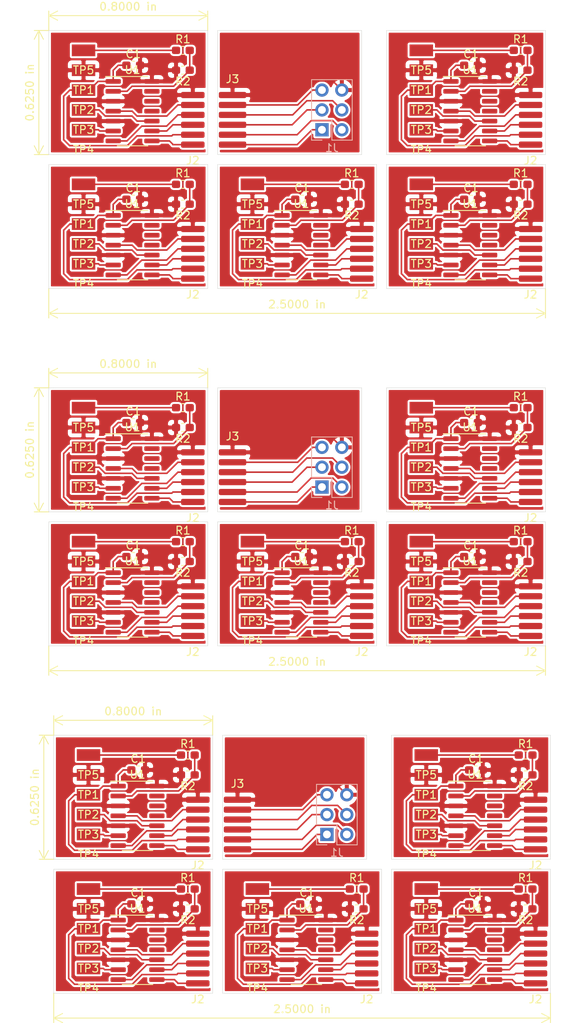
<source format=kicad_pcb>
(kicad_pcb (version 20171130) (host pcbnew "(5.1.2-1)-1")
  (layers (0 F.Cu signal) (31 B.Cu signal) (35 F.Paste user) (37 F.SilkS user) (39 F.Mask user) (44 Edge.Cuts user))
  (net 0 "")
  (net 1 +1V8)
  (net 2 GND)
  (net 3 "Net-(R1-Pad1)")
  (net 4 "Net-(R1-Pad2)")
  (net 5 "Net-(TP3-Pad1)")
  (net 6 "Net-(TP4-Pad1)")
  (net 7 "Net-(U1-Pad11)")
  (net 8 "Net-(U1-Pad12)")
  (net 9 "Net-(J1-Pad5)")
  (net 10 "Net-(J1-Pad4)")
  (net 11 "Net-(J1-Pad3)")
  (net 12 "Net-(J1-Pad1)")
  (net 13 "Net-(U1-Pad13)")
  (net 14 "Net-(J1-Pad6)")
  (net 15 "Net-(J1-Pad2)")
  (net 16 "Net-(J2-Pad5)")
  (net 17 "Net-(J2-Pad4)")
  (net 18 "Net-(J2-Pad3)")
  (net 19 "Net-(J2-Pad1)")
  (module Resistor_SMD:R_0603_1608Metric_Pad1.05x0.95mm_HandSolder (layer F.Cu) (at 160.655 130.81 180)
    (fp_text reference R2 (at 0 -1.43) (layer F.SilkS))
    (fp_text value 3.3k)
    (pad 2 smd roundrect (at 0.875 0 180) (size 1.05 0.95) (layers F.Cu F.Paste F.Mask))
    (pad 1 smd roundrect (at -0.875 0 180) (size 1.05 0.95) (layers F.Cu F.Paste F.Mask))
  )
  (module Package_SO:SOIC-14_3.9x8.7mm_P1.27mm (layer F.Cu) (at 154.220001 136.050001)
    (fp_text reference U1 (at 0 -5.28) (layer F.SilkS))
    (fp_text value ATtiny441-SSU)
    (pad 14 smd roundrect (at 2.475 -3.81) (size 1.95 0.6) (layers F.Cu F.Paste F.Mask))
    (pad 13 smd roundrect (at 2.475 -2.54) (size 1.95 0.6) (layers F.Cu F.Paste F.Mask))
    (pad 12 smd roundrect (at 2.475 -1.27) (size 1.95 0.6) (layers F.Cu F.Paste F.Mask))
    (pad 11 smd roundrect (at 2.475 0) (size 1.95 0.6) (layers F.Cu F.Paste F.Mask))
    (pad 10 smd roundrect (at 2.475 1.27) (size 1.95 0.6) (layers F.Cu F.Paste F.Mask))
    (pad 9 smd roundrect (at 2.475 2.54) (size 1.95 0.6) (layers F.Cu F.Paste F.Mask))
    (pad 8 smd roundrect (at 2.475 3.81) (size 1.95 0.6) (layers F.Cu F.Paste F.Mask))
    (pad 7 smd roundrect (at -2.475 3.81) (size 1.95 0.6) (layers F.Cu F.Paste F.Mask))
    (pad 6 smd roundrect (at -2.475 2.54) (size 1.95 0.6) (layers F.Cu F.Paste F.Mask))
    (pad 5 smd roundrect (at -2.475 1.27) (size 1.95 0.6) (layers F.Cu F.Paste F.Mask))
    (pad 4 smd roundrect (at -2.475 0) (size 1.95 0.6) (layers F.Cu F.Paste F.Mask))
    (pad 3 smd roundrect (at -2.475 -1.27) (size 1.95 0.6) (layers F.Cu F.Paste F.Mask))
    (pad 2 smd roundrect (at -2.475 -2.54) (size 1.95 0.6) (layers F.Cu F.Paste F.Mask))
    (pad 1 smd roundrect (at -2.475 -3.81) (size 1.95 0.6) (layers F.Cu F.Paste F.Mask))
  )
  (module Pokeball:SingleWire (layer F.Cu) (at 126.365 133.35)
    (fp_text reference TP2 (at 0 2.54) (layer F.SilkS))
    (fp_text value 1V8)
    (pad 1 smd rect (at 0 0) (size 3 1.5) (layers F.Cu F.Paste F.Mask))
  )
  (module Pokeball:SingleWire (layer F.Cu) (at 104.775 133.35)
    (fp_text reference TP2 (at 0 2.54) (layer F.SilkS))
    (fp_text value 1V8)
    (pad 1 smd rect (at 0 0) (size 3 1.5) (layers F.Cu F.Paste F.Mask))
  )
  (module Pokeball:SingleWire (layer F.Cu) (at 104.775 135.89)
    (fp_text reference TP3 (at 0 2.54) (layer F.SilkS))
    (fp_text value 1V2)
    (pad 1 smd rect (at 0 0) (size 3 1.5) (layers F.Cu F.Paste F.Mask))
  )
  (module Capacitor_SMD:C_0603_1608Metric_Pad1.05x0.95mm_HandSolder (layer F.Cu) (at 132.715 130.175)
    (fp_text reference C1 (at 0 -1.43) (layer F.SilkS))
    (fp_text value 10nF)
    (pad 2 smd roundrect (at 0.875 0) (size 1.05 0.95) (layers F.Cu F.Paste F.Mask))
    (pad 1 smd roundrect (at -0.875 0) (size 1.05 0.95) (layers F.Cu F.Paste F.Mask))
  )
  (module Pokeball:SingleWire (layer F.Cu) (at 126.365 130.81)
    (fp_text reference TP1 (at 0 2.54) (layer F.SilkS))
    (fp_text value GND)
    (pad 1 smd rect (at 0 0) (size 3 1.5) (layers F.Cu F.Paste F.Mask))
  )
  (module Pokeball:SingleWire (layer F.Cu) (at 126.365 135.89)
    (fp_text reference TP3 (at 0 2.54) (layer F.SilkS))
    (fp_text value 1V2)
    (pad 1 smd rect (at 0 0) (size 3 1.5) (layers F.Cu F.Paste F.Mask))
  )
  (module Resistor_SMD:R_0603_1608Metric_Pad1.05x0.95mm_HandSolder (layer F.Cu) (at 117.475 130.81 180)
    (fp_text reference R2 (at 0 -1.43) (layer F.SilkS))
    (fp_text value 3.3k)
    (pad 2 smd roundrect (at 0.875 0 180) (size 1.05 0.95) (layers F.Cu F.Paste F.Mask))
    (pad 1 smd roundrect (at -0.875 0 180) (size 1.05 0.95) (layers F.Cu F.Paste F.Mask))
  )
  (module Resistor_SMD:R_0603_1608Metric_Pad1.05x0.95mm_HandSolder (layer F.Cu) (at 117.475 128.27)
    (fp_text reference R1 (at 0 -1.43) (layer F.SilkS))
    (fp_text value 8.2k)
    (pad 2 smd roundrect (at 0.875 0) (size 1.05 0.95) (layers F.Cu F.Paste F.Mask))
    (pad 1 smd roundrect (at -0.875 0) (size 1.05 0.95) (layers F.Cu F.Paste F.Mask))
  )
  (module Package_SO:SOIC-14_3.9x8.7mm_P1.27mm (layer F.Cu) (at 111.040001 136.050001)
    (fp_text reference U1 (at 0 -5.28) (layer F.SilkS))
    (fp_text value ATtiny441-SSU)
    (pad 14 smd roundrect (at 2.475 -3.81) (size 1.95 0.6) (layers F.Cu F.Paste F.Mask))
    (pad 13 smd roundrect (at 2.475 -2.54) (size 1.95 0.6) (layers F.Cu F.Paste F.Mask))
    (pad 12 smd roundrect (at 2.475 -1.27) (size 1.95 0.6) (layers F.Cu F.Paste F.Mask))
    (pad 11 smd roundrect (at 2.475 0) (size 1.95 0.6) (layers F.Cu F.Paste F.Mask))
    (pad 10 smd roundrect (at 2.475 1.27) (size 1.95 0.6) (layers F.Cu F.Paste F.Mask))
    (pad 9 smd roundrect (at 2.475 2.54) (size 1.95 0.6) (layers F.Cu F.Paste F.Mask))
    (pad 8 smd roundrect (at 2.475 3.81) (size 1.95 0.6) (layers F.Cu F.Paste F.Mask))
    (pad 7 smd roundrect (at -2.475 3.81) (size 1.95 0.6) (layers F.Cu F.Paste F.Mask))
    (pad 6 smd roundrect (at -2.475 2.54) (size 1.95 0.6) (layers F.Cu F.Paste F.Mask))
    (pad 5 smd roundrect (at -2.475 1.27) (size 1.95 0.6) (layers F.Cu F.Paste F.Mask))
    (pad 4 smd roundrect (at -2.475 0) (size 1.95 0.6) (layers F.Cu F.Paste F.Mask))
    (pad 3 smd roundrect (at -2.475 -1.27) (size 1.95 0.6) (layers F.Cu F.Paste F.Mask))
    (pad 2 smd roundrect (at -2.475 -2.54) (size 1.95 0.6) (layers F.Cu F.Paste F.Mask))
    (pad 1 smd roundrect (at -2.475 -3.81) (size 1.95 0.6) (layers F.Cu F.Paste F.Mask))
  )
  (module Pokeball:ISP_flat_socket (layer F.Cu) (at 140.335 142.875 180)
    (fp_text reference J2 (at 0 0.5) (layer F.SilkS))
    (fp_text value Conn_01x06)
    (pad 6 smd roundrect (at 0 8.89 180) (size 3 0.8) (layers F.Cu F.Paste F.Mask))
    (pad 5 smd roundrect (at 0 7.62 180) (size 3 0.8) (layers F.Cu F.Paste F.Mask))
    (pad 4 smd roundrect (at 0 6.35 180) (size 3 0.8) (layers F.Cu F.Paste F.Mask))
    (pad 3 smd roundrect (at 0 5.08 180) (size 3 0.8) (layers F.Cu F.Paste F.Mask))
    (pad 2 smd roundrect (at 0 3.81 180) (size 3 0.8) (layers F.Cu F.Paste F.Mask))
    (pad 1 smd roundrect (at 0 2.54 180) (size 3 0.8) (layers F.Cu F.Paste F.Mask))
  )
  (module Capacitor_SMD:C_0603_1608Metric_Pad1.05x0.95mm_HandSolder (layer F.Cu) (at 111.125 130.175)
    (fp_text reference C1 (at 0 -1.43) (layer F.SilkS))
    (fp_text value 10nF)
    (pad 2 smd roundrect (at 0.875 0) (size 1.05 0.95) (layers F.Cu F.Paste F.Mask))
    (pad 1 smd roundrect (at -0.875 0) (size 1.05 0.95) (layers F.Cu F.Paste F.Mask))
  )
  (module Pokeball:SingleWire (layer F.Cu) (at 104.775 138.43)
    (fp_text reference TP4 (at 0 2.54) (layer F.SilkS))
    (fp_text value Button)
    (pad 1 smd rect (at 0 0) (size 3 1.5) (layers F.Cu F.Paste F.Mask))
  )
  (module Pokeball:SingleWire (layer F.Cu) (at 126.365 128.27)
    (fp_text reference TP5 (at 0 2.54) (layer F.SilkS))
    (fp_text value 5V0)
    (pad 1 smd rect (at 0 0) (size 3 1.5) (layers F.Cu F.Paste F.Mask))
  )
  (module Pokeball:SingleWire (layer F.Cu) (at 126.365 138.43)
    (fp_text reference TP4 (at 0 2.54) (layer F.SilkS))
    (fp_text value Button)
    (pad 1 smd rect (at 0 0) (size 3 1.5) (layers F.Cu F.Paste F.Mask))
  )
  (module Pokeball:SingleWire (layer F.Cu) (at 104.775 128.27)
    (fp_text reference TP5 (at 0 2.54) (layer F.SilkS))
    (fp_text value 5V0)
    (pad 1 smd rect (at 0 0) (size 3 1.5) (layers F.Cu F.Paste F.Mask))
  )
  (module Package_SO:SOIC-14_3.9x8.7mm_P1.27mm (layer F.Cu) (at 132.630001 136.050001)
    (fp_text reference U1 (at 0 -5.28) (layer F.SilkS))
    (fp_text value ATtiny441-SSU)
    (pad 14 smd roundrect (at 2.475 -3.81) (size 1.95 0.6) (layers F.Cu F.Paste F.Mask))
    (pad 13 smd roundrect (at 2.475 -2.54) (size 1.95 0.6) (layers F.Cu F.Paste F.Mask))
    (pad 12 smd roundrect (at 2.475 -1.27) (size 1.95 0.6) (layers F.Cu F.Paste F.Mask))
    (pad 11 smd roundrect (at 2.475 0) (size 1.95 0.6) (layers F.Cu F.Paste F.Mask))
    (pad 10 smd roundrect (at 2.475 1.27) (size 1.95 0.6) (layers F.Cu F.Paste F.Mask))
    (pad 9 smd roundrect (at 2.475 2.54) (size 1.95 0.6) (layers F.Cu F.Paste F.Mask))
    (pad 8 smd roundrect (at 2.475 3.81) (size 1.95 0.6) (layers F.Cu F.Paste F.Mask))
    (pad 7 smd roundrect (at -2.475 3.81) (size 1.95 0.6) (layers F.Cu F.Paste F.Mask))
    (pad 6 smd roundrect (at -2.475 2.54) (size 1.95 0.6) (layers F.Cu F.Paste F.Mask))
    (pad 5 smd roundrect (at -2.475 1.27) (size 1.95 0.6) (layers F.Cu F.Paste F.Mask))
    (pad 4 smd roundrect (at -2.475 0) (size 1.95 0.6) (layers F.Cu F.Paste F.Mask))
    (pad 3 smd roundrect (at -2.475 -1.27) (size 1.95 0.6) (layers F.Cu F.Paste F.Mask))
    (pad 2 smd roundrect (at -2.475 -2.54) (size 1.95 0.6) (layers F.Cu F.Paste F.Mask))
    (pad 1 smd roundrect (at -2.475 -3.81) (size 1.95 0.6) (layers F.Cu F.Paste F.Mask))
  )
  (module Resistor_SMD:R_0603_1608Metric_Pad1.05x0.95mm_HandSolder (layer F.Cu) (at 139.065 130.81 180)
    (fp_text reference R2 (at 0 -1.43) (layer F.SilkS))
    (fp_text value 3.3k)
    (pad 2 smd roundrect (at 0.875 0 180) (size 1.05 0.95) (layers F.Cu F.Paste F.Mask))
    (pad 1 smd roundrect (at -0.875 0 180) (size 1.05 0.95) (layers F.Cu F.Paste F.Mask))
  )
  (module Resistor_SMD:R_0603_1608Metric_Pad1.05x0.95mm_HandSolder (layer F.Cu) (at 139.065 128.27)
    (fp_text reference R1 (at 0 -1.43) (layer F.SilkS))
    (fp_text value 8.2k)
    (pad 2 smd roundrect (at 0.875 0) (size 1.05 0.95) (layers F.Cu F.Paste F.Mask))
    (pad 1 smd roundrect (at -0.875 0) (size 1.05 0.95) (layers F.Cu F.Paste F.Mask))
  )
  (module Pokeball:SingleWire (layer F.Cu) (at 104.775 130.81)
    (fp_text reference TP1 (at 0 2.54) (layer F.SilkS))
    (fp_text value GND)
    (pad 1 smd rect (at 0 0) (size 3 1.5) (layers F.Cu F.Paste F.Mask))
  )
  (module Resistor_SMD:R_0603_1608Metric_Pad1.05x0.95mm_HandSolder (layer F.Cu) (at 160.655 128.27)
    (fp_text reference R1 (at 0 -1.43) (layer F.SilkS))
    (fp_text value 8.2k)
    (pad 2 smd roundrect (at 0.875 0) (size 1.05 0.95) (layers F.Cu F.Paste F.Mask))
    (pad 1 smd roundrect (at -0.875 0) (size 1.05 0.95) (layers F.Cu F.Paste F.Mask))
  )
  (module Pokeball:SingleWire (layer F.Cu) (at 147.955 128.27)
    (fp_text reference TP5 (at 0 2.54) (layer F.SilkS))
    (fp_text value 5V0)
    (pad 1 smd rect (at 0 0) (size 3 1.5) (layers F.Cu F.Paste F.Mask))
  )
  (module Pokeball:SingleWire (layer F.Cu) (at 147.955 138.43)
    (fp_text reference TP4 (at 0 2.54) (layer F.SilkS))
    (fp_text value Button)
    (pad 1 smd rect (at 0 0) (size 3 1.5) (layers F.Cu F.Paste F.Mask))
  )
  (module Pokeball:SingleWire (layer F.Cu) (at 147.955 113.665)
    (fp_text reference TP1 (at 0 2.54) (layer F.SilkS))
    (fp_text value GND)
    (pad 1 smd rect (at 0 0) (size 3 1.5) (layers F.Cu F.Paste F.Mask))
  )
  (module Pokeball:SingleWire (layer F.Cu) (at 147.955 118.745)
    (fp_text reference TP3 (at 0 2.54) (layer F.SilkS))
    (fp_text value 1V2)
    (pad 1 smd rect (at 0 0) (size 3 1.5) (layers F.Cu F.Paste F.Mask))
  )
  (module Pokeball:SingleWire (layer F.Cu) (at 147.955 135.89)
    (fp_text reference TP3 (at 0 2.54) (layer F.SilkS))
    (fp_text value 1V2)
    (pad 1 smd rect (at 0 0) (size 3 1.5) (layers F.Cu F.Paste F.Mask))
  )
  (module Pokeball:SingleWire (layer F.Cu) (at 147.955 133.35)
    (fp_text reference TP2 (at 0 2.54) (layer F.SilkS))
    (fp_text value 1V8)
    (pad 1 smd rect (at 0 0) (size 3 1.5) (layers F.Cu F.Paste F.Mask))
  )
  (module Pokeball:SingleWire (layer F.Cu) (at 147.955 130.81)
    (fp_text reference TP1 (at 0 2.54) (layer F.SilkS))
    (fp_text value GND)
    (pad 1 smd rect (at 0 0) (size 3 1.5) (layers F.Cu F.Paste F.Mask))
  )
  (module Capacitor_SMD:C_0603_1608Metric_Pad1.05x0.95mm_HandSolder (layer F.Cu) (at 154.305 130.175)
    (fp_text reference C1 (at 0 -1.43) (layer F.SilkS))
    (fp_text value 10nF)
    (pad 2 smd roundrect (at 0.875 0) (size 1.05 0.95) (layers F.Cu F.Paste F.Mask))
    (pad 1 smd roundrect (at -0.875 0) (size 1.05 0.95) (layers F.Cu F.Paste F.Mask))
  )
  (module Pokeball:ISP_flat_socket (layer F.Cu) (at 161.925 142.875 180)
    (fp_text reference J2 (at 0 0.5) (layer F.SilkS))
    (fp_text value Conn_01x06)
    (pad 6 smd roundrect (at 0 8.89 180) (size 3 0.8) (layers F.Cu F.Paste F.Mask))
    (pad 5 smd roundrect (at 0 7.62 180) (size 3 0.8) (layers F.Cu F.Paste F.Mask))
    (pad 4 smd roundrect (at 0 6.35 180) (size 3 0.8) (layers F.Cu F.Paste F.Mask))
    (pad 3 smd roundrect (at 0 5.08 180) (size 3 0.8) (layers F.Cu F.Paste F.Mask))
    (pad 2 smd roundrect (at 0 3.81 180) (size 3 0.8) (layers F.Cu F.Paste F.Mask))
    (pad 1 smd roundrect (at 0 2.54 180) (size 3 0.8) (layers F.Cu F.Paste F.Mask))
  )
  (module Resistor_SMD:R_0603_1608Metric_Pad1.05x0.95mm_HandSolder (layer F.Cu) (at 117.475 113.665 180)
    (fp_text reference R2 (at 0 -1.43) (layer F.SilkS))
    (fp_text value 3.3k)
    (pad 1 smd roundrect (at -0.875 0 180) (size 1.05 0.95) (layers F.Cu F.Paste F.Mask))
    (pad 2 smd roundrect (at 0.875 0 180) (size 1.05 0.95) (layers F.Cu F.Paste F.Mask))
  )
  (module Resistor_SMD:R_0603_1608Metric_Pad1.05x0.95mm_HandSolder (layer F.Cu) (at 117.475 111.125)
    (fp_text reference R1 (at 0 -1.43) (layer F.SilkS))
    (fp_text value 8.2k)
    (pad 1 smd roundrect (at -0.875 0) (size 1.05 0.95) (layers F.Cu F.Paste F.Mask))
    (pad 2 smd roundrect (at 0.875 0) (size 1.05 0.95) (layers F.Cu F.Paste F.Mask))
  )
  (module Connector_PinHeader_2.54mm:PinHeader_2x03_P2.54mm_Vertical (layer B.Cu) (at 135.255 121.285)
    (fp_text reference J1 (at 1.27 2.33) (layer B.SilkS) (effects (justify mirror)))
    (fp_text value Conn_02x03_Odd_Even)
    (pad 1 thru_hole rect (at 0 0) (size 1.7 1.7) (drill 1) (layers *.Cu *.Mask))
    (pad 2 thru_hole oval (at 2.54 0) (size 1.7 1.7) (drill 1) (layers *.Cu *.Mask))
    (pad 3 thru_hole oval (at 0 -2.54) (size 1.7 1.7) (drill 1) (layers *.Cu *.Mask))
    (pad 4 thru_hole oval (at 2.54 -2.54) (size 1.7 1.7) (drill 1) (layers *.Cu *.Mask))
    (pad 5 thru_hole oval (at 0 -5.08) (size 1.7 1.7) (drill 1) (layers *.Cu *.Mask))
    (pad 6 thru_hole oval (at 2.54 -5.08) (size 1.7 1.7) (drill 1) (layers *.Cu *.Mask))
  )
  (module Package_SO:SOIC-14_3.9x8.7mm_P1.27mm (layer F.Cu) (at 111.040001 118.905001)
    (fp_text reference U1 (at 0 -5.28) (layer F.SilkS))
    (fp_text value ATtiny441-SSU)
    (pad 1 smd roundrect (at -2.475 -3.81) (size 1.95 0.6) (layers F.Cu F.Paste F.Mask))
    (pad 2 smd roundrect (at -2.475 -2.54) (size 1.95 0.6) (layers F.Cu F.Paste F.Mask))
    (pad 3 smd roundrect (at -2.475 -1.27) (size 1.95 0.6) (layers F.Cu F.Paste F.Mask))
    (pad 4 smd roundrect (at -2.475 0) (size 1.95 0.6) (layers F.Cu F.Paste F.Mask))
    (pad 5 smd roundrect (at -2.475 1.27) (size 1.95 0.6) (layers F.Cu F.Paste F.Mask))
    (pad 6 smd roundrect (at -2.475 2.54) (size 1.95 0.6) (layers F.Cu F.Paste F.Mask))
    (pad 7 smd roundrect (at -2.475 3.81) (size 1.95 0.6) (layers F.Cu F.Paste F.Mask))
    (pad 8 smd roundrect (at 2.475 3.81) (size 1.95 0.6) (layers F.Cu F.Paste F.Mask))
    (pad 9 smd roundrect (at 2.475 2.54) (size 1.95 0.6) (layers F.Cu F.Paste F.Mask))
    (pad 10 smd roundrect (at 2.475 1.27) (size 1.95 0.6) (layers F.Cu F.Paste F.Mask))
    (pad 11 smd roundrect (at 2.475 0) (size 1.95 0.6) (layers F.Cu F.Paste F.Mask))
    (pad 12 smd roundrect (at 2.475 -1.27) (size 1.95 0.6) (layers F.Cu F.Paste F.Mask))
    (pad 13 smd roundrect (at 2.475 -2.54) (size 1.95 0.6) (layers F.Cu F.Paste F.Mask))
    (pad 14 smd roundrect (at 2.475 -3.81) (size 1.95 0.6) (layers F.Cu F.Paste F.Mask))
  )
  (module Pokeball:ISP_flat_socket (layer F.Cu) (at 118.745 142.875 180)
    (fp_text reference J2 (at 0 0.5) (layer F.SilkS))
    (fp_text value Conn_01x06)
    (pad 6 smd roundrect (at 0 8.89 180) (size 3 0.8) (layers F.Cu F.Paste F.Mask))
    (pad 5 smd roundrect (at 0 7.62 180) (size 3 0.8) (layers F.Cu F.Paste F.Mask))
    (pad 4 smd roundrect (at 0 6.35 180) (size 3 0.8) (layers F.Cu F.Paste F.Mask))
    (pad 3 smd roundrect (at 0 5.08 180) (size 3 0.8) (layers F.Cu F.Paste F.Mask))
    (pad 2 smd roundrect (at 0 3.81 180) (size 3 0.8) (layers F.Cu F.Paste F.Mask))
    (pad 1 smd roundrect (at 0 2.54 180) (size 3 0.8) (layers F.Cu F.Paste F.Mask))
  )
  (module Capacitor_SMD:C_0603_1608Metric_Pad1.05x0.95mm_HandSolder (layer F.Cu) (at 111.125 113.03)
    (fp_text reference C1 (at 0 -1.43) (layer F.SilkS))
    (fp_text value 10nF)
    (pad 1 smd roundrect (at -0.875 0) (size 1.05 0.95) (layers F.Cu F.Paste F.Mask))
    (pad 2 smd roundrect (at 0.875 0) (size 1.05 0.95) (layers F.Cu F.Paste F.Mask))
  )
  (module Pokeball:ISP_flat_socket (layer F.Cu) (at 118.745 125.73 180)
    (fp_text reference J2 (at 0 0.5) (layer F.SilkS))
    (fp_text value Conn_01x06)
    (pad 1 smd roundrect (at 0 2.54 180) (size 3 0.8) (layers F.Cu F.Paste F.Mask))
    (pad 2 smd roundrect (at 0 3.81 180) (size 3 0.8) (layers F.Cu F.Paste F.Mask))
    (pad 3 smd roundrect (at 0 5.08 180) (size 3 0.8) (layers F.Cu F.Paste F.Mask))
    (pad 4 smd roundrect (at 0 6.35 180) (size 3 0.8) (layers F.Cu F.Paste F.Mask))
    (pad 5 smd roundrect (at 0 7.62 180) (size 3 0.8) (layers F.Cu F.Paste F.Mask))
    (pad 6 smd roundrect (at 0 8.89 180) (size 3 0.8) (layers F.Cu F.Paste F.Mask))
  )
  (module Pokeball:SingleWire (layer F.Cu) (at 104.775 111.125)
    (fp_text reference TP5 (at 0 2.54) (layer F.SilkS))
    (fp_text value 5V0)
    (pad 1 smd rect (at 0 0) (size 3 1.5) (layers F.Cu F.Paste F.Mask))
  )
  (module Pokeball:SingleWire (layer F.Cu) (at 104.775 121.285)
    (fp_text reference TP4 (at 0 2.54) (layer F.SilkS))
    (fp_text value Button)
    (pad 1 smd rect (at 0 0) (size 3 1.5) (layers F.Cu F.Paste F.Mask))
  )
  (module Pokeball:ISP_flat_pins (layer F.Cu) (at 123.825 114.3)
    (fp_text reference J3 (at 0 0.5) (layer F.SilkS))
    (fp_text value Conn_01x06)
    (pad 6 smd roundrect (at 0 2.54) (size 3.5 0.8) (layers F.Cu F.Paste F.Mask))
    (pad 5 smd roundrect (at 0 3.81) (size 3.5 0.8) (layers F.Cu F.Paste F.Mask))
    (pad 4 smd roundrect (at 0 5.08) (size 3.5 0.8) (layers F.Cu F.Paste F.Mask))
    (pad 3 smd roundrect (at 0 6.35) (size 3.5 0.8) (layers F.Cu F.Paste F.Mask))
    (pad 2 smd roundrect (at 0 7.62) (size 3.5 0.8) (layers F.Cu F.Paste F.Mask))
    (pad 1 smd roundrect (at 0 8.89) (size 3.5 0.8) (layers F.Cu F.Paste F.Mask))
  )
  (module Pokeball:SingleWire (layer F.Cu) (at 104.775 116.205)
    (fp_text reference TP2 (at 0 2.54) (layer F.SilkS))
    (fp_text value 1V8)
    (pad 1 smd rect (at 0 0) (size 3 1.5) (layers F.Cu F.Paste F.Mask))
  )
  (module Pokeball:SingleWire (layer F.Cu) (at 104.775 113.665)
    (fp_text reference TP1 (at 0 2.54) (layer F.SilkS))
    (fp_text value GND)
    (pad 1 smd rect (at 0 0) (size 3 1.5) (layers F.Cu F.Paste F.Mask))
  )
  (module Pokeball:SingleWire (layer F.Cu) (at 104.775 118.745)
    (fp_text reference TP3 (at 0 2.54) (layer F.SilkS))
    (fp_text value 1V2)
    (pad 1 smd rect (at 0 0) (size 3 1.5) (layers F.Cu F.Paste F.Mask))
  )
  (module Package_SO:SOIC-14_3.9x8.7mm_P1.27mm (layer F.Cu) (at 154.220001 118.905001)
    (fp_text reference U1 (at 0 -5.28) (layer F.SilkS))
    (fp_text value ATtiny441-SSU)
    (pad 14 smd roundrect (at 2.475 -3.81) (size 1.95 0.6) (layers F.Cu F.Paste F.Mask))
    (pad 13 smd roundrect (at 2.475 -2.54) (size 1.95 0.6) (layers F.Cu F.Paste F.Mask))
    (pad 12 smd roundrect (at 2.475 -1.27) (size 1.95 0.6) (layers F.Cu F.Paste F.Mask))
    (pad 11 smd roundrect (at 2.475 0) (size 1.95 0.6) (layers F.Cu F.Paste F.Mask))
    (pad 10 smd roundrect (at 2.475 1.27) (size 1.95 0.6) (layers F.Cu F.Paste F.Mask))
    (pad 9 smd roundrect (at 2.475 2.54) (size 1.95 0.6) (layers F.Cu F.Paste F.Mask))
    (pad 8 smd roundrect (at 2.475 3.81) (size 1.95 0.6) (layers F.Cu F.Paste F.Mask))
    (pad 7 smd roundrect (at -2.475 3.81) (size 1.95 0.6) (layers F.Cu F.Paste F.Mask))
    (pad 6 smd roundrect (at -2.475 2.54) (size 1.95 0.6) (layers F.Cu F.Paste F.Mask))
    (pad 5 smd roundrect (at -2.475 1.27) (size 1.95 0.6) (layers F.Cu F.Paste F.Mask))
    (pad 4 smd roundrect (at -2.475 0) (size 1.95 0.6) (layers F.Cu F.Paste F.Mask))
    (pad 3 smd roundrect (at -2.475 -1.27) (size 1.95 0.6) (layers F.Cu F.Paste F.Mask))
    (pad 2 smd roundrect (at -2.475 -2.54) (size 1.95 0.6) (layers F.Cu F.Paste F.Mask))
    (pad 1 smd roundrect (at -2.475 -3.81) (size 1.95 0.6) (layers F.Cu F.Paste F.Mask))
  )
  (module Capacitor_SMD:C_0603_1608Metric_Pad1.05x0.95mm_HandSolder (layer F.Cu) (at 154.305 113.03)
    (fp_text reference C1 (at 0 -1.43) (layer F.SilkS))
    (fp_text value 10nF)
    (pad 2 smd roundrect (at 0.875 0) (size 1.05 0.95) (layers F.Cu F.Paste F.Mask))
    (pad 1 smd roundrect (at -0.875 0) (size 1.05 0.95) (layers F.Cu F.Paste F.Mask))
  )
  (module Pokeball:ISP_flat_socket (layer F.Cu) (at 161.925 125.73 180)
    (fp_text reference J2 (at 0 0.5) (layer F.SilkS))
    (fp_text value Conn_01x06)
    (pad 6 smd roundrect (at 0 8.89 180) (size 3 0.8) (layers F.Cu F.Paste F.Mask))
    (pad 5 smd roundrect (at 0 7.62 180) (size 3 0.8) (layers F.Cu F.Paste F.Mask))
    (pad 4 smd roundrect (at 0 6.35 180) (size 3 0.8) (layers F.Cu F.Paste F.Mask))
    (pad 3 smd roundrect (at 0 5.08 180) (size 3 0.8) (layers F.Cu F.Paste F.Mask))
    (pad 2 smd roundrect (at 0 3.81 180) (size 3 0.8) (layers F.Cu F.Paste F.Mask))
    (pad 1 smd roundrect (at 0 2.54 180) (size 3 0.8) (layers F.Cu F.Paste F.Mask))
  )
  (module Pokeball:SingleWire (layer F.Cu) (at 147.955 111.125)
    (fp_text reference TP5 (at 0 2.54) (layer F.SilkS))
    (fp_text value 5V0)
    (pad 1 smd rect (at 0 0) (size 3 1.5) (layers F.Cu F.Paste F.Mask))
  )
  (module Pokeball:SingleWire (layer F.Cu) (at 147.955 121.285)
    (fp_text reference TP4 (at 0 2.54) (layer F.SilkS))
    (fp_text value Button)
    (pad 1 smd rect (at 0 0) (size 3 1.5) (layers F.Cu F.Paste F.Mask))
  )
  (module Pokeball:SingleWire (layer F.Cu) (at 147.955 116.205)
    (fp_text reference TP2 (at 0 2.54) (layer F.SilkS))
    (fp_text value 1V8)
    (pad 1 smd rect (at 0 0) (size 3 1.5) (layers F.Cu F.Paste F.Mask))
  )
  (module Resistor_SMD:R_0603_1608Metric_Pad1.05x0.95mm_HandSolder (layer F.Cu) (at 160.655 113.665 180)
    (fp_text reference R2 (at 0 -1.43) (layer F.SilkS))
    (fp_text value 3.3k)
    (pad 2 smd roundrect (at 0.875 0 180) (size 1.05 0.95) (layers F.Cu F.Paste F.Mask))
    (pad 1 smd roundrect (at -0.875 0 180) (size 1.05 0.95) (layers F.Cu F.Paste F.Mask))
  )
  (module Resistor_SMD:R_0603_1608Metric_Pad1.05x0.95mm_HandSolder (layer F.Cu) (at 160.655 111.125)
    (fp_text reference R1 (at 0 -1.43) (layer F.SilkS))
    (fp_text value 8.2k)
    (pad 2 smd roundrect (at 0.875 0) (size 1.05 0.95) (layers F.Cu F.Paste F.Mask))
    (pad 1 smd roundrect (at -0.875 0) (size 1.05 0.95) (layers F.Cu F.Paste F.Mask))
  )
  (module Resistor_SMD:R_0603_1608Metric_Pad1.05x0.95mm_HandSolder (layer F.Cu) (at 160.02 86.36 180)
    (fp_text reference R2 (at 0 -1.43) (layer F.SilkS))
    (fp_text value 3.3k)
    (pad 2 smd roundrect (at 0.875 0 180) (size 1.05 0.95) (layers F.Cu F.Paste F.Mask))
    (pad 1 smd roundrect (at -0.875 0 180) (size 1.05 0.95) (layers F.Cu F.Paste F.Mask))
  )
  (module Package_SO:SOIC-14_3.9x8.7mm_P1.27mm (layer F.Cu) (at 153.585001 91.600001)
    (fp_text reference U1 (at 0 -5.28) (layer F.SilkS))
    (fp_text value ATtiny441-SSU)
    (pad 14 smd roundrect (at 2.475 -3.81) (size 1.95 0.6) (layers F.Cu F.Paste F.Mask))
    (pad 13 smd roundrect (at 2.475 -2.54) (size 1.95 0.6) (layers F.Cu F.Paste F.Mask))
    (pad 12 smd roundrect (at 2.475 -1.27) (size 1.95 0.6) (layers F.Cu F.Paste F.Mask))
    (pad 11 smd roundrect (at 2.475 0) (size 1.95 0.6) (layers F.Cu F.Paste F.Mask))
    (pad 10 smd roundrect (at 2.475 1.27) (size 1.95 0.6) (layers F.Cu F.Paste F.Mask))
    (pad 9 smd roundrect (at 2.475 2.54) (size 1.95 0.6) (layers F.Cu F.Paste F.Mask))
    (pad 8 smd roundrect (at 2.475 3.81) (size 1.95 0.6) (layers F.Cu F.Paste F.Mask))
    (pad 7 smd roundrect (at -2.475 3.81) (size 1.95 0.6) (layers F.Cu F.Paste F.Mask))
    (pad 6 smd roundrect (at -2.475 2.54) (size 1.95 0.6) (layers F.Cu F.Paste F.Mask))
    (pad 5 smd roundrect (at -2.475 1.27) (size 1.95 0.6) (layers F.Cu F.Paste F.Mask))
    (pad 4 smd roundrect (at -2.475 0) (size 1.95 0.6) (layers F.Cu F.Paste F.Mask))
    (pad 3 smd roundrect (at -2.475 -1.27) (size 1.95 0.6) (layers F.Cu F.Paste F.Mask))
    (pad 2 smd roundrect (at -2.475 -2.54) (size 1.95 0.6) (layers F.Cu F.Paste F.Mask))
    (pad 1 smd roundrect (at -2.475 -3.81) (size 1.95 0.6) (layers F.Cu F.Paste F.Mask))
  )
  (module Pokeball:SingleWire (layer F.Cu) (at 125.73 88.9)
    (fp_text reference TP2 (at 0 2.54) (layer F.SilkS))
    (fp_text value 1V8)
    (pad 1 smd rect (at 0 0) (size 3 1.5) (layers F.Cu F.Paste F.Mask))
  )
  (module Pokeball:SingleWire (layer F.Cu) (at 104.14 88.9)
    (fp_text reference TP2 (at 0 2.54) (layer F.SilkS))
    (fp_text value 1V8)
    (pad 1 smd rect (at 0 0) (size 3 1.5) (layers F.Cu F.Paste F.Mask))
  )
  (module Pokeball:SingleWire (layer F.Cu) (at 104.14 91.44)
    (fp_text reference TP3 (at 0 2.54) (layer F.SilkS))
    (fp_text value 1V2)
    (pad 1 smd rect (at 0 0) (size 3 1.5) (layers F.Cu F.Paste F.Mask))
  )
  (module Capacitor_SMD:C_0603_1608Metric_Pad1.05x0.95mm_HandSolder (layer F.Cu) (at 132.08 85.725)
    (fp_text reference C1 (at 0 -1.43) (layer F.SilkS))
    (fp_text value 10nF)
    (pad 2 smd roundrect (at 0.875 0) (size 1.05 0.95) (layers F.Cu F.Paste F.Mask))
    (pad 1 smd roundrect (at -0.875 0) (size 1.05 0.95) (layers F.Cu F.Paste F.Mask))
  )
  (module Pokeball:SingleWire (layer F.Cu) (at 125.73 86.36)
    (fp_text reference TP1 (at 0 2.54) (layer F.SilkS))
    (fp_text value GND)
    (pad 1 smd rect (at 0 0) (size 3 1.5) (layers F.Cu F.Paste F.Mask))
  )
  (module Pokeball:SingleWire (layer F.Cu) (at 125.73 91.44)
    (fp_text reference TP3 (at 0 2.54) (layer F.SilkS))
    (fp_text value 1V2)
    (pad 1 smd rect (at 0 0) (size 3 1.5) (layers F.Cu F.Paste F.Mask))
  )
  (module Resistor_SMD:R_0603_1608Metric_Pad1.05x0.95mm_HandSolder (layer F.Cu) (at 116.84 86.36 180)
    (fp_text reference R2 (at 0 -1.43) (layer F.SilkS))
    (fp_text value 3.3k)
    (pad 2 smd roundrect (at 0.875 0 180) (size 1.05 0.95) (layers F.Cu F.Paste F.Mask))
    (pad 1 smd roundrect (at -0.875 0 180) (size 1.05 0.95) (layers F.Cu F.Paste F.Mask))
  )
  (module Resistor_SMD:R_0603_1608Metric_Pad1.05x0.95mm_HandSolder (layer F.Cu) (at 116.84 83.82)
    (fp_text reference R1 (at 0 -1.43) (layer F.SilkS))
    (fp_text value 8.2k)
    (pad 2 smd roundrect (at 0.875 0) (size 1.05 0.95) (layers F.Cu F.Paste F.Mask))
    (pad 1 smd roundrect (at -0.875 0) (size 1.05 0.95) (layers F.Cu F.Paste F.Mask))
  )
  (module Package_SO:SOIC-14_3.9x8.7mm_P1.27mm (layer F.Cu) (at 110.405001 91.600001)
    (fp_text reference U1 (at 0 -5.28) (layer F.SilkS))
    (fp_text value ATtiny441-SSU)
    (pad 14 smd roundrect (at 2.475 -3.81) (size 1.95 0.6) (layers F.Cu F.Paste F.Mask))
    (pad 13 smd roundrect (at 2.475 -2.54) (size 1.95 0.6) (layers F.Cu F.Paste F.Mask))
    (pad 12 smd roundrect (at 2.475 -1.27) (size 1.95 0.6) (layers F.Cu F.Paste F.Mask))
    (pad 11 smd roundrect (at 2.475 0) (size 1.95 0.6) (layers F.Cu F.Paste F.Mask))
    (pad 10 smd roundrect (at 2.475 1.27) (size 1.95 0.6) (layers F.Cu F.Paste F.Mask))
    (pad 9 smd roundrect (at 2.475 2.54) (size 1.95 0.6) (layers F.Cu F.Paste F.Mask))
    (pad 8 smd roundrect (at 2.475 3.81) (size 1.95 0.6) (layers F.Cu F.Paste F.Mask))
    (pad 7 smd roundrect (at -2.475 3.81) (size 1.95 0.6) (layers F.Cu F.Paste F.Mask))
    (pad 6 smd roundrect (at -2.475 2.54) (size 1.95 0.6) (layers F.Cu F.Paste F.Mask))
    (pad 5 smd roundrect (at -2.475 1.27) (size 1.95 0.6) (layers F.Cu F.Paste F.Mask))
    (pad 4 smd roundrect (at -2.475 0) (size 1.95 0.6) (layers F.Cu F.Paste F.Mask))
    (pad 3 smd roundrect (at -2.475 -1.27) (size 1.95 0.6) (layers F.Cu F.Paste F.Mask))
    (pad 2 smd roundrect (at -2.475 -2.54) (size 1.95 0.6) (layers F.Cu F.Paste F.Mask))
    (pad 1 smd roundrect (at -2.475 -3.81) (size 1.95 0.6) (layers F.Cu F.Paste F.Mask))
  )
  (module Pokeball:ISP_flat_socket (layer F.Cu) (at 139.7 98.425 180)
    (fp_text reference J2 (at 0 0.5) (layer F.SilkS))
    (fp_text value Conn_01x06)
    (pad 6 smd roundrect (at 0 8.89 180) (size 3 0.8) (layers F.Cu F.Paste F.Mask))
    (pad 5 smd roundrect (at 0 7.62 180) (size 3 0.8) (layers F.Cu F.Paste F.Mask))
    (pad 4 smd roundrect (at 0 6.35 180) (size 3 0.8) (layers F.Cu F.Paste F.Mask))
    (pad 3 smd roundrect (at 0 5.08 180) (size 3 0.8) (layers F.Cu F.Paste F.Mask))
    (pad 2 smd roundrect (at 0 3.81 180) (size 3 0.8) (layers F.Cu F.Paste F.Mask))
    (pad 1 smd roundrect (at 0 2.54 180) (size 3 0.8) (layers F.Cu F.Paste F.Mask))
  )
  (module Capacitor_SMD:C_0603_1608Metric_Pad1.05x0.95mm_HandSolder (layer F.Cu) (at 110.49 85.725)
    (fp_text reference C1 (at 0 -1.43) (layer F.SilkS))
    (fp_text value 10nF)
    (pad 2 smd roundrect (at 0.875 0) (size 1.05 0.95) (layers F.Cu F.Paste F.Mask))
    (pad 1 smd roundrect (at -0.875 0) (size 1.05 0.95) (layers F.Cu F.Paste F.Mask))
  )
  (module Pokeball:SingleWire (layer F.Cu) (at 104.14 93.98)
    (fp_text reference TP4 (at 0 2.54) (layer F.SilkS))
    (fp_text value Button)
    (pad 1 smd rect (at 0 0) (size 3 1.5) (layers F.Cu F.Paste F.Mask))
  )
  (module Pokeball:SingleWire (layer F.Cu) (at 125.73 83.82)
    (fp_text reference TP5 (at 0 2.54) (layer F.SilkS))
    (fp_text value 5V0)
    (pad 1 smd rect (at 0 0) (size 3 1.5) (layers F.Cu F.Paste F.Mask))
  )
  (module Pokeball:SingleWire (layer F.Cu) (at 125.73 93.98)
    (fp_text reference TP4 (at 0 2.54) (layer F.SilkS))
    (fp_text value Button)
    (pad 1 smd rect (at 0 0) (size 3 1.5) (layers F.Cu F.Paste F.Mask))
  )
  (module Pokeball:SingleWire (layer F.Cu) (at 104.14 83.82)
    (fp_text reference TP5 (at 0 2.54) (layer F.SilkS))
    (fp_text value 5V0)
    (pad 1 smd rect (at 0 0) (size 3 1.5) (layers F.Cu F.Paste F.Mask))
  )
  (module Package_SO:SOIC-14_3.9x8.7mm_P1.27mm (layer F.Cu) (at 131.995001 91.600001)
    (fp_text reference U1 (at 0 -5.28) (layer F.SilkS))
    (fp_text value ATtiny441-SSU)
    (pad 14 smd roundrect (at 2.475 -3.81) (size 1.95 0.6) (layers F.Cu F.Paste F.Mask))
    (pad 13 smd roundrect (at 2.475 -2.54) (size 1.95 0.6) (layers F.Cu F.Paste F.Mask))
    (pad 12 smd roundrect (at 2.475 -1.27) (size 1.95 0.6) (layers F.Cu F.Paste F.Mask))
    (pad 11 smd roundrect (at 2.475 0) (size 1.95 0.6) (layers F.Cu F.Paste F.Mask))
    (pad 10 smd roundrect (at 2.475 1.27) (size 1.95 0.6) (layers F.Cu F.Paste F.Mask))
    (pad 9 smd roundrect (at 2.475 2.54) (size 1.95 0.6) (layers F.Cu F.Paste F.Mask))
    (pad 8 smd roundrect (at 2.475 3.81) (size 1.95 0.6) (layers F.Cu F.Paste F.Mask))
    (pad 7 smd roundrect (at -2.475 3.81) (size 1.95 0.6) (layers F.Cu F.Paste F.Mask))
    (pad 6 smd roundrect (at -2.475 2.54) (size 1.95 0.6) (layers F.Cu F.Paste F.Mask))
    (pad 5 smd roundrect (at -2.475 1.27) (size 1.95 0.6) (layers F.Cu F.Paste F.Mask))
    (pad 4 smd roundrect (at -2.475 0) (size 1.95 0.6) (layers F.Cu F.Paste F.Mask))
    (pad 3 smd roundrect (at -2.475 -1.27) (size 1.95 0.6) (layers F.Cu F.Paste F.Mask))
    (pad 2 smd roundrect (at -2.475 -2.54) (size 1.95 0.6) (layers F.Cu F.Paste F.Mask))
    (pad 1 smd roundrect (at -2.475 -3.81) (size 1.95 0.6) (layers F.Cu F.Paste F.Mask))
  )
  (module Resistor_SMD:R_0603_1608Metric_Pad1.05x0.95mm_HandSolder (layer F.Cu) (at 138.43 86.36 180)
    (fp_text reference R2 (at 0 -1.43) (layer F.SilkS))
    (fp_text value 3.3k)
    (pad 2 smd roundrect (at 0.875 0 180) (size 1.05 0.95) (layers F.Cu F.Paste F.Mask))
    (pad 1 smd roundrect (at -0.875 0 180) (size 1.05 0.95) (layers F.Cu F.Paste F.Mask))
  )
  (module Resistor_SMD:R_0603_1608Metric_Pad1.05x0.95mm_HandSolder (layer F.Cu) (at 138.43 83.82)
    (fp_text reference R1 (at 0 -1.43) (layer F.SilkS))
    (fp_text value 8.2k)
    (pad 2 smd roundrect (at 0.875 0) (size 1.05 0.95) (layers F.Cu F.Paste F.Mask))
    (pad 1 smd roundrect (at -0.875 0) (size 1.05 0.95) (layers F.Cu F.Paste F.Mask))
  )
  (module Pokeball:SingleWire (layer F.Cu) (at 104.14 86.36)
    (fp_text reference TP1 (at 0 2.54) (layer F.SilkS))
    (fp_text value GND)
    (pad 1 smd rect (at 0 0) (size 3 1.5) (layers F.Cu F.Paste F.Mask))
  )
  (module Resistor_SMD:R_0603_1608Metric_Pad1.05x0.95mm_HandSolder (layer F.Cu) (at 160.02 83.82)
    (fp_text reference R1 (at 0 -1.43) (layer F.SilkS))
    (fp_text value 8.2k)
    (pad 2 smd roundrect (at 0.875 0) (size 1.05 0.95) (layers F.Cu F.Paste F.Mask))
    (pad 1 smd roundrect (at -0.875 0) (size 1.05 0.95) (layers F.Cu F.Paste F.Mask))
  )
  (module Pokeball:SingleWire (layer F.Cu) (at 147.32 83.82)
    (fp_text reference TP5 (at 0 2.54) (layer F.SilkS))
    (fp_text value 5V0)
    (pad 1 smd rect (at 0 0) (size 3 1.5) (layers F.Cu F.Paste F.Mask))
  )
  (module Pokeball:SingleWire (layer F.Cu) (at 147.32 93.98)
    (fp_text reference TP4 (at 0 2.54) (layer F.SilkS))
    (fp_text value Button)
    (pad 1 smd rect (at 0 0) (size 3 1.5) (layers F.Cu F.Paste F.Mask))
  )
  (module Pokeball:SingleWire (layer F.Cu) (at 147.32 69.215)
    (fp_text reference TP1 (at 0 2.54) (layer F.SilkS))
    (fp_text value GND)
    (pad 1 smd rect (at 0 0) (size 3 1.5) (layers F.Cu F.Paste F.Mask))
  )
  (module Pokeball:SingleWire (layer F.Cu) (at 147.32 74.295)
    (fp_text reference TP3 (at 0 2.54) (layer F.SilkS))
    (fp_text value 1V2)
    (pad 1 smd rect (at 0 0) (size 3 1.5) (layers F.Cu F.Paste F.Mask))
  )
  (module Pokeball:SingleWire (layer F.Cu) (at 147.32 91.44)
    (fp_text reference TP3 (at 0 2.54) (layer F.SilkS))
    (fp_text value 1V2)
    (pad 1 smd rect (at 0 0) (size 3 1.5) (layers F.Cu F.Paste F.Mask))
  )
  (module Pokeball:SingleWire (layer F.Cu) (at 147.32 88.9)
    (fp_text reference TP2 (at 0 2.54) (layer F.SilkS))
    (fp_text value 1V8)
    (pad 1 smd rect (at 0 0) (size 3 1.5) (layers F.Cu F.Paste F.Mask))
  )
  (module Pokeball:SingleWire (layer F.Cu) (at 147.32 86.36)
    (fp_text reference TP1 (at 0 2.54) (layer F.SilkS))
    (fp_text value GND)
    (pad 1 smd rect (at 0 0) (size 3 1.5) (layers F.Cu F.Paste F.Mask))
  )
  (module Capacitor_SMD:C_0603_1608Metric_Pad1.05x0.95mm_HandSolder (layer F.Cu) (at 153.67 85.725)
    (fp_text reference C1 (at 0 -1.43) (layer F.SilkS))
    (fp_text value 10nF)
    (pad 2 smd roundrect (at 0.875 0) (size 1.05 0.95) (layers F.Cu F.Paste F.Mask))
    (pad 1 smd roundrect (at -0.875 0) (size 1.05 0.95) (layers F.Cu F.Paste F.Mask))
  )
  (module Pokeball:ISP_flat_socket (layer F.Cu) (at 161.29 98.425 180)
    (fp_text reference J2 (at 0 0.5) (layer F.SilkS))
    (fp_text value Conn_01x06)
    (pad 6 smd roundrect (at 0 8.89 180) (size 3 0.8) (layers F.Cu F.Paste F.Mask))
    (pad 5 smd roundrect (at 0 7.62 180) (size 3 0.8) (layers F.Cu F.Paste F.Mask))
    (pad 4 smd roundrect (at 0 6.35 180) (size 3 0.8) (layers F.Cu F.Paste F.Mask))
    (pad 3 smd roundrect (at 0 5.08 180) (size 3 0.8) (layers F.Cu F.Paste F.Mask))
    (pad 2 smd roundrect (at 0 3.81 180) (size 3 0.8) (layers F.Cu F.Paste F.Mask))
    (pad 1 smd roundrect (at 0 2.54 180) (size 3 0.8) (layers F.Cu F.Paste F.Mask))
  )
  (module Resistor_SMD:R_0603_1608Metric_Pad1.05x0.95mm_HandSolder (layer F.Cu) (at 116.84 69.215 180)
    (fp_text reference R2 (at 0 -1.43) (layer F.SilkS))
    (fp_text value 3.3k)
    (pad 1 smd roundrect (at -0.875 0 180) (size 1.05 0.95) (layers F.Cu F.Paste F.Mask))
    (pad 2 smd roundrect (at 0.875 0 180) (size 1.05 0.95) (layers F.Cu F.Paste F.Mask))
  )
  (module Resistor_SMD:R_0603_1608Metric_Pad1.05x0.95mm_HandSolder (layer F.Cu) (at 116.84 66.675)
    (fp_text reference R1 (at 0 -1.43) (layer F.SilkS))
    (fp_text value 8.2k)
    (pad 1 smd roundrect (at -0.875 0) (size 1.05 0.95) (layers F.Cu F.Paste F.Mask))
    (pad 2 smd roundrect (at 0.875 0) (size 1.05 0.95) (layers F.Cu F.Paste F.Mask))
  )
  (module Connector_PinHeader_2.54mm:PinHeader_2x03_P2.54mm_Vertical (layer B.Cu) (at 134.62 76.835)
    (fp_text reference J1 (at 1.27 2.33) (layer B.SilkS) (effects (justify mirror)))
    (fp_text value Conn_02x03_Odd_Even)
    (pad 1 thru_hole rect (at 0 0) (size 1.7 1.7) (drill 1) (layers *.Cu *.Mask))
    (pad 2 thru_hole oval (at 2.54 0) (size 1.7 1.7) (drill 1) (layers *.Cu *.Mask))
    (pad 3 thru_hole oval (at 0 -2.54) (size 1.7 1.7) (drill 1) (layers *.Cu *.Mask))
    (pad 4 thru_hole oval (at 2.54 -2.54) (size 1.7 1.7) (drill 1) (layers *.Cu *.Mask))
    (pad 5 thru_hole oval (at 0 -5.08) (size 1.7 1.7) (drill 1) (layers *.Cu *.Mask))
    (pad 6 thru_hole oval (at 2.54 -5.08) (size 1.7 1.7) (drill 1) (layers *.Cu *.Mask))
  )
  (module Package_SO:SOIC-14_3.9x8.7mm_P1.27mm (layer F.Cu) (at 110.405001 74.455001)
    (fp_text reference U1 (at 0 -5.28) (layer F.SilkS))
    (fp_text value ATtiny441-SSU)
    (pad 1 smd roundrect (at -2.475 -3.81) (size 1.95 0.6) (layers F.Cu F.Paste F.Mask))
    (pad 2 smd roundrect (at -2.475 -2.54) (size 1.95 0.6) (layers F.Cu F.Paste F.Mask))
    (pad 3 smd roundrect (at -2.475 -1.27) (size 1.95 0.6) (layers F.Cu F.Paste F.Mask))
    (pad 4 smd roundrect (at -2.475 0) (size 1.95 0.6) (layers F.Cu F.Paste F.Mask))
    (pad 5 smd roundrect (at -2.475 1.27) (size 1.95 0.6) (layers F.Cu F.Paste F.Mask))
    (pad 6 smd roundrect (at -2.475 2.54) (size 1.95 0.6) (layers F.Cu F.Paste F.Mask))
    (pad 7 smd roundrect (at -2.475 3.81) (size 1.95 0.6) (layers F.Cu F.Paste F.Mask))
    (pad 8 smd roundrect (at 2.475 3.81) (size 1.95 0.6) (layers F.Cu F.Paste F.Mask))
    (pad 9 smd roundrect (at 2.475 2.54) (size 1.95 0.6) (layers F.Cu F.Paste F.Mask))
    (pad 10 smd roundrect (at 2.475 1.27) (size 1.95 0.6) (layers F.Cu F.Paste F.Mask))
    (pad 11 smd roundrect (at 2.475 0) (size 1.95 0.6) (layers F.Cu F.Paste F.Mask))
    (pad 12 smd roundrect (at 2.475 -1.27) (size 1.95 0.6) (layers F.Cu F.Paste F.Mask))
    (pad 13 smd roundrect (at 2.475 -2.54) (size 1.95 0.6) (layers F.Cu F.Paste F.Mask))
    (pad 14 smd roundrect (at 2.475 -3.81) (size 1.95 0.6) (layers F.Cu F.Paste F.Mask))
  )
  (module Pokeball:ISP_flat_socket (layer F.Cu) (at 118.11 98.425 180)
    (fp_text reference J2 (at 0 0.5) (layer F.SilkS))
    (fp_text value Conn_01x06)
    (pad 6 smd roundrect (at 0 8.89 180) (size 3 0.8) (layers F.Cu F.Paste F.Mask))
    (pad 5 smd roundrect (at 0 7.62 180) (size 3 0.8) (layers F.Cu F.Paste F.Mask))
    (pad 4 smd roundrect (at 0 6.35 180) (size 3 0.8) (layers F.Cu F.Paste F.Mask))
    (pad 3 smd roundrect (at 0 5.08 180) (size 3 0.8) (layers F.Cu F.Paste F.Mask))
    (pad 2 smd roundrect (at 0 3.81 180) (size 3 0.8) (layers F.Cu F.Paste F.Mask))
    (pad 1 smd roundrect (at 0 2.54 180) (size 3 0.8) (layers F.Cu F.Paste F.Mask))
  )
  (module Capacitor_SMD:C_0603_1608Metric_Pad1.05x0.95mm_HandSolder (layer F.Cu) (at 110.49 68.58)
    (fp_text reference C1 (at 0 -1.43) (layer F.SilkS))
    (fp_text value 10nF)
    (pad 1 smd roundrect (at -0.875 0) (size 1.05 0.95) (layers F.Cu F.Paste F.Mask))
    (pad 2 smd roundrect (at 0.875 0) (size 1.05 0.95) (layers F.Cu F.Paste F.Mask))
  )
  (module Pokeball:ISP_flat_socket (layer F.Cu) (at 118.11 81.28 180)
    (fp_text reference J2 (at 0 0.5) (layer F.SilkS))
    (fp_text value Conn_01x06)
    (pad 1 smd roundrect (at 0 2.54 180) (size 3 0.8) (layers F.Cu F.Paste F.Mask))
    (pad 2 smd roundrect (at 0 3.81 180) (size 3 0.8) (layers F.Cu F.Paste F.Mask))
    (pad 3 smd roundrect (at 0 5.08 180) (size 3 0.8) (layers F.Cu F.Paste F.Mask))
    (pad 4 smd roundrect (at 0 6.35 180) (size 3 0.8) (layers F.Cu F.Paste F.Mask))
    (pad 5 smd roundrect (at 0 7.62 180) (size 3 0.8) (layers F.Cu F.Paste F.Mask))
    (pad 6 smd roundrect (at 0 8.89 180) (size 3 0.8) (layers F.Cu F.Paste F.Mask))
  )
  (module Pokeball:SingleWire (layer F.Cu) (at 104.14 66.675)
    (fp_text reference TP5 (at 0 2.54) (layer F.SilkS))
    (fp_text value 5V0)
    (pad 1 smd rect (at 0 0) (size 3 1.5) (layers F.Cu F.Paste F.Mask))
  )
  (module Pokeball:SingleWire (layer F.Cu) (at 104.14 76.835)
    (fp_text reference TP4 (at 0 2.54) (layer F.SilkS))
    (fp_text value Button)
    (pad 1 smd rect (at 0 0) (size 3 1.5) (layers F.Cu F.Paste F.Mask))
  )
  (module Pokeball:ISP_flat_pins (layer F.Cu) (at 123.19 69.85)
    (fp_text reference J3 (at 0 0.5) (layer F.SilkS))
    (fp_text value Conn_01x06)
    (pad 6 smd roundrect (at 0 2.54) (size 3.5 0.8) (layers F.Cu F.Paste F.Mask))
    (pad 5 smd roundrect (at 0 3.81) (size 3.5 0.8) (layers F.Cu F.Paste F.Mask))
    (pad 4 smd roundrect (at 0 5.08) (size 3.5 0.8) (layers F.Cu F.Paste F.Mask))
    (pad 3 smd roundrect (at 0 6.35) (size 3.5 0.8) (layers F.Cu F.Paste F.Mask))
    (pad 2 smd roundrect (at 0 7.62) (size 3.5 0.8) (layers F.Cu F.Paste F.Mask))
    (pad 1 smd roundrect (at 0 8.89) (size 3.5 0.8) (layers F.Cu F.Paste F.Mask))
  )
  (module Pokeball:SingleWire (layer F.Cu) (at 104.14 71.755)
    (fp_text reference TP2 (at 0 2.54) (layer F.SilkS))
    (fp_text value 1V8)
    (pad 1 smd rect (at 0 0) (size 3 1.5) (layers F.Cu F.Paste F.Mask))
  )
  (module Pokeball:SingleWire (layer F.Cu) (at 104.14 69.215)
    (fp_text reference TP1 (at 0 2.54) (layer F.SilkS))
    (fp_text value GND)
    (pad 1 smd rect (at 0 0) (size 3 1.5) (layers F.Cu F.Paste F.Mask))
  )
  (module Pokeball:SingleWire (layer F.Cu) (at 104.14 74.295)
    (fp_text reference TP3 (at 0 2.54) (layer F.SilkS))
    (fp_text value 1V2)
    (pad 1 smd rect (at 0 0) (size 3 1.5) (layers F.Cu F.Paste F.Mask))
  )
  (module Package_SO:SOIC-14_3.9x8.7mm_P1.27mm (layer F.Cu) (at 153.585001 74.455001)
    (fp_text reference U1 (at 0 -5.28) (layer F.SilkS))
    (fp_text value ATtiny441-SSU)
    (pad 14 smd roundrect (at 2.475 -3.81) (size 1.95 0.6) (layers F.Cu F.Paste F.Mask))
    (pad 13 smd roundrect (at 2.475 -2.54) (size 1.95 0.6) (layers F.Cu F.Paste F.Mask))
    (pad 12 smd roundrect (at 2.475 -1.27) (size 1.95 0.6) (layers F.Cu F.Paste F.Mask))
    (pad 11 smd roundrect (at 2.475 0) (size 1.95 0.6) (layers F.Cu F.Paste F.Mask))
    (pad 10 smd roundrect (at 2.475 1.27) (size 1.95 0.6) (layers F.Cu F.Paste F.Mask))
    (pad 9 smd roundrect (at 2.475 2.54) (size 1.95 0.6) (layers F.Cu F.Paste F.Mask))
    (pad 8 smd roundrect (at 2.475 3.81) (size 1.95 0.6) (layers F.Cu F.Paste F.Mask))
    (pad 7 smd roundrect (at -2.475 3.81) (size 1.95 0.6) (layers F.Cu F.Paste F.Mask))
    (pad 6 smd roundrect (at -2.475 2.54) (size 1.95 0.6) (layers F.Cu F.Paste F.Mask))
    (pad 5 smd roundrect (at -2.475 1.27) (size 1.95 0.6) (layers F.Cu F.Paste F.Mask))
    (pad 4 smd roundrect (at -2.475 0) (size 1.95 0.6) (layers F.Cu F.Paste F.Mask))
    (pad 3 smd roundrect (at -2.475 -1.27) (size 1.95 0.6) (layers F.Cu F.Paste F.Mask))
    (pad 2 smd roundrect (at -2.475 -2.54) (size 1.95 0.6) (layers F.Cu F.Paste F.Mask))
    (pad 1 smd roundrect (at -2.475 -3.81) (size 1.95 0.6) (layers F.Cu F.Paste F.Mask))
  )
  (module Capacitor_SMD:C_0603_1608Metric_Pad1.05x0.95mm_HandSolder (layer F.Cu) (at 153.67 68.58)
    (fp_text reference C1 (at 0 -1.43) (layer F.SilkS))
    (fp_text value 10nF)
    (pad 2 smd roundrect (at 0.875 0) (size 1.05 0.95) (layers F.Cu F.Paste F.Mask))
    (pad 1 smd roundrect (at -0.875 0) (size 1.05 0.95) (layers F.Cu F.Paste F.Mask))
  )
  (module Pokeball:ISP_flat_socket (layer F.Cu) (at 161.29 81.28 180)
    (fp_text reference J2 (at 0 0.5) (layer F.SilkS))
    (fp_text value Conn_01x06)
    (pad 6 smd roundrect (at 0 8.89 180) (size 3 0.8) (layers F.Cu F.Paste F.Mask))
    (pad 5 smd roundrect (at 0 7.62 180) (size 3 0.8) (layers F.Cu F.Paste F.Mask))
    (pad 4 smd roundrect (at 0 6.35 180) (size 3 0.8) (layers F.Cu F.Paste F.Mask))
    (pad 3 smd roundrect (at 0 5.08 180) (size 3 0.8) (layers F.Cu F.Paste F.Mask))
    (pad 2 smd roundrect (at 0 3.81 180) (size 3 0.8) (layers F.Cu F.Paste F.Mask))
    (pad 1 smd roundrect (at 0 2.54 180) (size 3 0.8) (layers F.Cu F.Paste F.Mask))
  )
  (module Pokeball:SingleWire (layer F.Cu) (at 147.32 66.675)
    (fp_text reference TP5 (at 0 2.54) (layer F.SilkS))
    (fp_text value 5V0)
    (pad 1 smd rect (at 0 0) (size 3 1.5) (layers F.Cu F.Paste F.Mask))
  )
  (module Pokeball:SingleWire (layer F.Cu) (at 147.32 76.835)
    (fp_text reference TP4 (at 0 2.54) (layer F.SilkS))
    (fp_text value Button)
    (pad 1 smd rect (at 0 0) (size 3 1.5) (layers F.Cu F.Paste F.Mask))
  )
  (module Pokeball:SingleWire (layer F.Cu) (at 147.32 71.755)
    (fp_text reference TP2 (at 0 2.54) (layer F.SilkS))
    (fp_text value 1V8)
    (pad 1 smd rect (at 0 0) (size 3 1.5) (layers F.Cu F.Paste F.Mask))
  )
  (module Resistor_SMD:R_0603_1608Metric_Pad1.05x0.95mm_HandSolder (layer F.Cu) (at 160.02 69.215 180)
    (fp_text reference R2 (at 0 -1.43) (layer F.SilkS))
    (fp_text value 3.3k)
    (pad 2 smd roundrect (at 0.875 0 180) (size 1.05 0.95) (layers F.Cu F.Paste F.Mask))
    (pad 1 smd roundrect (at -0.875 0 180) (size 1.05 0.95) (layers F.Cu F.Paste F.Mask))
  )
  (module Resistor_SMD:R_0603_1608Metric_Pad1.05x0.95mm_HandSolder (layer F.Cu) (at 160.02 66.675)
    (fp_text reference R1 (at 0 -1.43) (layer F.SilkS))
    (fp_text value 8.2k)
    (pad 2 smd roundrect (at 0.875 0) (size 1.05 0.95) (layers F.Cu F.Paste F.Mask))
    (pad 1 smd roundrect (at -0.875 0) (size 1.05 0.95) (layers F.Cu F.Paste F.Mask))
  )
  (module Resistor_SMD:R_0603_1608Metric_Pad1.05x0.95mm_HandSolder (layer F.Cu) (at 160.02 23.495 180)
    (fp_text reference R2 (at 0 -1.43) (layer F.SilkS))
    (fp_text value 3.3k)
    (pad 1 smd roundrect (at -0.875 0 180) (size 1.05 0.95) (layers F.Cu F.Paste F.Mask))
    (pad 2 smd roundrect (at 0.875 0 180) (size 1.05 0.95) (layers F.Cu F.Paste F.Mask))
  )
  (module Resistor_SMD:R_0603_1608Metric_Pad1.05x0.95mm_HandSolder (layer F.Cu) (at 160.02 20.955)
    (fp_text reference R1 (at 0 -1.43) (layer F.SilkS))
    (fp_text value 8.2k)
    (pad 1 smd roundrect (at -0.875 0) (size 1.05 0.95) (layers F.Cu F.Paste F.Mask))
    (pad 2 smd roundrect (at 0.875 0) (size 1.05 0.95) (layers F.Cu F.Paste F.Mask))
  )
  (module Package_SO:SOIC-14_3.9x8.7mm_P1.27mm (layer F.Cu) (at 153.585001 28.735001)
    (fp_text reference U1 (at 0 -5.28) (layer F.SilkS))
    (fp_text value ATtiny441-SSU)
    (pad 1 smd roundrect (at -2.475 -3.81) (size 1.95 0.6) (layers F.Cu F.Paste F.Mask))
    (pad 2 smd roundrect (at -2.475 -2.54) (size 1.95 0.6) (layers F.Cu F.Paste F.Mask))
    (pad 3 smd roundrect (at -2.475 -1.27) (size 1.95 0.6) (layers F.Cu F.Paste F.Mask))
    (pad 4 smd roundrect (at -2.475 0) (size 1.95 0.6) (layers F.Cu F.Paste F.Mask))
    (pad 5 smd roundrect (at -2.475 1.27) (size 1.95 0.6) (layers F.Cu F.Paste F.Mask))
    (pad 6 smd roundrect (at -2.475 2.54) (size 1.95 0.6) (layers F.Cu F.Paste F.Mask))
    (pad 7 smd roundrect (at -2.475 3.81) (size 1.95 0.6) (layers F.Cu F.Paste F.Mask))
    (pad 8 smd roundrect (at 2.475 3.81) (size 1.95 0.6) (layers F.Cu F.Paste F.Mask))
    (pad 9 smd roundrect (at 2.475 2.54) (size 1.95 0.6) (layers F.Cu F.Paste F.Mask))
    (pad 10 smd roundrect (at 2.475 1.27) (size 1.95 0.6) (layers F.Cu F.Paste F.Mask))
    (pad 11 smd roundrect (at 2.475 0) (size 1.95 0.6) (layers F.Cu F.Paste F.Mask))
    (pad 12 smd roundrect (at 2.475 -1.27) (size 1.95 0.6) (layers F.Cu F.Paste F.Mask))
    (pad 13 smd roundrect (at 2.475 -2.54) (size 1.95 0.6) (layers F.Cu F.Paste F.Mask))
    (pad 14 smd roundrect (at 2.475 -3.81) (size 1.95 0.6) (layers F.Cu F.Paste F.Mask))
  )
  (module Capacitor_SMD:C_0603_1608Metric_Pad1.05x0.95mm_HandSolder (layer F.Cu) (at 153.67 22.86)
    (fp_text reference C1 (at 0 -1.43) (layer F.SilkS))
    (fp_text value 10nF)
    (pad 1 smd roundrect (at -0.875 0) (size 1.05 0.95) (layers F.Cu F.Paste F.Mask))
    (pad 2 smd roundrect (at 0.875 0) (size 1.05 0.95) (layers F.Cu F.Paste F.Mask))
  )
  (module Pokeball:ISP_flat_socket (layer F.Cu) (at 161.29 35.56 180)
    (fp_text reference J2 (at 0 0.5) (layer F.SilkS))
    (fp_text value Conn_01x06)
    (pad 1 smd roundrect (at 0 2.54 180) (size 3 0.8) (layers F.Cu F.Paste F.Mask))
    (pad 2 smd roundrect (at 0 3.81 180) (size 3 0.8) (layers F.Cu F.Paste F.Mask))
    (pad 3 smd roundrect (at 0 5.08 180) (size 3 0.8) (layers F.Cu F.Paste F.Mask))
    (pad 4 smd roundrect (at 0 6.35 180) (size 3 0.8) (layers F.Cu F.Paste F.Mask))
    (pad 5 smd roundrect (at 0 7.62 180) (size 3 0.8) (layers F.Cu F.Paste F.Mask))
    (pad 6 smd roundrect (at 0 8.89 180) (size 3 0.8) (layers F.Cu F.Paste F.Mask))
  )
  (module Pokeball:SingleWire (layer F.Cu) (at 147.32 20.955)
    (fp_text reference TP5 (at 0 2.54) (layer F.SilkS))
    (fp_text value 5V0)
    (pad 1 smd rect (at 0 0) (size 3 1.5) (layers F.Cu F.Paste F.Mask))
  )
  (module Pokeball:SingleWire (layer F.Cu) (at 147.32 31.115)
    (fp_text reference TP4 (at 0 2.54) (layer F.SilkS))
    (fp_text value Button)
    (pad 1 smd rect (at 0 0) (size 3 1.5) (layers F.Cu F.Paste F.Mask))
  )
  (module Pokeball:SingleWire (layer F.Cu) (at 147.32 26.035)
    (fp_text reference TP2 (at 0 2.54) (layer F.SilkS))
    (fp_text value 1V8)
    (pad 1 smd rect (at 0 0) (size 3 1.5) (layers F.Cu F.Paste F.Mask))
  )
  (module Pokeball:SingleWire (layer F.Cu) (at 147.32 23.495)
    (fp_text reference TP1 (at 0 2.54) (layer F.SilkS))
    (fp_text value GND)
    (pad 1 smd rect (at 0 0) (size 3 1.5) (layers F.Cu F.Paste F.Mask))
  )
  (module Pokeball:SingleWire (layer F.Cu) (at 147.32 28.575)
    (fp_text reference TP3 (at 0 2.54) (layer F.SilkS))
    (fp_text value 1V2)
    (pad 1 smd rect (at 0 0) (size 3 1.5) (layers F.Cu F.Paste F.Mask))
  )
  (module Resistor_SMD:R_0603_1608Metric_Pad1.05x0.95mm_HandSolder (layer F.Cu) (at 160.02 40.64 180)
    (fp_text reference R2 (at 0 -1.43) (layer F.SilkS))
    (fp_text value 3.3k)
    (pad 1 smd roundrect (at -0.875 0 180) (size 1.05 0.95) (layers F.Cu F.Paste F.Mask))
    (pad 2 smd roundrect (at 0.875 0 180) (size 1.05 0.95) (layers F.Cu F.Paste F.Mask))
  )
  (module Resistor_SMD:R_0603_1608Metric_Pad1.05x0.95mm_HandSolder (layer F.Cu) (at 160.02 38.1)
    (fp_text reference R1 (at 0 -1.43) (layer F.SilkS))
    (fp_text value 8.2k)
    (pad 1 smd roundrect (at -0.875 0) (size 1.05 0.95) (layers F.Cu F.Paste F.Mask))
    (pad 2 smd roundrect (at 0.875 0) (size 1.05 0.95) (layers F.Cu F.Paste F.Mask))
  )
  (module Package_SO:SOIC-14_3.9x8.7mm_P1.27mm (layer F.Cu) (at 153.585001 45.880001)
    (fp_text reference U1 (at 0 -5.28) (layer F.SilkS))
    (fp_text value ATtiny441-SSU)
    (pad 1 smd roundrect (at -2.475 -3.81) (size 1.95 0.6) (layers F.Cu F.Paste F.Mask))
    (pad 2 smd roundrect (at -2.475 -2.54) (size 1.95 0.6) (layers F.Cu F.Paste F.Mask))
    (pad 3 smd roundrect (at -2.475 -1.27) (size 1.95 0.6) (layers F.Cu F.Paste F.Mask))
    (pad 4 smd roundrect (at -2.475 0) (size 1.95 0.6) (layers F.Cu F.Paste F.Mask))
    (pad 5 smd roundrect (at -2.475 1.27) (size 1.95 0.6) (layers F.Cu F.Paste F.Mask))
    (pad 6 smd roundrect (at -2.475 2.54) (size 1.95 0.6) (layers F.Cu F.Paste F.Mask))
    (pad 7 smd roundrect (at -2.475 3.81) (size 1.95 0.6) (layers F.Cu F.Paste F.Mask))
    (pad 8 smd roundrect (at 2.475 3.81) (size 1.95 0.6) (layers F.Cu F.Paste F.Mask))
    (pad 9 smd roundrect (at 2.475 2.54) (size 1.95 0.6) (layers F.Cu F.Paste F.Mask))
    (pad 10 smd roundrect (at 2.475 1.27) (size 1.95 0.6) (layers F.Cu F.Paste F.Mask))
    (pad 11 smd roundrect (at 2.475 0) (size 1.95 0.6) (layers F.Cu F.Paste F.Mask))
    (pad 12 smd roundrect (at 2.475 -1.27) (size 1.95 0.6) (layers F.Cu F.Paste F.Mask))
    (pad 13 smd roundrect (at 2.475 -2.54) (size 1.95 0.6) (layers F.Cu F.Paste F.Mask))
    (pad 14 smd roundrect (at 2.475 -3.81) (size 1.95 0.6) (layers F.Cu F.Paste F.Mask))
  )
  (module Capacitor_SMD:C_0603_1608Metric_Pad1.05x0.95mm_HandSolder (layer F.Cu) (at 153.67 40.005)
    (fp_text reference C1 (at 0 -1.43) (layer F.SilkS))
    (fp_text value 10nF)
    (pad 1 smd roundrect (at -0.875 0) (size 1.05 0.95) (layers F.Cu F.Paste F.Mask))
    (pad 2 smd roundrect (at 0.875 0) (size 1.05 0.95) (layers F.Cu F.Paste F.Mask))
  )
  (module Pokeball:ISP_flat_socket (layer F.Cu) (at 161.29 52.705 180)
    (fp_text reference J2 (at 0 0.5) (layer F.SilkS))
    (fp_text value Conn_01x06)
    (pad 1 smd roundrect (at 0 2.54 180) (size 3 0.8) (layers F.Cu F.Paste F.Mask))
    (pad 2 smd roundrect (at 0 3.81 180) (size 3 0.8) (layers F.Cu F.Paste F.Mask))
    (pad 3 smd roundrect (at 0 5.08 180) (size 3 0.8) (layers F.Cu F.Paste F.Mask))
    (pad 4 smd roundrect (at 0 6.35 180) (size 3 0.8) (layers F.Cu F.Paste F.Mask))
    (pad 5 smd roundrect (at 0 7.62 180) (size 3 0.8) (layers F.Cu F.Paste F.Mask))
    (pad 6 smd roundrect (at 0 8.89 180) (size 3 0.8) (layers F.Cu F.Paste F.Mask))
  )
  (module Pokeball:SingleWire (layer F.Cu) (at 147.32 38.1)
    (fp_text reference TP5 (at 0 2.54) (layer F.SilkS))
    (fp_text value 5V0)
    (pad 1 smd rect (at 0 0) (size 3 1.5) (layers F.Cu F.Paste F.Mask))
  )
  (module Pokeball:SingleWire (layer F.Cu) (at 147.32 48.26)
    (fp_text reference TP4 (at 0 2.54) (layer F.SilkS))
    (fp_text value Button)
    (pad 1 smd rect (at 0 0) (size 3 1.5) (layers F.Cu F.Paste F.Mask))
  )
  (module Pokeball:SingleWire (layer F.Cu) (at 147.32 43.18)
    (fp_text reference TP2 (at 0 2.54) (layer F.SilkS))
    (fp_text value 1V8)
    (pad 1 smd rect (at 0 0) (size 3 1.5) (layers F.Cu F.Paste F.Mask))
  )
  (module Pokeball:SingleWire (layer F.Cu) (at 147.32 40.64)
    (fp_text reference TP1 (at 0 2.54) (layer F.SilkS))
    (fp_text value GND)
    (pad 1 smd rect (at 0 0) (size 3 1.5) (layers F.Cu F.Paste F.Mask))
  )
  (module Pokeball:SingleWire (layer F.Cu) (at 147.32 45.72)
    (fp_text reference TP3 (at 0 2.54) (layer F.SilkS))
    (fp_text value 1V2)
    (pad 1 smd rect (at 0 0) (size 3 1.5) (layers F.Cu F.Paste F.Mask))
  )
  (module Resistor_SMD:R_0603_1608Metric_Pad1.05x0.95mm_HandSolder (layer F.Cu) (at 138.43 40.64 180)
    (fp_text reference R2 (at 0 -1.43) (layer F.SilkS))
    (fp_text value 3.3k)
    (pad 1 smd roundrect (at -0.875 0 180) (size 1.05 0.95) (layers F.Cu F.Paste F.Mask))
    (pad 2 smd roundrect (at 0.875 0 180) (size 1.05 0.95) (layers F.Cu F.Paste F.Mask))
  )
  (module Resistor_SMD:R_0603_1608Metric_Pad1.05x0.95mm_HandSolder (layer F.Cu) (at 138.43 38.1)
    (fp_text reference R1 (at 0 -1.43) (layer F.SilkS))
    (fp_text value 8.2k)
    (pad 1 smd roundrect (at -0.875 0) (size 1.05 0.95) (layers F.Cu F.Paste F.Mask))
    (pad 2 smd roundrect (at 0.875 0) (size 1.05 0.95) (layers F.Cu F.Paste F.Mask))
  )
  (module Package_SO:SOIC-14_3.9x8.7mm_P1.27mm (layer F.Cu) (at 131.995001 45.880001)
    (fp_text reference U1 (at 0 -5.28) (layer F.SilkS))
    (fp_text value ATtiny441-SSU)
    (pad 1 smd roundrect (at -2.475 -3.81) (size 1.95 0.6) (layers F.Cu F.Paste F.Mask))
    (pad 2 smd roundrect (at -2.475 -2.54) (size 1.95 0.6) (layers F.Cu F.Paste F.Mask))
    (pad 3 smd roundrect (at -2.475 -1.27) (size 1.95 0.6) (layers F.Cu F.Paste F.Mask))
    (pad 4 smd roundrect (at -2.475 0) (size 1.95 0.6) (layers F.Cu F.Paste F.Mask))
    (pad 5 smd roundrect (at -2.475 1.27) (size 1.95 0.6) (layers F.Cu F.Paste F.Mask))
    (pad 6 smd roundrect (at -2.475 2.54) (size 1.95 0.6) (layers F.Cu F.Paste F.Mask))
    (pad 7 smd roundrect (at -2.475 3.81) (size 1.95 0.6) (layers F.Cu F.Paste F.Mask))
    (pad 8 smd roundrect (at 2.475 3.81) (size 1.95 0.6) (layers F.Cu F.Paste F.Mask))
    (pad 9 smd roundrect (at 2.475 2.54) (size 1.95 0.6) (layers F.Cu F.Paste F.Mask))
    (pad 10 smd roundrect (at 2.475 1.27) (size 1.95 0.6) (layers F.Cu F.Paste F.Mask))
    (pad 11 smd roundrect (at 2.475 0) (size 1.95 0.6) (layers F.Cu F.Paste F.Mask))
    (pad 12 smd roundrect (at 2.475 -1.27) (size 1.95 0.6) (layers F.Cu F.Paste F.Mask))
    (pad 13 smd roundrect (at 2.475 -2.54) (size 1.95 0.6) (layers F.Cu F.Paste F.Mask))
    (pad 14 smd roundrect (at 2.475 -3.81) (size 1.95 0.6) (layers F.Cu F.Paste F.Mask))
  )
  (module Capacitor_SMD:C_0603_1608Metric_Pad1.05x0.95mm_HandSolder (layer F.Cu) (at 132.08 40.005)
    (fp_text reference C1 (at 0 -1.43) (layer F.SilkS))
    (fp_text value 10nF)
    (pad 1 smd roundrect (at -0.875 0) (size 1.05 0.95) (layers F.Cu F.Paste F.Mask))
    (pad 2 smd roundrect (at 0.875 0) (size 1.05 0.95) (layers F.Cu F.Paste F.Mask))
  )
  (module Pokeball:ISP_flat_socket (layer F.Cu) (at 139.7 52.705 180)
    (fp_text reference J2 (at 0 0.5) (layer F.SilkS))
    (fp_text value Conn_01x06)
    (pad 1 smd roundrect (at 0 2.54 180) (size 3 0.8) (layers F.Cu F.Paste F.Mask))
    (pad 2 smd roundrect (at 0 3.81 180) (size 3 0.8) (layers F.Cu F.Paste F.Mask))
    (pad 3 smd roundrect (at 0 5.08 180) (size 3 0.8) (layers F.Cu F.Paste F.Mask))
    (pad 4 smd roundrect (at 0 6.35 180) (size 3 0.8) (layers F.Cu F.Paste F.Mask))
    (pad 5 smd roundrect (at 0 7.62 180) (size 3 0.8) (layers F.Cu F.Paste F.Mask))
    (pad 6 smd roundrect (at 0 8.89 180) (size 3 0.8) (layers F.Cu F.Paste F.Mask))
  )
  (module Pokeball:SingleWire (layer F.Cu) (at 125.73 38.1)
    (fp_text reference TP5 (at 0 2.54) (layer F.SilkS))
    (fp_text value 5V0)
    (pad 1 smd rect (at 0 0) (size 3 1.5) (layers F.Cu F.Paste F.Mask))
  )
  (module Pokeball:SingleWire (layer F.Cu) (at 125.73 48.26)
    (fp_text reference TP4 (at 0 2.54) (layer F.SilkS))
    (fp_text value Button)
    (pad 1 smd rect (at 0 0) (size 3 1.5) (layers F.Cu F.Paste F.Mask))
  )
  (module Pokeball:SingleWire (layer F.Cu) (at 125.73 43.18)
    (fp_text reference TP2 (at 0 2.54) (layer F.SilkS))
    (fp_text value 1V8)
    (pad 1 smd rect (at 0 0) (size 3 1.5) (layers F.Cu F.Paste F.Mask))
  )
  (module Pokeball:SingleWire (layer F.Cu) (at 125.73 40.64)
    (fp_text reference TP1 (at 0 2.54) (layer F.SilkS))
    (fp_text value GND)
    (pad 1 smd rect (at 0 0) (size 3 1.5) (layers F.Cu F.Paste F.Mask))
  )
  (module Pokeball:SingleWire (layer F.Cu) (at 125.73 45.72)
    (fp_text reference TP3 (at 0 2.54) (layer F.SilkS))
    (fp_text value 1V2)
    (pad 1 smd rect (at 0 0) (size 3 1.5) (layers F.Cu F.Paste F.Mask))
  )
  (module Resistor_SMD:R_0603_1608Metric_Pad1.05x0.95mm_HandSolder (layer F.Cu) (at 116.84 40.64 180)
    (fp_text reference R2 (at 0 -1.43) (layer F.SilkS))
    (fp_text value 3.3k)
    (pad 1 smd roundrect (at -0.875 0 180) (size 1.05 0.95) (layers F.Cu F.Paste F.Mask))
    (pad 2 smd roundrect (at 0.875 0 180) (size 1.05 0.95) (layers F.Cu F.Paste F.Mask))
  )
  (module Resistor_SMD:R_0603_1608Metric_Pad1.05x0.95mm_HandSolder (layer F.Cu) (at 116.84 38.1)
    (fp_text reference R1 (at 0 -1.43) (layer F.SilkS))
    (fp_text value 8.2k)
    (pad 1 smd roundrect (at -0.875 0) (size 1.05 0.95) (layers F.Cu F.Paste F.Mask))
    (pad 2 smd roundrect (at 0.875 0) (size 1.05 0.95) (layers F.Cu F.Paste F.Mask))
  )
  (module Package_SO:SOIC-14_3.9x8.7mm_P1.27mm (layer F.Cu) (at 110.405001 45.880001)
    (fp_text reference U1 (at 0 -5.28) (layer F.SilkS))
    (fp_text value ATtiny441-SSU)
    (pad 1 smd roundrect (at -2.475 -3.81) (size 1.95 0.6) (layers F.Cu F.Paste F.Mask))
    (pad 2 smd roundrect (at -2.475 -2.54) (size 1.95 0.6) (layers F.Cu F.Paste F.Mask))
    (pad 3 smd roundrect (at -2.475 -1.27) (size 1.95 0.6) (layers F.Cu F.Paste F.Mask))
    (pad 4 smd roundrect (at -2.475 0) (size 1.95 0.6) (layers F.Cu F.Paste F.Mask))
    (pad 5 smd roundrect (at -2.475 1.27) (size 1.95 0.6) (layers F.Cu F.Paste F.Mask))
    (pad 6 smd roundrect (at -2.475 2.54) (size 1.95 0.6) (layers F.Cu F.Paste F.Mask))
    (pad 7 smd roundrect (at -2.475 3.81) (size 1.95 0.6) (layers F.Cu F.Paste F.Mask))
    (pad 8 smd roundrect (at 2.475 3.81) (size 1.95 0.6) (layers F.Cu F.Paste F.Mask))
    (pad 9 smd roundrect (at 2.475 2.54) (size 1.95 0.6) (layers F.Cu F.Paste F.Mask))
    (pad 10 smd roundrect (at 2.475 1.27) (size 1.95 0.6) (layers F.Cu F.Paste F.Mask))
    (pad 11 smd roundrect (at 2.475 0) (size 1.95 0.6) (layers F.Cu F.Paste F.Mask))
    (pad 12 smd roundrect (at 2.475 -1.27) (size 1.95 0.6) (layers F.Cu F.Paste F.Mask))
    (pad 13 smd roundrect (at 2.475 -2.54) (size 1.95 0.6) (layers F.Cu F.Paste F.Mask))
    (pad 14 smd roundrect (at 2.475 -3.81) (size 1.95 0.6) (layers F.Cu F.Paste F.Mask))
  )
  (module Capacitor_SMD:C_0603_1608Metric_Pad1.05x0.95mm_HandSolder (layer F.Cu) (at 110.49 40.005)
    (fp_text reference C1 (at 0 -1.43) (layer F.SilkS))
    (fp_text value 10nF)
    (pad 1 smd roundrect (at -0.875 0) (size 1.05 0.95) (layers F.Cu F.Paste F.Mask))
    (pad 2 smd roundrect (at 0.875 0) (size 1.05 0.95) (layers F.Cu F.Paste F.Mask))
  )
  (module Pokeball:ISP_flat_socket (layer F.Cu) (at 118.11 52.705 180)
    (fp_text reference J2 (at 0 0.5) (layer F.SilkS))
    (fp_text value Conn_01x06)
    (pad 1 smd roundrect (at 0 2.54 180) (size 3 0.8) (layers F.Cu F.Paste F.Mask))
    (pad 2 smd roundrect (at 0 3.81 180) (size 3 0.8) (layers F.Cu F.Paste F.Mask))
    (pad 3 smd roundrect (at 0 5.08 180) (size 3 0.8) (layers F.Cu F.Paste F.Mask))
    (pad 4 smd roundrect (at 0 6.35 180) (size 3 0.8) (layers F.Cu F.Paste F.Mask))
    (pad 5 smd roundrect (at 0 7.62 180) (size 3 0.8) (layers F.Cu F.Paste F.Mask))
    (pad 6 smd roundrect (at 0 8.89 180) (size 3 0.8) (layers F.Cu F.Paste F.Mask))
  )
  (module Pokeball:SingleWire (layer F.Cu) (at 104.14 38.1)
    (fp_text reference TP5 (at 0 2.54) (layer F.SilkS))
    (fp_text value 5V0)
    (pad 1 smd rect (at 0 0) (size 3 1.5) (layers F.Cu F.Paste F.Mask))
  )
  (module Pokeball:SingleWire (layer F.Cu) (at 104.14 48.26)
    (fp_text reference TP4 (at 0 2.54) (layer F.SilkS))
    (fp_text value Button)
    (pad 1 smd rect (at 0 0) (size 3 1.5) (layers F.Cu F.Paste F.Mask))
  )
  (module Pokeball:SingleWire (layer F.Cu) (at 104.14 43.18)
    (fp_text reference TP2 (at 0 2.54) (layer F.SilkS))
    (fp_text value 1V8)
    (pad 1 smd rect (at 0 0) (size 3 1.5) (layers F.Cu F.Paste F.Mask))
  )
  (module Pokeball:SingleWire (layer F.Cu) (at 104.14 40.64)
    (fp_text reference TP1 (at 0 2.54) (layer F.SilkS))
    (fp_text value GND)
    (pad 1 smd rect (at 0 0) (size 3 1.5) (layers F.Cu F.Paste F.Mask))
  )
  (module Pokeball:SingleWire (layer F.Cu) (at 104.14 45.72)
    (fp_text reference TP3 (at 0 2.54) (layer F.SilkS))
    (fp_text value 1V2)
    (pad 1 smd rect (at 0 0) (size 3 1.5) (layers F.Cu F.Paste F.Mask))
  )
  (module Resistor_SMD:R_0603_1608Metric_Pad1.05x0.95mm_HandSolder (layer F.Cu) (at 116.84 23.495 180)
    (fp_text reference R2 (at 0 -1.43) (layer F.SilkS))
    (fp_text value 3.3k)
    (pad 2 smd roundrect (at 0.875 0 180) (size 1.05 0.95) (layers F.Cu F.Paste F.Mask) (net 2 GND))
    (pad 1 smd roundrect (at -0.875 0 180) (size 1.05 0.95) (layers F.Cu F.Paste F.Mask) (net 4 "Net-(R1-Pad2)"))
  )
  (module Resistor_SMD:R_0603_1608Metric_Pad1.05x0.95mm_HandSolder (layer F.Cu) (at 116.84 20.955)
    (fp_text reference R1 (at 0 -1.43) (layer F.SilkS))
    (fp_text value 8.2k)
    (pad 2 smd roundrect (at 0.875 0) (size 1.05 0.95) (layers F.Cu F.Paste F.Mask) (net 4 "Net-(R1-Pad2)"))
    (pad 1 smd roundrect (at -0.875 0) (size 1.05 0.95) (layers F.Cu F.Paste F.Mask) (net 3 "Net-(R1-Pad1)"))
  )
  (module Connector_PinHeader_2.54mm:PinHeader_2x03_P2.54mm_Vertical (layer B.Cu) (at 134.62 31.115)
    (fp_text reference J1 (at 1.27 2.33) (layer B.SilkS) (effects (justify mirror)))
    (fp_text value Conn_02x03_Odd_Even)
    (pad 6 thru_hole oval (at 2.54 -5.08) (size 1.7 1.7) (drill 1) (layers *.Cu *.Mask) (net 14 "Net-(J1-Pad6)"))
    (pad 5 thru_hole oval (at 0 -5.08) (size 1.7 1.7) (drill 1) (layers *.Cu *.Mask) (net 9 "Net-(J1-Pad5)"))
    (pad 4 thru_hole oval (at 2.54 -2.54) (size 1.7 1.7) (drill 1) (layers *.Cu *.Mask) (net 10 "Net-(J1-Pad4)"))
    (pad 3 thru_hole oval (at 0 -2.54) (size 1.7 1.7) (drill 1) (layers *.Cu *.Mask) (net 11 "Net-(J1-Pad3)"))
    (pad 2 thru_hole oval (at 2.54 0) (size 1.7 1.7) (drill 1) (layers *.Cu *.Mask) (net 15 "Net-(J1-Pad2)"))
    (pad 1 thru_hole rect (at 0 0) (size 1.7 1.7) (drill 1) (layers *.Cu *.Mask) (net 12 "Net-(J1-Pad1)"))
  )
  (module Package_SO:SOIC-14_3.9x8.7mm_P1.27mm (layer F.Cu) (at 110.405001 28.735001)
    (fp_text reference U1 (at 0 -5.28) (layer F.SilkS))
    (fp_text value ATtiny441-SSU)
    (pad 14 smd roundrect (at 2.475 -3.81) (size 1.95 0.6) (layers F.Cu F.Paste F.Mask) (net 2 GND))
    (pad 13 smd roundrect (at 2.475 -2.54) (size 1.95 0.6) (layers F.Cu F.Paste F.Mask) (net 13 "Net-(U1-Pad13)"))
    (pad 12 smd roundrect (at 2.475 -1.27) (size 1.95 0.6) (layers F.Cu F.Paste F.Mask) (net 8 "Net-(U1-Pad12)"))
    (pad 11 smd roundrect (at 2.475 0) (size 1.95 0.6) (layers F.Cu F.Paste F.Mask) (net 7 "Net-(U1-Pad11)"))
    (pad 10 smd roundrect (at 2.475 1.27) (size 1.95 0.6) (layers F.Cu F.Paste F.Mask) (net 5 "Net-(TP3-Pad1)"))
    (pad 9 smd roundrect (at 2.475 2.54) (size 1.95 0.6) (layers F.Cu F.Paste F.Mask) (net 18 "Net-(J2-Pad3)"))
    (pad 8 smd roundrect (at 2.475 3.81) (size 1.95 0.6) (layers F.Cu F.Paste F.Mask) (net 19 "Net-(J2-Pad1)"))
    (pad 7 smd roundrect (at -2.475 3.81) (size 1.95 0.6) (layers F.Cu F.Paste F.Mask) (net 17 "Net-(J2-Pad4)"))
    (pad 6 smd roundrect (at -2.475 2.54) (size 1.95 0.6) (layers F.Cu F.Paste F.Mask) (net 6 "Net-(TP4-Pad1)"))
    (pad 5 smd roundrect (at -2.475 1.27) (size 1.95 0.6) (layers F.Cu F.Paste F.Mask) (net 2 GND))
    (pad 4 smd roundrect (at -2.475 0) (size 1.95 0.6) (layers F.Cu F.Paste F.Mask) (net 16 "Net-(J2-Pad5)"))
    (pad 3 smd roundrect (at -2.475 -1.27) (size 1.95 0.6) (layers F.Cu F.Paste F.Mask) (net 2 GND))
    (pad 2 smd roundrect (at -2.475 -2.54) (size 1.95 0.6) (layers F.Cu F.Paste F.Mask) (net 4 "Net-(R1-Pad2)"))
    (pad 1 smd roundrect (at -2.475 -3.81) (size 1.95 0.6) (layers F.Cu F.Paste F.Mask) (net 1 +1V8))
  )
  (module Pokeball:ISP_flat_pins (layer F.Cu) (at 123.19 24.13)
    (fp_text reference J3 (at 0 0.5) (layer F.SilkS))
    (fp_text value Conn_01x06)
    (pad 1 smd roundrect (at 0 8.89) (size 3.5 0.8) (layers F.Cu F.Paste F.Mask) (net 12 "Net-(J1-Pad1)"))
    (pad 2 smd roundrect (at 0 7.62) (size 3.5 0.8) (layers F.Cu F.Paste F.Mask) (net 15 "Net-(J1-Pad2)"))
    (pad 3 smd roundrect (at 0 6.35) (size 3.5 0.8) (layers F.Cu F.Paste F.Mask) (net 11 "Net-(J1-Pad3)"))
    (pad 4 smd roundrect (at 0 5.08) (size 3.5 0.8) (layers F.Cu F.Paste F.Mask) (net 10 "Net-(J1-Pad4)"))
    (pad 5 smd roundrect (at 0 3.81) (size 3.5 0.8) (layers F.Cu F.Paste F.Mask) (net 9 "Net-(J1-Pad5)"))
    (pad 6 smd roundrect (at 0 2.54) (size 3.5 0.8) (layers F.Cu F.Paste F.Mask) (net 14 "Net-(J1-Pad6)"))
  )
  (module Pokeball:ISP_flat_socket (layer F.Cu) (at 118.11 35.56 180)
    (fp_text reference J2 (at 0 0.5) (layer F.SilkS))
    (fp_text value Conn_01x06)
    (pad 6 smd roundrect (at 0 8.89 180) (size 3 0.8) (layers F.Cu F.Paste F.Mask) (net 2 GND))
    (pad 5 smd roundrect (at 0 7.62 180) (size 3 0.8) (layers F.Cu F.Paste F.Mask) (net 16 "Net-(J2-Pad5)"))
    (pad 4 smd roundrect (at 0 6.35 180) (size 3 0.8) (layers F.Cu F.Paste F.Mask) (net 17 "Net-(J2-Pad4)"))
    (pad 3 smd roundrect (at 0 5.08 180) (size 3 0.8) (layers F.Cu F.Paste F.Mask) (net 18 "Net-(J2-Pad3)"))
    (pad 2 smd roundrect (at 0 3.81 180) (size 3 0.8) (layers F.Cu F.Paste F.Mask) (net 1 +1V8))
    (pad 1 smd roundrect (at 0 2.54 180) (size 3 0.8) (layers F.Cu F.Paste F.Mask) (net 19 "Net-(J2-Pad1)"))
  )
  (module Pokeball:SingleWire (layer F.Cu) (at 104.14 20.955)
    (fp_text reference TP5 (at 0 2.54) (layer F.SilkS))
    (fp_text value 5V0)
    (pad 1 smd rect (at 0 0) (size 3 1.5) (layers F.Cu F.Paste F.Mask) (net 3 "Net-(R1-Pad1)"))
  )
  (module Pokeball:SingleWire (layer F.Cu) (at 104.14 31.115)
    (fp_text reference TP4 (at 0 2.54) (layer F.SilkS))
    (fp_text value Button)
    (pad 1 smd rect (at 0 0) (size 3 1.5) (layers F.Cu F.Paste F.Mask) (net 6 "Net-(TP4-Pad1)"))
  )
  (module Pokeball:SingleWire (layer F.Cu) (at 104.14 28.575)
    (fp_text reference TP3 (at 0 2.54) (layer F.SilkS))
    (fp_text value 1V2)
    (pad 1 smd rect (at 0 0) (size 3 1.5) (layers F.Cu F.Paste F.Mask) (net 5 "Net-(TP3-Pad1)"))
  )
  (module Pokeball:SingleWire (layer F.Cu) (at 104.14 26.035)
    (fp_text reference TP2 (at 0 2.54) (layer F.SilkS))
    (fp_text value 1V8)
    (pad 1 smd rect (at 0 0) (size 3 1.5) (layers F.Cu F.Paste F.Mask) (net 1 +1V8))
  )
  (module Pokeball:SingleWire (layer F.Cu) (at 104.14 23.495)
    (fp_text reference TP1 (at 0 2.54) (layer F.SilkS))
    (fp_text value GND)
    (pad 1 smd rect (at 0 0) (size 3 1.5) (layers F.Cu F.Paste F.Mask) (net 2 GND))
  )
  (module Capacitor_SMD:C_0603_1608Metric_Pad1.05x0.95mm_HandSolder (layer F.Cu) (at 110.49 22.86)
    (fp_text reference C1 (at 0 -1.43) (layer F.SilkS))
    (fp_text value 10nF)
    (pad 2 smd roundrect (at 0.875 0) (size 1.05 0.95) (layers F.Cu F.Paste F.Mask) (net 2 GND))
    (pad 1 smd roundrect (at -0.875 0) (size 1.05 0.95) (layers F.Cu F.Paste F.Mask) (net 1 +1V8))
  )
  (gr_line (start 163.83 125.73) (end 163.83 141.605) (layer Edge.Cuts) (width 0.05))
  (gr_line (start 144.78 141.605) (end 144.145 141.605) (layer Edge.Cuts) (width 0.05))
  (dimension 63.5 (width 0.12) (layer F.SilkS) (gr_text "63.500 mm" (at 132.08 146.05) (layer F.SilkS) (effects (font (size 1 1) (thickness 0.15)))) (feature1 (pts (xy 163.83 141.605) (xy 163.83 145.366421))) (feature2 (pts (xy 100.33 141.605) (xy 100.33 145.366421))) (crossbar (pts (xy 100.33 144.78) (xy 163.83 144.78))) (arrow1a (pts (xy 163.83 144.78) (xy 162.703496 145.366421))) (arrow1b (pts (xy 163.83 144.78) (xy 162.703496 144.193579))) (arrow2a (pts (xy 100.33 144.78) (xy 101.456504 145.366421))) (arrow2b (pts (xy 100.33 144.78) (xy 101.456504 144.193579))))
  (gr_line (start 143.51 141.605) (end 144.145 141.605) (layer Edge.Cuts) (width 0.05))
  (gr_line (start 144.78 141.605) (end 163.83 141.605) (layer Edge.Cuts) (width 0.05))
  (gr_line (start 144.145 125.73) (end 143.51 125.73) (layer Edge.Cuts) (width 0.05))
  (dimension 15.875 (width 0.12) (layer F.SilkS) (gr_text "15.875 mm" (at 97.79 116.5225 90) (layer F.SilkS) (effects (font (size 1 1) (thickness 0.15)))) (feature1 (pts (xy 100.33 108.585) (xy 98.473579 108.585))) (feature2 (pts (xy 100.33 124.46) (xy 98.473579 124.46))) (crossbar (pts (xy 99.06 124.46) (xy 99.06 108.585))) (arrow1a (pts (xy 99.06 108.585) (xy 99.646421 109.711504))) (arrow1b (pts (xy 99.06 108.585) (xy 98.473579 109.711504))) (arrow2a (pts (xy 99.06 124.46) (xy 99.646421 123.333496))) (arrow2b (pts (xy 99.06 124.46) (xy 98.473579 123.333496))))
  (gr_line (start 100.965 125.73) (end 100.33 125.73) (layer Edge.Cuts) (width 0.05))
  (gr_line (start 140.335 108.585) (end 140.335 124.46) (layer Edge.Cuts) (width 0.05))
  (gr_line (start 101.6 124.46) (end 100.965 124.46) (layer Edge.Cuts) (width 0.05))
  (gr_line (start 100.965 108.585) (end 100.33 108.585) (layer Edge.Cuts) (width 0.05))
  (gr_line (start 100.33 108.585) (end 100.33 124.46) (layer Edge.Cuts) (width 0.05))
  (gr_line (start 100.33 124.46) (end 100.965 124.46) (layer Edge.Cuts) (width 0.05))
  (gr_line (start 120.65 108.585) (end 120.65 124.46) (layer Edge.Cuts) (width 0.05))
  (gr_line (start 121.92 124.46) (end 121.92 108.585) (layer Edge.Cuts) (width 0.05))
  (dimension 20.32 (width 0.12) (layer F.SilkS) (gr_text "20.320 mm" (at 110.49 105.41) (layer F.SilkS) (effects (font (size 1 1) (thickness 0.15)))) (feature1 (pts (xy 120.65 108.585) (xy 120.65 106.093579))) (feature2 (pts (xy 100.33 108.585) (xy 100.33 106.093579))) (crossbar (pts (xy 100.33 106.68) (xy 120.65 106.68))) (arrow1a (pts (xy 120.65 106.68) (xy 119.523496 107.266421))) (arrow1b (pts (xy 120.65 106.68) (xy 119.523496 106.093579))) (arrow2a (pts (xy 100.33 106.68) (xy 101.456504 107.266421))) (arrow2b (pts (xy 100.33 106.68) (xy 101.456504 106.093579))))
  (gr_line (start 101.6 124.46) (end 120.65 124.46) (layer Edge.Cuts) (width 0.05))
  (gr_line (start 121.92 124.46) (end 140.335 124.46) (layer Edge.Cuts) (width 0.05))
  (gr_line (start 100.965 108.585) (end 120.65 108.585) (layer Edge.Cuts) (width 0.05))
  (gr_line (start 121.92 108.585) (end 140.335 108.585) (layer Edge.Cuts) (width 0.05))
  (gr_line (start 123.19 141.605) (end 122.555 141.605) (layer Edge.Cuts) (width 0.05))
  (gr_line (start 122.555 125.73) (end 121.92 125.73) (layer Edge.Cuts) (width 0.05))
  (gr_line (start 121.92 125.73) (end 121.92 141.605) (layer Edge.Cuts) (width 0.05))
  (gr_line (start 121.92 141.605) (end 122.555 141.605) (layer Edge.Cuts) (width 0.05))
  (gr_line (start 101.6 141.605) (end 120.65 141.605) (layer Edge.Cuts) (width 0.05))
  (gr_line (start 100.965 125.73) (end 120.65 125.73) (layer Edge.Cuts) (width 0.05))
  (gr_line (start 122.555 125.73) (end 142.24 125.73) (layer Edge.Cuts) (width 0.05))
  (gr_line (start 101.6 141.605) (end 100.965 141.605) (layer Edge.Cuts) (width 0.05))
  (gr_line (start 100.33 141.605) (end 100.965 141.605) (layer Edge.Cuts) (width 0.05))
  (gr_line (start 100.33 125.73) (end 100.33 141.605) (layer Edge.Cuts) (width 0.05))
  (gr_line (start 142.24 125.73) (end 142.24 141.605) (layer Edge.Cuts) (width 0.05))
  (gr_line (start 123.19 141.605) (end 142.24 141.605) (layer Edge.Cuts) (width 0.05))
  (gr_line (start 120.65 125.73) (end 120.65 141.605) (layer Edge.Cuts) (width 0.05))
  (gr_line (start 144.78 124.46) (end 144.145 124.46) (layer Edge.Cuts) (width 0.05))
  (gr_line (start 144.145 108.585) (end 143.51 108.585) (layer Edge.Cuts) (width 0.05))
  (gr_line (start 143.51 108.585) (end 143.51 124.46) (layer Edge.Cuts) (width 0.05))
  (gr_line (start 143.51 124.46) (end 144.145 124.46) (layer Edge.Cuts) (width 0.05))
  (gr_line (start 163.83 108.585) (end 163.83 124.46) (layer Edge.Cuts) (width 0.05))
  (gr_line (start 144.78 124.46) (end 163.83 124.46) (layer Edge.Cuts) (width 0.05))
  (gr_line (start 143.51 125.73) (end 143.51 141.605) (layer Edge.Cuts) (width 0.05))
  (gr_line (start 144.145 125.73) (end 163.83 125.73) (layer Edge.Cuts) (width 0.05))
  (gr_line (start 144.145 108.585) (end 163.83 108.585) (layer Edge.Cuts) (width 0.05))
  (gr_line (start 163.195 81.28) (end 163.195 97.155) (layer Edge.Cuts) (width 0.05))
  (gr_line (start 144.145 97.155) (end 143.51 97.155) (layer Edge.Cuts) (width 0.05))
  (dimension 63.5 (width 0.12) (layer F.SilkS) (gr_text "63.500 mm" (at 131.445 101.6) (layer F.SilkS) (effects (font (size 1 1) (thickness 0.15)))) (feature1 (pts (xy 163.195 97.155) (xy 163.195 100.916421))) (feature2 (pts (xy 99.695 97.155) (xy 99.695 100.916421))) (crossbar (pts (xy 99.695 100.33) (xy 163.195 100.33))) (arrow1a (pts (xy 163.195 100.33) (xy 162.068496 100.916421))) (arrow1b (pts (xy 163.195 100.33) (xy 162.068496 99.743579))) (arrow2a (pts (xy 99.695 100.33) (xy 100.821504 100.916421))) (arrow2b (pts (xy 99.695 100.33) (xy 100.821504 99.743579))))
  (gr_line (start 142.875 97.155) (end 143.51 97.155) (layer Edge.Cuts) (width 0.05))
  (gr_line (start 144.145 97.155) (end 163.195 97.155) (layer Edge.Cuts) (width 0.05))
  (gr_line (start 143.51 81.28) (end 142.875 81.28) (layer Edge.Cuts) (width 0.05))
  (dimension 15.875 (width 0.12) (layer F.SilkS) (gr_text "15.875 mm" (at 97.155 72.0725 90) (layer F.SilkS) (effects (font (size 1 1) (thickness 0.15)))) (feature1 (pts (xy 99.695 64.135) (xy 97.838579 64.135))) (feature2 (pts (xy 99.695 80.01) (xy 97.838579 80.01))) (crossbar (pts (xy 98.425 80.01) (xy 98.425 64.135))) (arrow1a (pts (xy 98.425 64.135) (xy 99.011421 65.261504))) (arrow1b (pts (xy 98.425 64.135) (xy 97.838579 65.261504))) (arrow2a (pts (xy 98.425 80.01) (xy 99.011421 78.883496))) (arrow2b (pts (xy 98.425 80.01) (xy 97.838579 78.883496))))
  (gr_line (start 100.33 81.28) (end 99.695 81.28) (layer Edge.Cuts) (width 0.05))
  (gr_line (start 139.7 64.135) (end 139.7 80.01) (layer Edge.Cuts) (width 0.05))
  (gr_line (start 100.965 80.01) (end 100.33 80.01) (layer Edge.Cuts) (width 0.05))
  (gr_line (start 100.33 64.135) (end 99.695 64.135) (layer Edge.Cuts) (width 0.05))
  (gr_line (start 99.695 64.135) (end 99.695 80.01) (layer Edge.Cuts) (width 0.05))
  (gr_line (start 99.695 80.01) (end 100.33 80.01) (layer Edge.Cuts) (width 0.05))
  (gr_line (start 120.015 64.135) (end 120.015 80.01) (layer Edge.Cuts) (width 0.05))
  (gr_line (start 121.285 80.01) (end 121.285 64.135) (layer Edge.Cuts) (width 0.05))
  (dimension 20.32 (width 0.12) (layer F.SilkS) (gr_text "20.320 mm" (at 109.855 60.96) (layer F.SilkS) (effects (font (size 1 1) (thickness 0.15)))) (feature1 (pts (xy 120.015 64.135) (xy 120.015 61.643579))) (feature2 (pts (xy 99.695 64.135) (xy 99.695 61.643579))) (crossbar (pts (xy 99.695 62.23) (xy 120.015 62.23))) (arrow1a (pts (xy 120.015 62.23) (xy 118.888496 62.816421))) (arrow1b (pts (xy 120.015 62.23) (xy 118.888496 61.643579))) (arrow2a (pts (xy 99.695 62.23) (xy 100.821504 62.816421))) (arrow2b (pts (xy 99.695 62.23) (xy 100.821504 61.643579))))
  (gr_line (start 100.965 80.01) (end 120.015 80.01) (layer Edge.Cuts) (width 0.05))
  (gr_line (start 121.285 80.01) (end 139.7 80.01) (layer Edge.Cuts) (width 0.05))
  (gr_line (start 100.33 64.135) (end 120.015 64.135) (layer Edge.Cuts) (width 0.05))
  (gr_line (start 121.285 64.135) (end 139.7 64.135) (layer Edge.Cuts) (width 0.05))
  (gr_line (start 122.555 97.155) (end 121.92 97.155) (layer Edge.Cuts) (width 0.05))
  (gr_line (start 121.92 81.28) (end 121.285 81.28) (layer Edge.Cuts) (width 0.05))
  (gr_line (start 121.285 81.28) (end 121.285 97.155) (layer Edge.Cuts) (width 0.05))
  (gr_line (start 121.285 97.155) (end 121.92 97.155) (layer Edge.Cuts) (width 0.05))
  (gr_line (start 100.965 97.155) (end 120.015 97.155) (layer Edge.Cuts) (width 0.05))
  (gr_line (start 100.33 81.28) (end 120.015 81.28) (layer Edge.Cuts) (width 0.05))
  (gr_line (start 121.92 81.28) (end 141.605 81.28) (layer Edge.Cuts) (width 0.05))
  (gr_line (start 100.965 97.155) (end 100.33 97.155) (layer Edge.Cuts) (width 0.05))
  (gr_line (start 99.695 97.155) (end 100.33 97.155) (layer Edge.Cuts) (width 0.05))
  (gr_line (start 99.695 81.28) (end 99.695 97.155) (layer Edge.Cuts) (width 0.05))
  (gr_line (start 141.605 81.28) (end 141.605 97.155) (layer Edge.Cuts) (width 0.05))
  (gr_line (start 122.555 97.155) (end 141.605 97.155) (layer Edge.Cuts) (width 0.05))
  (gr_line (start 120.015 81.28) (end 120.015 97.155) (layer Edge.Cuts) (width 0.05))
  (gr_line (start 144.145 80.01) (end 143.51 80.01) (layer Edge.Cuts) (width 0.05))
  (gr_line (start 143.51 64.135) (end 142.875 64.135) (layer Edge.Cuts) (width 0.05))
  (gr_line (start 142.875 64.135) (end 142.875 80.01) (layer Edge.Cuts) (width 0.05))
  (gr_line (start 142.875 80.01) (end 143.51 80.01) (layer Edge.Cuts) (width 0.05))
  (gr_line (start 163.195 64.135) (end 163.195 80.01) (layer Edge.Cuts) (width 0.05))
  (gr_line (start 144.145 80.01) (end 163.195 80.01) (layer Edge.Cuts) (width 0.05))
  (gr_line (start 142.875 81.28) (end 142.875 97.155) (layer Edge.Cuts) (width 0.05))
  (gr_line (start 143.51 81.28) (end 163.195 81.28) (layer Edge.Cuts) (width 0.05))
  (gr_line (start 143.51 64.135) (end 163.195 64.135) (layer Edge.Cuts) (width 0.05))
  (gr_line (start 144.145 34.29) (end 143.51 34.29) (layer Edge.Cuts) (width 0.05))
  (gr_line (start 143.51 18.415) (end 142.875 18.415) (layer Edge.Cuts) (width 0.05))
  (gr_line (start 142.875 18.415) (end 142.875 34.29) (layer Edge.Cuts) (width 0.05))
  (gr_line (start 142.875 34.29) (end 143.51 34.29) (layer Edge.Cuts) (width 0.05))
  (gr_line (start 163.195 18.415) (end 163.195 34.29) (layer Edge.Cuts) (width 0.05))
  (gr_line (start 144.145 34.29) (end 163.195 34.29) (layer Edge.Cuts) (width 0.05))
  (gr_line (start 143.51 18.415) (end 163.195 18.415) (layer Edge.Cuts) (width 0.05))
  (gr_line (start 144.145 51.435) (end 143.51 51.435) (layer Edge.Cuts) (width 0.05))
  (gr_line (start 143.51 35.56) (end 142.875 35.56) (layer Edge.Cuts) (width 0.05))
  (gr_line (start 142.875 35.56) (end 142.875 51.435) (layer Edge.Cuts) (width 0.05))
  (gr_line (start 142.875 51.435) (end 143.51 51.435) (layer Edge.Cuts) (width 0.05))
  (gr_line (start 163.195 35.56) (end 163.195 51.435) (layer Edge.Cuts) (width 0.05))
  (gr_line (start 144.145 51.435) (end 163.195 51.435) (layer Edge.Cuts) (width 0.05))
  (gr_line (start 143.51 35.56) (end 163.195 35.56) (layer Edge.Cuts) (width 0.05))
  (gr_line (start 122.555 51.435) (end 121.92 51.435) (layer Edge.Cuts) (width 0.05))
  (gr_line (start 121.92 35.56) (end 121.285 35.56) (layer Edge.Cuts) (width 0.05))
  (gr_line (start 121.285 35.56) (end 121.285 51.435) (layer Edge.Cuts) (width 0.05))
  (gr_line (start 121.285 51.435) (end 121.92 51.435) (layer Edge.Cuts) (width 0.05))
  (gr_line (start 141.605 35.56) (end 141.605 51.435) (layer Edge.Cuts) (width 0.05))
  (gr_line (start 122.555 51.435) (end 141.605 51.435) (layer Edge.Cuts) (width 0.05))
  (gr_line (start 121.92 35.56) (end 141.605 35.56) (layer Edge.Cuts) (width 0.05))
  (gr_line (start 100.965 51.435) (end 100.33 51.435) (layer Edge.Cuts) (width 0.05))
  (gr_line (start 100.33 35.56) (end 99.695 35.56) (layer Edge.Cuts) (width 0.05))
  (gr_line (start 99.695 35.56) (end 99.695 51.435) (layer Edge.Cuts) (width 0.05))
  (gr_line (start 99.695 51.435) (end 100.33 51.435) (layer Edge.Cuts) (width 0.05))
  (gr_line (start 120.015 35.56) (end 120.015 51.435) (layer Edge.Cuts) (width 0.05))
  (gr_line (start 100.965 51.435) (end 120.015 51.435) (layer Edge.Cuts) (width 0.05))
  (gr_line (start 100.33 35.56) (end 120.015 35.56) (layer Edge.Cuts) (width 0.05))
  (dimension 63.5 (width 0.12) (layer F.SilkS) (gr_text "63.500 mm" (at 131.445 55.88) (layer F.SilkS) (effects (font (size 1 1) (thickness 0.15)))) (feature1 (pts (xy 163.195 51.435) (xy 163.195 55.196421))) (feature2 (pts (xy 99.695 51.435) (xy 99.695 55.196421))) (crossbar (pts (xy 99.695 54.61) (xy 163.195 54.61))) (arrow1a (pts (xy 163.195 54.61) (xy 162.068496 55.196421))) (arrow1b (pts (xy 163.195 54.61) (xy 162.068496 54.023579))) (arrow2a (pts (xy 99.695 54.61) (xy 100.821504 55.196421))) (arrow2b (pts (xy 99.695 54.61) (xy 100.821504 54.023579))))
  (dimension 15.875 (width 0.12) (layer F.SilkS) (gr_text "15.875 mm" (at 97.155 26.3525 90) (layer F.SilkS) (effects (font (size 1 1) (thickness 0.15)))) (feature1 (pts (xy 99.695 18.415) (xy 97.838579 18.415))) (feature2 (pts (xy 99.695 34.29) (xy 97.838579 34.29))) (crossbar (pts (xy 98.425 34.29) (xy 98.425 18.415))) (arrow1a (pts (xy 98.425 18.415) (xy 99.011421 19.541504))) (arrow1b (pts (xy 98.425 18.415) (xy 97.838579 19.541504))) (arrow2a (pts (xy 98.425 34.29) (xy 99.011421 33.163496))) (arrow2b (pts (xy 98.425 34.29) (xy 97.838579 33.163496))))
  (gr_line (start 121.285 18.415) (end 139.7 18.415) (layer Edge.Cuts) (width 0.05))
  (gr_line (start 100.33 18.415) (end 120.015 18.415) (layer Edge.Cuts) (width 0.05))
  (gr_line (start 121.285 34.29) (end 139.7 34.29) (layer Edge.Cuts) (width 0.05))
  (gr_line (start 100.965 34.29) (end 120.015 34.29) (layer Edge.Cuts) (width 0.05))
  (dimension 20.32 (width 0.12) (layer F.SilkS) (gr_text "20.320 mm" (at 109.855 15.24) (layer F.SilkS) (effects (font (size 1 1) (thickness 0.15)))) (feature1 (pts (xy 120.015 18.415) (xy 120.015 15.923579))) (feature2 (pts (xy 99.695 18.415) (xy 99.695 15.923579))) (crossbar (pts (xy 99.695 16.51) (xy 120.015 16.51))) (arrow1a (pts (xy 120.015 16.51) (xy 118.888496 17.096421))) (arrow1b (pts (xy 120.015 16.51) (xy 118.888496 15.923579))) (arrow2a (pts (xy 99.695 16.51) (xy 100.821504 17.096421))) (arrow2b (pts (xy 99.695 16.51) (xy 100.821504 15.923579))))
  (gr_line (start 121.285 34.29) (end 121.285 18.415) (layer Edge.Cuts) (width 0.05))
  (gr_line (start 120.015 18.415) (end 120.015 34.29) (layer Edge.Cuts) (width 0.05))
  (gr_line (start 99.695 34.29) (end 100.33 34.29) (layer Edge.Cuts) (width 0.05))
  (gr_line (start 99.695 18.415) (end 99.695 34.29) (layer Edge.Cuts) (width 0.05))
  (gr_line (start 100.33 18.415) (end 99.695 18.415) (layer Edge.Cuts) (width 0.05))
  (gr_line (start 100.965 34.29) (end 100.33 34.29) (layer Edge.Cuts) (width 0.05))
  (gr_line (start 139.7 18.415) (end 139.7 34.29) (layer Edge.Cuts) (width 0.05))
  (segment (start 115.419989 49.045011) (end 110.974989 49.045011) (width 0.2) (layer F.Cu) (net 0))
  (segment (start 102.39 43.18) (end 104.14 43.18) (width 0.2) (layer F.Cu) (net 0))
  (segment (start 101.6 43.97) (end 102.39 43.18) (width 0.2) (layer F.Cu) (net 0))
  (segment (start 115.57 48.895) (end 115.419989 49.045011) (width 0.2) (layer F.Cu) (net 0))
  (segment (start 118.11 48.895) (end 115.57 48.895) (width 0.2) (layer F.Cu) (net 0))
  (segment (start 101.6 49.53) (end 101.6 43.97) (width 0.2) (layer F.Cu) (net 0))
  (segment (start 102.360011 50.290011) (end 101.6 49.53) (width 0.2) (layer F.Cu) (net 0))
  (segment (start 109.729989 50.290011) (end 102.360011 50.290011) (width 0.2) (layer F.Cu) (net 0))
  (segment (start 110.974989 49.045011) (end 109.729989 50.290011) (width 0.2) (layer F.Cu) (net 0))
  (segment (start 108.585 40.005) (end 107.930001 40.659999) (width 0.2) (layer F.Cu) (net 0))
  (segment (start 107.930001 42.070001) (end 105.999999 42.070001) (width 0.2) (layer F.Cu) (net 0))
  (segment (start 104.89 43.18) (end 104.14 43.18) (width 0.2) (layer F.Cu) (net 0))
  (segment (start 105.999999 42.070001) (end 104.89 43.18) (width 0.2) (layer F.Cu) (net 0))
  (segment (start 109.615 40.005) (end 108.585 40.005) (width 0.2) (layer F.Cu) (net 0))
  (segment (start 107.930001 42.070001) (end 107.930001 40.659999) (width 0.2) (layer F.Cu) (net 0))
  (segment (start 104.14 38.1) (end 115.815 38.1) (width 0.2) (layer F.Cu) (net 0))
  (segment (start 117.715 38.1) (end 117.715 38.675) (width 0.2) (layer F.Cu) (net 0))
  (segment (start 117.715 38.675) (end 117.715 40.64) (width 0.2) (layer F.Cu) (net 0))
  (segment (start 115.659989 42.695011) (end 110.339989 42.695011) (width 0.2) (layer F.Cu) (net 0))
  (segment (start 110.339989 42.695011) (end 109.694999 43.340001) (width 0.2) (layer F.Cu) (net 0))
  (segment (start 117.715 40.64) (end 115.659989 42.695011) (width 0.2) (layer F.Cu) (net 0))
  (segment (start 109.694999 43.340001) (end 107.930001 43.340001) (width 0.2) (layer F.Cu) (net 0))
  (segment (start 106.908243 46.505011) (end 110.339989 46.505011) (width 0.2) (layer F.Cu) (net 0))
  (segment (start 106.123232 45.72) (end 106.908243 46.505011) (width 0.2) (layer F.Cu) (net 0))
  (segment (start 104.14 45.72) (end 106.123232 45.72) (width 0.2) (layer F.Cu) (net 0))
  (segment (start 110.339989 46.505011) (end 110.984979 47.150001) (width 0.2) (layer F.Cu) (net 0))
  (segment (start 110.984979 47.150001) (end 112.880001 47.150001) (width 0.2) (layer F.Cu) (net 0))
  (segment (start 106.045 48.26) (end 106.205001 48.420001) (width 0.2) (layer F.Cu) (net 0))
  (segment (start 103.505 48.26) (end 106.045 48.26) (width 0.2) (layer F.Cu) (net 0))
  (segment (start 106.205001 48.420001) (end 107.930001 48.420001) (width 0.2) (layer F.Cu) (net 0))
  (segment (start 114.784989 46.505011) (end 110.976399 46.505011) (width 0.2) (layer F.Cu) (net 0))
  (segment (start 116.205 45.085) (end 114.784989 46.505011) (width 0.2) (layer F.Cu) (net 0))
  (segment (start 118.11 45.085) (end 116.205 45.085) (width 0.2) (layer F.Cu) (net 0))
  (segment (start 110.351389 45.880001) (end 107.930001 45.880001) (width 0.2) (layer F.Cu) (net 0))
  (segment (start 110.976399 46.505011) (end 110.351389 45.880001) (width 0.2) (layer F.Cu) (net 0))
  (segment (start 114.763599 47.794991) (end 111.588599 47.794991) (width 0.2) (layer F.Cu) (net 0))
  (segment (start 118.11 46.355) (end 116.205 46.355) (width 0.2) (layer F.Cu) (net 0))
  (segment (start 107.930001 49.690001) (end 109.693589 49.690001) (width 0.2) (layer F.Cu) (net 0))
  (segment (start 115.383599 47.174991) (end 114.763599 47.794991) (width 0.2) (layer F.Cu) (net 0))
  (segment (start 111.588599 47.794991) (end 109.693589 49.690001) (width 0.2) (layer F.Cu) (net 0))
  (segment (start 115.38501 47.17499) (end 115.383599 47.174991) (width 0.2) (layer F.Cu) (net 0))
  (segment (start 116.205 46.355) (end 115.38501 47.17499) (width 0.2) (layer F.Cu) (net 0))
  (segment (start 114.774999 48.420001) (end 112.880001 48.420001) (width 0.2) (layer F.Cu) (net 0))
  (segment (start 118.11 47.625) (end 115.57 47.625) (width 0.2) (layer F.Cu) (net 0))
  (segment (start 115.57 47.625) (end 114.774999 48.420001) (width 0.2) (layer F.Cu) (net 0))
  (segment (start 118.11 50.165) (end 115.57 50.165) (width 0.2) (layer F.Cu) (net 0))
  (segment (start 115.57 50.133592) (end 115.126409 49.690001) (width 0.2) (layer F.Cu) (net 0))
  (segment (start 115.126409 49.690001) (end 112.880001 49.690001) (width 0.2) (layer F.Cu) (net 0))
  (segment (start 115.57 50.165) (end 115.57 50.133592) (width 0.2) (layer F.Cu) (net 0))
  (segment (start 137.009989 49.045011) (end 132.564989 49.045011) (width 0.2) (layer F.Cu) (net 0))
  (segment (start 123.98 43.18) (end 125.73 43.18) (width 0.2) (layer F.Cu) (net 0))
  (segment (start 123.19 43.97) (end 123.98 43.18) (width 0.2) (layer F.Cu) (net 0))
  (segment (start 137.16 48.895) (end 137.009989 49.045011) (width 0.2) (layer F.Cu) (net 0))
  (segment (start 139.7 48.895) (end 137.16 48.895) (width 0.2) (layer F.Cu) (net 0))
  (segment (start 123.19 49.53) (end 123.19 43.97) (width 0.2) (layer F.Cu) (net 0))
  (segment (start 123.950011 50.290011) (end 123.19 49.53) (width 0.2) (layer F.Cu) (net 0))
  (segment (start 131.319989 50.290011) (end 123.950011 50.290011) (width 0.2) (layer F.Cu) (net 0))
  (segment (start 132.564989 49.045011) (end 131.319989 50.290011) (width 0.2) (layer F.Cu) (net 0))
  (segment (start 130.175 40.005) (end 129.520001 40.659999) (width 0.2) (layer F.Cu) (net 0))
  (segment (start 129.520001 42.070001) (end 127.589999 42.070001) (width 0.2) (layer F.Cu) (net 0))
  (segment (start 126.48 43.18) (end 125.73 43.18) (width 0.2) (layer F.Cu) (net 0))
  (segment (start 127.589999 42.070001) (end 126.48 43.18) (width 0.2) (layer F.Cu) (net 0))
  (segment (start 131.205 40.005) (end 130.175 40.005) (width 0.2) (layer F.Cu) (net 0))
  (segment (start 129.520001 42.070001) (end 129.520001 40.659999) (width 0.2) (layer F.Cu) (net 0))
  (segment (start 125.73 38.1) (end 137.405 38.1) (width 0.2) (layer F.Cu) (net 0))
  (segment (start 139.305 38.1) (end 139.305 38.675) (width 0.2) (layer F.Cu) (net 0))
  (segment (start 139.305 38.675) (end 139.305 40.64) (width 0.2) (layer F.Cu) (net 0))
  (segment (start 137.249989 42.695011) (end 131.929989 42.695011) (width 0.2) (layer F.Cu) (net 0))
  (segment (start 131.929989 42.695011) (end 131.284999 43.340001) (width 0.2) (layer F.Cu) (net 0))
  (segment (start 139.305 40.64) (end 137.249989 42.695011) (width 0.2) (layer F.Cu) (net 0))
  (segment (start 131.284999 43.340001) (end 129.520001 43.340001) (width 0.2) (layer F.Cu) (net 0))
  (segment (start 128.498243 46.505011) (end 131.929989 46.505011) (width 0.2) (layer F.Cu) (net 0))
  (segment (start 127.713232 45.72) (end 128.498243 46.505011) (width 0.2) (layer F.Cu) (net 0))
  (segment (start 125.73 45.72) (end 127.713232 45.72) (width 0.2) (layer F.Cu) (net 0))
  (segment (start 131.929989 46.505011) (end 132.574979 47.150001) (width 0.2) (layer F.Cu) (net 0))
  (segment (start 132.574979 47.150001) (end 134.470001 47.150001) (width 0.2) (layer F.Cu) (net 0))
  (segment (start 127.635 48.26) (end 127.795001 48.420001) (width 0.2) (layer F.Cu) (net 0))
  (segment (start 125.095 48.26) (end 127.635 48.26) (width 0.2) (layer F.Cu) (net 0))
  (segment (start 127.795001 48.420001) (end 129.520001 48.420001) (width 0.2) (layer F.Cu) (net 0))
  (segment (start 136.374989 46.505011) (end 132.566399 46.505011) (width 0.2) (layer F.Cu) (net 0))
  (segment (start 137.795 45.085) (end 136.374989 46.505011) (width 0.2) (layer F.Cu) (net 0))
  (segment (start 139.7 45.085) (end 137.795 45.085) (width 0.2) (layer F.Cu) (net 0))
  (segment (start 131.941389 45.880001) (end 129.520001 45.880001) (width 0.2) (layer F.Cu) (net 0))
  (segment (start 132.566399 46.505011) (end 131.941389 45.880001) (width 0.2) (layer F.Cu) (net 0))
  (segment (start 136.353599 47.794991) (end 133.178599 47.794991) (width 0.2) (layer F.Cu) (net 0))
  (segment (start 139.7 46.355) (end 137.795 46.355) (width 0.2) (layer F.Cu) (net 0))
  (segment (start 129.520001 49.690001) (end 131.283589 49.690001) (width 0.2) (layer F.Cu) (net 0))
  (segment (start 136.973599 47.174991) (end 136.353599 47.794991) (width 0.2) (layer F.Cu) (net 0))
  (segment (start 133.178599 47.794991) (end 131.283589 49.690001) (width 0.2) (layer F.Cu) (net 0))
  (segment (start 136.97501 47.17499) (end 136.973599 47.174991) (width 0.2) (layer F.Cu) (net 0))
  (segment (start 137.795 46.355) (end 136.97501 47.17499) (width 0.2) (layer F.Cu) (net 0))
  (segment (start 136.364999 48.420001) (end 134.470001 48.420001) (width 0.2) (layer F.Cu) (net 0))
  (segment (start 139.7 47.625) (end 137.16 47.625) (width 0.2) (layer F.Cu) (net 0))
  (segment (start 137.16 47.625) (end 136.364999 48.420001) (width 0.2) (layer F.Cu) (net 0))
  (segment (start 139.7 50.165) (end 137.16 50.165) (width 0.2) (layer F.Cu) (net 0))
  (segment (start 137.16 50.133592) (end 136.716409 49.690001) (width 0.2) (layer F.Cu) (net 0))
  (segment (start 136.716409 49.690001) (end 134.470001 49.690001) (width 0.2) (layer F.Cu) (net 0))
  (segment (start 137.16 50.165) (end 137.16 50.133592) (width 0.2) (layer F.Cu) (net 0))
  (segment (start 158.599989 49.045011) (end 154.154989 49.045011) (width 0.2) (layer F.Cu) (net 0))
  (segment (start 145.57 43.18) (end 147.32 43.18) (width 0.2) (layer F.Cu) (net 0))
  (segment (start 144.78 43.97) (end 145.57 43.18) (width 0.2) (layer F.Cu) (net 0))
  (segment (start 158.75 48.895) (end 158.599989 49.045011) (width 0.2) (layer F.Cu) (net 0))
  (segment (start 161.29 48.895) (end 158.75 48.895) (width 0.2) (layer F.Cu) (net 0))
  (segment (start 144.78 49.53) (end 144.78 43.97) (width 0.2) (layer F.Cu) (net 0))
  (segment (start 145.540011 50.290011) (end 144.78 49.53) (width 0.2) (layer F.Cu) (net 0))
  (segment (start 152.909989 50.290011) (end 145.540011 50.290011) (width 0.2) (layer F.Cu) (net 0))
  (segment (start 154.154989 49.045011) (end 152.909989 50.290011) (width 0.2) (layer F.Cu) (net 0))
  (segment (start 151.765 40.005) (end 151.110001 40.659999) (width 0.2) (layer F.Cu) (net 0))
  (segment (start 151.110001 42.070001) (end 149.179999 42.070001) (width 0.2) (layer F.Cu) (net 0))
  (segment (start 148.07 43.18) (end 147.32 43.18) (width 0.2) (layer F.Cu) (net 0))
  (segment (start 149.179999 42.070001) (end 148.07 43.18) (width 0.2) (layer F.Cu) (net 0))
  (segment (start 152.795 40.005) (end 151.765 40.005) (width 0.2) (layer F.Cu) (net 0))
  (segment (start 151.110001 42.070001) (end 151.110001 40.659999) (width 0.2) (layer F.Cu) (net 0))
  (segment (start 147.32 38.1) (end 158.995 38.1) (width 0.2) (layer F.Cu) (net 0))
  (segment (start 160.895 38.1) (end 160.895 38.675) (width 0.2) (layer F.Cu) (net 0))
  (segment (start 160.895 38.675) (end 160.895 40.64) (width 0.2) (layer F.Cu) (net 0))
  (segment (start 158.839989 42.695011) (end 153.519989 42.695011) (width 0.2) (layer F.Cu) (net 0))
  (segment (start 153.519989 42.695011) (end 152.874999 43.340001) (width 0.2) (layer F.Cu) (net 0))
  (segment (start 160.895 40.64) (end 158.839989 42.695011) (width 0.2) (layer F.Cu) (net 0))
  (segment (start 152.874999 43.340001) (end 151.110001 43.340001) (width 0.2) (layer F.Cu) (net 0))
  (segment (start 150.088243 46.505011) (end 153.519989 46.505011) (width 0.2) (layer F.Cu) (net 0))
  (segment (start 149.303232 45.72) (end 150.088243 46.505011) (width 0.2) (layer F.Cu) (net 0))
  (segment (start 147.32 45.72) (end 149.303232 45.72) (width 0.2) (layer F.Cu) (net 0))
  (segment (start 153.519989 46.505011) (end 154.164979 47.150001) (width 0.2) (layer F.Cu) (net 0))
  (segment (start 154.164979 47.150001) (end 156.060001 47.150001) (width 0.2) (layer F.Cu) (net 0))
  (segment (start 149.225 48.26) (end 149.385001 48.420001) (width 0.2) (layer F.Cu) (net 0))
  (segment (start 146.685 48.26) (end 149.225 48.26) (width 0.2) (layer F.Cu) (net 0))
  (segment (start 149.385001 48.420001) (end 151.110001 48.420001) (width 0.2) (layer F.Cu) (net 0))
  (segment (start 157.964989 46.505011) (end 154.156399 46.505011) (width 0.2) (layer F.Cu) (net 0))
  (segment (start 159.385 45.085) (end 157.964989 46.505011) (width 0.2) (layer F.Cu) (net 0))
  (segment (start 161.29 45.085) (end 159.385 45.085) (width 0.2) (layer F.Cu) (net 0))
  (segment (start 153.531389 45.880001) (end 151.110001 45.880001) (width 0.2) (layer F.Cu) (net 0))
  (segment (start 154.156399 46.505011) (end 153.531389 45.880001) (width 0.2) (layer F.Cu) (net 0))
  (segment (start 157.943599 47.794991) (end 154.768599 47.794991) (width 0.2) (layer F.Cu) (net 0))
  (segment (start 161.29 46.355) (end 159.385 46.355) (width 0.2) (layer F.Cu) (net 0))
  (segment (start 151.110001 49.690001) (end 152.873589 49.690001) (width 0.2) (layer F.Cu) (net 0))
  (segment (start 158.563599 47.174991) (end 157.943599 47.794991) (width 0.2) (layer F.Cu) (net 0))
  (segment (start 154.768599 47.794991) (end 152.873589 49.690001) (width 0.2) (layer F.Cu) (net 0))
  (segment (start 158.56501 47.17499) (end 158.563599 47.174991) (width 0.2) (layer F.Cu) (net 0))
  (segment (start 159.385 46.355) (end 158.56501 47.17499) (width 0.2) (layer F.Cu) (net 0))
  (segment (start 157.954999 48.420001) (end 156.060001 48.420001) (width 0.2) (layer F.Cu) (net 0))
  (segment (start 161.29 47.625) (end 158.75 47.625) (width 0.2) (layer F.Cu) (net 0))
  (segment (start 158.75 47.625) (end 157.954999 48.420001) (width 0.2) (layer F.Cu) (net 0))
  (segment (start 161.29 50.165) (end 158.75 50.165) (width 0.2) (layer F.Cu) (net 0))
  (segment (start 158.75 50.133592) (end 158.306409 49.690001) (width 0.2) (layer F.Cu) (net 0))
  (segment (start 158.306409 49.690001) (end 156.060001 49.690001) (width 0.2) (layer F.Cu) (net 0))
  (segment (start 158.75 50.165) (end 158.75 50.133592) (width 0.2) (layer F.Cu) (net 0))
  (segment (start 158.599989 31.900011) (end 154.154989 31.900011) (width 0.2) (layer F.Cu) (net 0))
  (segment (start 145.57 26.035) (end 147.32 26.035) (width 0.2) (layer F.Cu) (net 0))
  (segment (start 144.78 26.825) (end 145.57 26.035) (width 0.2) (layer F.Cu) (net 0))
  (segment (start 158.75 31.75) (end 158.599989 31.900011) (width 0.2) (layer F.Cu) (net 0))
  (segment (start 161.29 31.75) (end 158.75 31.75) (width 0.2) (layer F.Cu) (net 0))
  (segment (start 144.78 32.385) (end 144.78 26.825) (width 0.2) (layer F.Cu) (net 0))
  (segment (start 145.540011 33.145011) (end 144.78 32.385) (width 0.2) (layer F.Cu) (net 0))
  (segment (start 152.909989 33.145011) (end 145.540011 33.145011) (width 0.2) (layer F.Cu) (net 0))
  (segment (start 154.154989 31.900011) (end 152.909989 33.145011) (width 0.2) (layer F.Cu) (net 0))
  (segment (start 151.765 22.86) (end 151.110001 23.514999) (width 0.2) (layer F.Cu) (net 0))
  (segment (start 151.110001 24.925001) (end 149.179999 24.925001) (width 0.2) (layer F.Cu) (net 0))
  (segment (start 148.07 26.035) (end 147.32 26.035) (width 0.2) (layer F.Cu) (net 0))
  (segment (start 149.179999 24.925001) (end 148.07 26.035) (width 0.2) (layer F.Cu) (net 0))
  (segment (start 152.795 22.86) (end 151.765 22.86) (width 0.2) (layer F.Cu) (net 0))
  (segment (start 151.110001 24.925001) (end 151.110001 23.514999) (width 0.2) (layer F.Cu) (net 0))
  (segment (start 147.32 20.955) (end 158.995 20.955) (width 0.2) (layer F.Cu) (net 0))
  (segment (start 160.895 20.955) (end 160.895 21.53) (width 0.2) (layer F.Cu) (net 0))
  (segment (start 160.895 21.53) (end 160.895 23.495) (width 0.2) (layer F.Cu) (net 0))
  (segment (start 158.839989 25.550011) (end 153.519989 25.550011) (width 0.2) (layer F.Cu) (net 0))
  (segment (start 153.519989 25.550011) (end 152.874999 26.195001) (width 0.2) (layer F.Cu) (net 0))
  (segment (start 160.895 23.495) (end 158.839989 25.550011) (width 0.2) (layer F.Cu) (net 0))
  (segment (start 152.874999 26.195001) (end 151.110001 26.195001) (width 0.2) (layer F.Cu) (net 0))
  (segment (start 150.088243 29.360011) (end 153.519989 29.360011) (width 0.2) (layer F.Cu) (net 0))
  (segment (start 149.303232 28.575) (end 150.088243 29.360011) (width 0.2) (layer F.Cu) (net 0))
  (segment (start 147.32 28.575) (end 149.303232 28.575) (width 0.2) (layer F.Cu) (net 0))
  (segment (start 153.519989 29.360011) (end 154.164979 30.005001) (width 0.2) (layer F.Cu) (net 0))
  (segment (start 154.164979 30.005001) (end 156.060001 30.005001) (width 0.2) (layer F.Cu) (net 0))
  (segment (start 149.225 31.115) (end 149.385001 31.275001) (width 0.2) (layer F.Cu) (net 0))
  (segment (start 146.685 31.115) (end 149.225 31.115) (width 0.2) (layer F.Cu) (net 0))
  (segment (start 149.385001 31.275001) (end 151.110001 31.275001) (width 0.2) (layer F.Cu) (net 0))
  (segment (start 157.964989 29.360011) (end 154.156399 29.360011) (width 0.2) (layer F.Cu) (net 0))
  (segment (start 159.385 27.94) (end 157.964989 29.360011) (width 0.2) (layer F.Cu) (net 0))
  (segment (start 161.29 27.94) (end 159.385 27.94) (width 0.2) (layer F.Cu) (net 0))
  (segment (start 153.531389 28.735001) (end 151.110001 28.735001) (width 0.2) (layer F.Cu) (net 0))
  (segment (start 154.156399 29.360011) (end 153.531389 28.735001) (width 0.2) (layer F.Cu) (net 0))
  (segment (start 157.943599 30.649991) (end 154.768599 30.649991) (width 0.2) (layer F.Cu) (net 0))
  (segment (start 161.29 29.21) (end 159.385 29.21) (width 0.2) (layer F.Cu) (net 0))
  (segment (start 151.110001 32.545001) (end 152.873589 32.545001) (width 0.2) (layer F.Cu) (net 0))
  (segment (start 158.563599 30.029991) (end 157.943599 30.649991) (width 0.2) (layer F.Cu) (net 0))
  (segment (start 154.768599 30.649991) (end 152.873589 32.545001) (width 0.2) (layer F.Cu) (net 0))
  (segment (start 158.56501 30.02999) (end 158.563599 30.029991) (width 0.2) (layer F.Cu) (net 0))
  (segment (start 159.385 29.21) (end 158.56501 30.02999) (width 0.2) (layer F.Cu) (net 0))
  (segment (start 157.954999 31.275001) (end 156.060001 31.275001) (width 0.2) (layer F.Cu) (net 0))
  (segment (start 161.29 30.48) (end 158.75 30.48) (width 0.2) (layer F.Cu) (net 0))
  (segment (start 158.75 30.48) (end 157.954999 31.275001) (width 0.2) (layer F.Cu) (net 0))
  (segment (start 161.29 33.02) (end 158.75 33.02) (width 0.2) (layer F.Cu) (net 0))
  (segment (start 158.75 32.988592) (end 158.306409 32.545001) (width 0.2) (layer F.Cu) (net 0))
  (segment (start 158.306409 32.545001) (end 156.060001 32.545001) (width 0.2) (layer F.Cu) (net 0))
  (segment (start 158.75 33.02) (end 158.75 32.988592) (width 0.2) (layer F.Cu) (net 0))
  (segment (start 145.57 71.755) (end 147.32 71.755) (width 0.2) (layer F.Cu) (net 0))
  (segment (start 158.75 95.885) (end 158.75 95.853592) (width 0.2) (layer F.Cu) (net 0))
  (segment (start 157.943599 76.369991) (end 154.768599 76.369991) (width 0.2) (layer F.Cu) (net 0))
  (segment (start 158.599989 77.620011) (end 154.154989 77.620011) (width 0.2) (layer F.Cu) (net 0))
  (segment (start 153.531389 91.600001) (end 151.110001 91.600001) (width 0.2) (layer F.Cu) (net 0))
  (segment (start 158.56501 92.89499) (end 158.563599 92.894991) (width 0.2) (layer F.Cu) (net 0))
  (segment (start 158.306409 95.410001) (end 156.060001 95.410001) (width 0.2) (layer F.Cu) (net 0))
  (segment (start 158.75 93.345) (end 157.954999 94.140001) (width 0.2) (layer F.Cu) (net 0))
  (segment (start 151.110001 87.790001) (end 151.110001 86.379999) (width 0.2) (layer F.Cu) (net 0))
  (segment (start 159.385 92.075) (end 158.56501 92.89499) (width 0.2) (layer F.Cu) (net 0))
  (segment (start 154.768599 93.514991) (end 152.873589 95.410001) (width 0.2) (layer F.Cu) (net 0))
  (segment (start 154.156399 92.225011) (end 153.531389 91.600001) (width 0.2) (layer F.Cu) (net 0))
  (segment (start 147.32 91.44) (end 149.303232 91.44) (width 0.2) (layer F.Cu) (net 0))
  (segment (start 147.32 83.82) (end 158.995 83.82) (width 0.2) (layer F.Cu) (net 0))
  (segment (start 161.29 90.805) (end 159.385 90.805) (width 0.2) (layer F.Cu) (net 0))
  (segment (start 158.563599 92.894991) (end 157.943599 93.514991) (width 0.2) (layer F.Cu) (net 0))
  (segment (start 146.685 93.98) (end 149.225 93.98) (width 0.2) (layer F.Cu) (net 0))
  (segment (start 152.795 85.725) (end 151.765 85.725) (width 0.2) (layer F.Cu) (net 0))
  (segment (start 148.07 88.9) (end 147.32 88.9) (width 0.2) (layer F.Cu) (net 0))
  (segment (start 161.29 93.345) (end 158.75 93.345) (width 0.2) (layer F.Cu) (net 0))
  (segment (start 149.385001 94.140001) (end 151.110001 94.140001) (width 0.2) (layer F.Cu) (net 0))
  (segment (start 161.29 95.885) (end 158.75 95.885) (width 0.2) (layer F.Cu) (net 0))
  (segment (start 149.179999 87.790001) (end 148.07 88.9) (width 0.2) (layer F.Cu) (net 0))
  (segment (start 158.75 95.853592) (end 158.306409 95.410001) (width 0.2) (layer F.Cu) (net 0))
  (segment (start 151.110001 95.410001) (end 152.873589 95.410001) (width 0.2) (layer F.Cu) (net 0))
  (segment (start 151.110001 87.790001) (end 149.179999 87.790001) (width 0.2) (layer F.Cu) (net 0))
  (segment (start 149.225 93.98) (end 149.385001 94.140001) (width 0.2) (layer F.Cu) (net 0))
  (segment (start 154.164979 92.870001) (end 156.060001 92.870001) (width 0.2) (layer F.Cu) (net 0))
  (segment (start 153.519989 92.225011) (end 154.164979 92.870001) (width 0.2) (layer F.Cu) (net 0))
  (segment (start 157.964989 92.225011) (end 154.156399 92.225011) (width 0.2) (layer F.Cu) (net 0))
  (segment (start 144.78 89.69) (end 145.57 88.9) (width 0.2) (layer F.Cu) (net 0))
  (segment (start 159.385 90.805) (end 157.964989 92.225011) (width 0.2) (layer F.Cu) (net 0))
  (segment (start 161.29 94.615) (end 158.75 94.615) (width 0.2) (layer F.Cu) (net 0))
  (segment (start 161.29 92.075) (end 159.385 92.075) (width 0.2) (layer F.Cu) (net 0))
  (segment (start 157.954999 94.140001) (end 156.060001 94.140001) (width 0.2) (layer F.Cu) (net 0))
  (segment (start 151.765 85.725) (end 151.110001 86.379999) (width 0.2) (layer F.Cu) (net 0))
  (segment (start 152.909989 96.010011) (end 145.540011 96.010011) (width 0.2) (layer F.Cu) (net 0))
  (segment (start 157.943599 93.514991) (end 154.768599 93.514991) (width 0.2) (layer F.Cu) (net 0))
  (segment (start 154.154989 94.765011) (end 152.909989 96.010011) (width 0.2) (layer F.Cu) (net 0))
  (segment (start 160.895 86.36) (end 158.839989 88.415011) (width 0.2) (layer F.Cu) (net 0))
  (segment (start 158.599989 94.765011) (end 154.154989 94.765011) (width 0.2) (layer F.Cu) (net 0))
  (segment (start 144.78 95.25) (end 144.78 89.69) (width 0.2) (layer F.Cu) (net 0))
  (segment (start 160.895 84.395) (end 160.895 86.36) (width 0.2) (layer F.Cu) (net 0))
  (segment (start 145.57 88.9) (end 147.32 88.9) (width 0.2) (layer F.Cu) (net 0))
  (segment (start 153.519989 88.415011) (end 152.874999 89.060001) (width 0.2) (layer F.Cu) (net 0))
  (segment (start 145.540011 96.010011) (end 144.78 95.25) (width 0.2) (layer F.Cu) (net 0))
  (segment (start 158.839989 88.415011) (end 153.519989 88.415011) (width 0.2) (layer F.Cu) (net 0))
  (segment (start 158.75 94.615) (end 158.599989 94.765011) (width 0.2) (layer F.Cu) (net 0))
  (segment (start 160.895 83.82) (end 160.895 84.395) (width 0.2) (layer F.Cu) (net 0))
  (segment (start 150.088243 92.225011) (end 153.519989 92.225011) (width 0.2) (layer F.Cu) (net 0))
  (segment (start 152.874999 89.060001) (end 151.110001 89.060001) (width 0.2) (layer F.Cu) (net 0))
  (segment (start 149.303232 91.44) (end 150.088243 92.225011) (width 0.2) (layer F.Cu) (net 0))
  (segment (start 152.795 68.58) (end 151.765 68.58) (width 0.2) (layer F.Cu) (net 0))
  (segment (start 154.164979 75.725001) (end 156.060001 75.725001) (width 0.2) (layer F.Cu) (net 0))
  (segment (start 161.29 78.74) (end 158.75 78.74) (width 0.2) (layer F.Cu) (net 0))
  (segment (start 161.29 73.66) (end 159.385 73.66) (width 0.2) (layer F.Cu) (net 0))
  (segment (start 148.07 71.755) (end 147.32 71.755) (width 0.2) (layer F.Cu) (net 0))
  (segment (start 147.32 74.295) (end 149.303232 74.295) (width 0.2) (layer F.Cu) (net 0))
  (segment (start 154.156399 75.080011) (end 153.531389 74.455001) (width 0.2) (layer F.Cu) (net 0))
  (segment (start 153.531389 74.455001) (end 151.110001 74.455001) (width 0.2) (layer F.Cu) (net 0))
  (segment (start 153.519989 75.080011) (end 154.164979 75.725001) (width 0.2) (layer F.Cu) (net 0))
  (segment (start 147.32 66.675) (end 158.995 66.675) (width 0.2) (layer F.Cu) (net 0))
  (segment (start 149.179999 70.645001) (end 148.07 71.755) (width 0.2) (layer F.Cu) (net 0))
  (segment (start 149.385001 76.995001) (end 151.110001 76.995001) (width 0.2) (layer F.Cu) (net 0))
  (segment (start 149.225 76.835) (end 149.385001 76.995001) (width 0.2) (layer F.Cu) (net 0))
  (segment (start 146.685 76.835) (end 149.225 76.835) (width 0.2) (layer F.Cu) (net 0))
  (segment (start 158.75 78.708592) (end 158.306409 78.265001) (width 0.2) (layer F.Cu) (net 0))
  (segment (start 151.110001 70.645001) (end 149.179999 70.645001) (width 0.2) (layer F.Cu) (net 0))
  (segment (start 154.768599 76.369991) (end 152.873589 78.265001) (width 0.2) (layer F.Cu) (net 0))
  (segment (start 151.110001 78.265001) (end 152.873589 78.265001) (width 0.2) (layer F.Cu) (net 0))
  (segment (start 158.563599 75.749991) (end 157.943599 76.369991) (width 0.2) (layer F.Cu) (net 0))
  (segment (start 159.385 74.93) (end 158.56501 75.74999) (width 0.2) (layer F.Cu) (net 0))
  (segment (start 158.75 78.74) (end 158.75 78.708592) (width 0.2) (layer F.Cu) (net 0))
  (segment (start 158.75 76.2) (end 157.954999 76.995001) (width 0.2) (layer F.Cu) (net 0))
  (segment (start 158.56501 75.74999) (end 158.563599 75.749991) (width 0.2) (layer F.Cu) (net 0))
  (segment (start 158.306409 78.265001) (end 156.060001 78.265001) (width 0.2) (layer F.Cu) (net 0))
  (segment (start 151.110001 70.645001) (end 151.110001 69.234999) (width 0.2) (layer F.Cu) (net 0))
  (segment (start 132.574979 92.870001) (end 134.470001 92.870001) (width 0.2) (layer F.Cu) (net 0))
  (segment (start 131.929989 92.225011) (end 132.574979 92.870001) (width 0.2) (layer F.Cu) (net 0))
  (segment (start 139.7 95.885) (end 137.16 95.885) (width 0.2) (layer F.Cu) (net 0))
  (segment (start 137.16 95.853592) (end 136.716409 95.410001) (width 0.2) (layer F.Cu) (net 0))
  (segment (start 126.48 88.9) (end 125.73 88.9) (width 0.2) (layer F.Cu) (net 0))
  (segment (start 131.205 85.725) (end 130.175 85.725) (width 0.2) (layer F.Cu) (net 0))
  (segment (start 127.795001 94.140001) (end 129.520001 94.140001) (width 0.2) (layer F.Cu) (net 0))
  (segment (start 127.589999 87.790001) (end 126.48 88.9) (width 0.2) (layer F.Cu) (net 0))
  (segment (start 129.520001 87.790001) (end 127.589999 87.790001) (width 0.2) (layer F.Cu) (net 0))
  (segment (start 139.7 90.805) (end 137.795 90.805) (width 0.2) (layer F.Cu) (net 0))
  (segment (start 125.73 83.82) (end 137.405 83.82) (width 0.2) (layer F.Cu) (net 0))
  (segment (start 136.973599 92.894991) (end 136.353599 93.514991) (width 0.2) (layer F.Cu) (net 0))
  (segment (start 125.73 91.44) (end 127.713232 91.44) (width 0.2) (layer F.Cu) (net 0))
  (segment (start 125.095 93.98) (end 127.635 93.98) (width 0.2) (layer F.Cu) (net 0))
  (segment (start 129.520001 95.410001) (end 131.283589 95.410001) (width 0.2) (layer F.Cu) (net 0))
  (segment (start 129.520001 87.790001) (end 129.520001 86.379999) (width 0.2) (layer F.Cu) (net 0))
  (segment (start 136.716409 95.410001) (end 134.470001 95.410001) (width 0.2) (layer F.Cu) (net 0))
  (segment (start 132.566399 92.225011) (end 131.941389 91.600001) (width 0.2) (layer F.Cu) (net 0))
  (segment (start 131.941389 91.600001) (end 129.520001 91.600001) (width 0.2) (layer F.Cu) (net 0))
  (segment (start 133.178599 93.514991) (end 131.283589 95.410001) (width 0.2) (layer F.Cu) (net 0))
  (segment (start 137.16 95.885) (end 137.16 95.853592) (width 0.2) (layer F.Cu) (net 0))
  (segment (start 137.16 93.345) (end 136.364999 94.140001) (width 0.2) (layer F.Cu) (net 0))
  (segment (start 136.97501 92.89499) (end 136.973599 92.894991) (width 0.2) (layer F.Cu) (net 0))
  (segment (start 137.795 92.075) (end 136.97501 92.89499) (width 0.2) (layer F.Cu) (net 0))
  (segment (start 161.29 74.93) (end 159.385 74.93) (width 0.2) (layer F.Cu) (net 0))
  (segment (start 159.385 73.66) (end 157.964989 75.080011) (width 0.2) (layer F.Cu) (net 0))
  (segment (start 151.765 68.58) (end 151.110001 69.234999) (width 0.2) (layer F.Cu) (net 0))
  (segment (start 154.154989 77.620011) (end 152.909989 78.865011) (width 0.2) (layer F.Cu) (net 0))
  (segment (start 152.874999 71.915001) (end 151.110001 71.915001) (width 0.2) (layer F.Cu) (net 0))
  (segment (start 150.088243 75.080011) (end 153.519989 75.080011) (width 0.2) (layer F.Cu) (net 0))
  (segment (start 149.303232 74.295) (end 150.088243 75.080011) (width 0.2) (layer F.Cu) (net 0))
  (segment (start 160.895 66.675) (end 160.895 67.25) (width 0.2) (layer F.Cu) (net 0))
  (segment (start 160.895 69.215) (end 158.839989 71.270011) (width 0.2) (layer F.Cu) (net 0))
  (segment (start 161.29 77.47) (end 158.75 77.47) (width 0.2) (layer F.Cu) (net 0))
  (segment (start 158.839989 71.270011) (end 153.519989 71.270011) (width 0.2) (layer F.Cu) (net 0))
  (segment (start 158.75 77.47) (end 158.599989 77.620011) (width 0.2) (layer F.Cu) (net 0))
  (segment (start 145.540011 78.865011) (end 144.78 78.105) (width 0.2) (layer F.Cu) (net 0))
  (segment (start 157.964989 75.080011) (end 154.156399 75.080011) (width 0.2) (layer F.Cu) (net 0))
  (segment (start 160.895 67.25) (end 160.895 69.215) (width 0.2) (layer F.Cu) (net 0))
  (segment (start 144.78 72.545) (end 145.57 71.755) (width 0.2) (layer F.Cu) (net 0))
  (segment (start 152.909989 78.865011) (end 145.540011 78.865011) (width 0.2) (layer F.Cu) (net 0))
  (segment (start 144.78 78.105) (end 144.78 72.545) (width 0.2) (layer F.Cu) (net 0))
  (segment (start 153.519989 71.270011) (end 152.874999 71.915001) (width 0.2) (layer F.Cu) (net 0))
  (segment (start 106.908243 92.225011) (end 110.339989 92.225011) (width 0.2) (layer F.Cu) (net 0))
  (segment (start 106.123232 91.44) (end 106.908243 92.225011) (width 0.2) (layer F.Cu) (net 0))
  (segment (start 109.729989 96.010011) (end 102.360011 96.010011) (width 0.2) (layer F.Cu) (net 0))
  (segment (start 111.588599 93.514991) (end 109.693589 95.410001) (width 0.2) (layer F.Cu) (net 0))
  (segment (start 118.11 95.885) (end 115.57 95.885) (width 0.2) (layer F.Cu) (net 0))
  (segment (start 110.976399 92.225011) (end 110.351389 91.600001) (width 0.2) (layer F.Cu) (net 0))
  (segment (start 115.38501 92.89499) (end 115.383599 92.894991) (width 0.2) (layer F.Cu) (net 0))
  (segment (start 115.126409 95.410001) (end 112.880001 95.410001) (width 0.2) (layer F.Cu) (net 0))
  (segment (start 123.19 95.25) (end 123.19 89.69) (width 0.2) (layer F.Cu) (net 0))
  (segment (start 115.57 95.885) (end 115.57 95.853592) (width 0.2) (layer F.Cu) (net 0))
  (segment (start 107.930001 87.790001) (end 107.930001 86.379999) (width 0.2) (layer F.Cu) (net 0))
  (segment (start 115.57 93.345) (end 114.774999 94.140001) (width 0.2) (layer F.Cu) (net 0))
  (segment (start 115.57 95.853592) (end 115.126409 95.410001) (width 0.2) (layer F.Cu) (net 0))
  (segment (start 109.615 85.725) (end 108.585 85.725) (width 0.2) (layer F.Cu) (net 0))
  (segment (start 116.205 92.075) (end 115.38501 92.89499) (width 0.2) (layer F.Cu) (net 0))
  (segment (start 110.351389 91.600001) (end 107.930001 91.600001) (width 0.2) (layer F.Cu) (net 0))
  (segment (start 123.19 89.69) (end 123.98 88.9) (width 0.2) (layer F.Cu) (net 0))
  (segment (start 123.98 88.9) (end 125.73 88.9) (width 0.2) (layer F.Cu) (net 0))
  (segment (start 137.009989 94.765011) (end 132.564989 94.765011) (width 0.2) (layer F.Cu) (net 0))
  (segment (start 161.29 76.2) (end 158.75 76.2) (width 0.2) (layer F.Cu) (net 0))
  (segment (start 157.954999 76.995001) (end 156.060001 76.995001) (width 0.2) (layer F.Cu) (net 0))
  (segment (start 136.353599 93.514991) (end 133.178599 93.514991) (width 0.2) (layer F.Cu) (net 0))
  (segment (start 137.16 94.615) (end 137.009989 94.765011) (width 0.2) (layer F.Cu) (net 0))
  (segment (start 139.7 94.615) (end 137.16 94.615) (width 0.2) (layer F.Cu) (net 0))
  (segment (start 127.635 93.98) (end 127.795001 94.140001) (width 0.2) (layer F.Cu) (net 0))
  (segment (start 127.713232 91.44) (end 128.498243 92.225011) (width 0.2) (layer F.Cu) (net 0))
  (segment (start 139.7 93.345) (end 137.16 93.345) (width 0.2) (layer F.Cu) (net 0))
  (segment (start 136.364999 94.140001) (end 134.470001 94.140001) (width 0.2) (layer F.Cu) (net 0))
  (segment (start 131.319989 96.010011) (end 123.950011 96.010011) (width 0.2) (layer F.Cu) (net 0))
  (segment (start 131.929989 88.415011) (end 131.284999 89.060001) (width 0.2) (layer F.Cu) (net 0))
  (segment (start 132.564989 94.765011) (end 131.319989 96.010011) (width 0.2) (layer F.Cu) (net 0))
  (segment (start 128.498243 92.225011) (end 131.929989 92.225011) (width 0.2) (layer F.Cu) (net 0))
  (segment (start 130.175 85.725) (end 129.520001 86.379999) (width 0.2) (layer F.Cu) (net 0))
  (segment (start 123.950011 96.010011) (end 123.19 95.25) (width 0.2) (layer F.Cu) (net 0))
  (segment (start 137.249989 88.415011) (end 131.929989 88.415011) (width 0.2) (layer F.Cu) (net 0))
  (segment (start 137.795 90.805) (end 136.374989 92.225011) (width 0.2) (layer F.Cu) (net 0))
  (segment (start 131.284999 89.060001) (end 129.520001 89.060001) (width 0.2) (layer F.Cu) (net 0))
  (segment (start 136.374989 92.225011) (end 132.566399 92.225011) (width 0.2) (layer F.Cu) (net 0))
  (segment (start 139.7 92.075) (end 137.795 92.075) (width 0.2) (layer F.Cu) (net 0))
  (segment (start 139.305 86.36) (end 137.249989 88.415011) (width 0.2) (layer F.Cu) (net 0))
  (segment (start 109.694999 89.060001) (end 107.930001 89.060001) (width 0.2) (layer F.Cu) (net 0))
  (segment (start 102.360011 96.010011) (end 101.6 95.25) (width 0.2) (layer F.Cu) (net 0))
  (segment (start 114.784989 92.225011) (end 110.976399 92.225011) (width 0.2) (layer F.Cu) (net 0))
  (segment (start 139.305 83.82) (end 139.305 84.395) (width 0.2) (layer F.Cu) (net 0))
  (segment (start 117.715 84.395) (end 117.715 86.36) (width 0.2) (layer F.Cu) (net 0))
  (segment (start 101.6 95.25) (end 101.6 89.69) (width 0.2) (layer F.Cu) (net 0))
  (segment (start 115.57 94.615) (end 115.419989 94.765011) (width 0.2) (layer F.Cu) (net 0))
  (segment (start 110.339989 88.415011) (end 109.694999 89.060001) (width 0.2) (layer F.Cu) (net 0))
  (segment (start 115.419989 94.765011) (end 110.974989 94.765011) (width 0.2) (layer F.Cu) (net 0))
  (segment (start 118.11 94.615) (end 115.57 94.615) (width 0.2) (layer F.Cu) (net 0))
  (segment (start 102.39 88.9) (end 104.14 88.9) (width 0.2) (layer F.Cu) (net 0))
  (segment (start 115.659989 88.415011) (end 110.339989 88.415011) (width 0.2) (layer F.Cu) (net 0))
  (segment (start 139.305 84.395) (end 139.305 86.36) (width 0.2) (layer F.Cu) (net 0))
  (segment (start 117.715 83.82) (end 117.715 84.395) (width 0.2) (layer F.Cu) (net 0))
  (segment (start 114.763599 93.514991) (end 111.588599 93.514991) (width 0.2) (layer F.Cu) (net 0))
  (segment (start 117.715 86.36) (end 115.659989 88.415011) (width 0.2) (layer F.Cu) (net 0))
  (segment (start 101.6 89.69) (end 102.39 88.9) (width 0.2) (layer F.Cu) (net 0))
  (segment (start 107.930001 87.790001) (end 105.999999 87.790001) (width 0.2) (layer F.Cu) (net 0))
  (segment (start 115.383599 92.894991) (end 114.763599 93.514991) (width 0.2) (layer F.Cu) (net 0))
  (segment (start 108.585 85.725) (end 107.930001 86.379999) (width 0.2) (layer F.Cu) (net 0))
  (segment (start 106.205001 94.140001) (end 107.930001 94.140001) (width 0.2) (layer F.Cu) (net 0))
  (segment (start 103.505 93.98) (end 106.045 93.98) (width 0.2) (layer F.Cu) (net 0))
  (segment (start 110.339989 92.225011) (end 110.984979 92.870001) (width 0.2) (layer F.Cu) (net 0))
  (segment (start 116.205 90.805) (end 114.784989 92.225011) (width 0.2) (layer F.Cu) (net 0))
  (segment (start 118.11 92.075) (end 116.205 92.075) (width 0.2) (layer F.Cu) (net 0))
  (segment (start 105.999999 87.790001) (end 104.89 88.9) (width 0.2) (layer F.Cu) (net 0))
  (segment (start 104.89 88.9) (end 104.14 88.9) (width 0.2) (layer F.Cu) (net 0))
  (segment (start 104.14 83.82) (end 115.815 83.82) (width 0.2) (layer F.Cu) (net 0))
  (segment (start 118.11 93.345) (end 115.57 93.345) (width 0.2) (layer F.Cu) (net 0))
  (segment (start 104.14 91.44) (end 106.123232 91.44) (width 0.2) (layer F.Cu) (net 0))
  (segment (start 118.11 90.805) (end 116.205 90.805) (width 0.2) (layer F.Cu) (net 0))
  (segment (start 106.045 93.98) (end 106.205001 94.140001) (width 0.2) (layer F.Cu) (net 0))
  (segment (start 110.984979 92.870001) (end 112.880001 92.870001) (width 0.2) (layer F.Cu) (net 0))
  (segment (start 114.774999 94.140001) (end 112.880001 94.140001) (width 0.2) (layer F.Cu) (net 0))
  (segment (start 110.974989 94.765011) (end 109.729989 96.010011) (width 0.2) (layer F.Cu) (net 0))
  (segment (start 107.930001 95.410001) (end 109.693589 95.410001) (width 0.2) (layer F.Cu) (net 0))
  (segment (start 115.419989 77.620011) (end 110.974989 77.620011) (width 0.2) (layer F.Cu) (net 0))
  (segment (start 102.39 71.755) (end 104.14 71.755) (width 0.2) (layer F.Cu) (net 0))
  (segment (start 101.6 72.545) (end 102.39 71.755) (width 0.2) (layer F.Cu) (net 0))
  (segment (start 115.57 77.47) (end 115.419989 77.620011) (width 0.2) (layer F.Cu) (net 0))
  (segment (start 118.11 77.47) (end 115.57 77.47) (width 0.2) (layer F.Cu) (net 0))
  (segment (start 101.6 78.105) (end 101.6 72.545) (width 0.2) (layer F.Cu) (net 0))
  (segment (start 102.360011 78.865011) (end 101.6 78.105) (width 0.2) (layer F.Cu) (net 0))
  (segment (start 109.729989 78.865011) (end 102.360011 78.865011) (width 0.2) (layer F.Cu) (net 0))
  (segment (start 110.974989 77.620011) (end 109.729989 78.865011) (width 0.2) (layer F.Cu) (net 0))
  (segment (start 108.585 68.58) (end 107.930001 69.234999) (width 0.2) (layer F.Cu) (net 0))
  (segment (start 107.930001 70.645001) (end 105.999999 70.645001) (width 0.2) (layer F.Cu) (net 0))
  (segment (start 104.89 71.755) (end 104.14 71.755) (width 0.2) (layer F.Cu) (net 0))
  (segment (start 105.999999 70.645001) (end 104.89 71.755) (width 0.2) (layer F.Cu) (net 0))
  (segment (start 109.615 68.58) (end 108.585 68.58) (width 0.2) (layer F.Cu) (net 0))
  (segment (start 107.930001 70.645001) (end 107.930001 69.234999) (width 0.2) (layer F.Cu) (net 0))
  (segment (start 104.14 66.675) (end 115.815 66.675) (width 0.2) (layer F.Cu) (net 0))
  (segment (start 117.715 66.675) (end 117.715 67.25) (width 0.2) (layer F.Cu) (net 0))
  (segment (start 117.715 67.25) (end 117.715 69.215) (width 0.2) (layer F.Cu) (net 0))
  (segment (start 115.659989 71.270011) (end 110.339989 71.270011) (width 0.2) (layer F.Cu) (net 0))
  (segment (start 110.339989 71.270011) (end 109.694999 71.915001) (width 0.2) (layer F.Cu) (net 0))
  (segment (start 117.715 69.215) (end 115.659989 71.270011) (width 0.2) (layer F.Cu) (net 0))
  (segment (start 109.694999 71.915001) (end 107.930001 71.915001) (width 0.2) (layer F.Cu) (net 0))
  (segment (start 106.908243 75.080011) (end 110.339989 75.080011) (width 0.2) (layer F.Cu) (net 0))
  (segment (start 106.123232 74.295) (end 106.908243 75.080011) (width 0.2) (layer F.Cu) (net 0))
  (segment (start 104.14 74.295) (end 106.123232 74.295) (width 0.2) (layer F.Cu) (net 0))
  (segment (start 110.339989 75.080011) (end 110.984979 75.725001) (width 0.2) (layer F.Cu) (net 0))
  (segment (start 110.984979 75.725001) (end 112.880001 75.725001) (width 0.2) (layer F.Cu) (net 0))
  (segment (start 106.045 76.835) (end 106.205001 76.995001) (width 0.2) (layer F.Cu) (net 0))
  (segment (start 103.505 76.835) (end 106.045 76.835) (width 0.2) (layer F.Cu) (net 0))
  (segment (start 106.205001 76.995001) (end 107.930001 76.995001) (width 0.2) (layer F.Cu) (net 0))
  (segment (start 125.04 73.66) (end 123.19 73.66) (width 0.2) (layer F.Cu) (net 0))
  (segment (start 131.512919 73.66) (end 125.04 73.66) (width 0.2) (layer F.Cu) (net 0))
  (segment (start 134.62 71.755) (end 133.417919 71.755) (width 0.2) (layer F.Cu) (net 0))
  (segment (start 133.417919 71.755) (end 131.512919 73.66) (width 0.2) (layer F.Cu) (net 0))
  (segment (start 130.879329 74.93) (end 125.04 74.93) (width 0.2) (layer F.Cu) (net 0))
  (segment (start 125.04 74.93) (end 123.19 74.93) (width 0.2) (layer F.Cu) (net 0))
  (segment (start 132.68933 73.119999) (end 130.879329 74.93) (width 0.2) (layer F.Cu) (net 0))
  (segment (start 135.984999 73.119999) (end 132.68933 73.119999) (width 0.2) (layer F.Cu) (net 0))
  (segment (start 137.16 74.295) (end 135.984999 73.119999) (width 0.2) (layer F.Cu) (net 0))
  (segment (start 130.81 76.2) (end 123.19 76.2) (width 0.2) (layer F.Cu) (net 0))
  (segment (start 132.715 74.295) (end 130.81 76.2) (width 0.2) (layer F.Cu) (net 0))
  (segment (start 134.62 74.295) (end 132.715 74.295) (width 0.2) (layer F.Cu) (net 0))
  (segment (start 134.62 76.835) (end 133.35 76.835) (width 0.2) (layer F.Cu) (net 0))
  (segment (start 131.445 78.74) (end 123.19 78.74) (width 0.2) (layer F.Cu) (net 0))
  (segment (start 133.35 76.835) (end 131.445 78.74) (width 0.2) (layer F.Cu) (net 0))
  (segment (start 137.16 71.755) (end 135.984999 70.579999) (width 0.2) (layer F.Cu) (net 0))
  (segment (start 135.984999 70.579999) (end 133.255001 70.579999) (width 0.2) (layer F.Cu) (net 0))
  (segment (start 131.445 72.39) (end 123.19 72.39) (width 0.2) (layer F.Cu) (net 0))
  (segment (start 133.255001 70.579999) (end 131.445 72.39) (width 0.2) (layer F.Cu) (net 0))
  (segment (start 131.445 77.47) (end 123.19 77.47) (width 0.2) (layer F.Cu) (net 0))
  (segment (start 137.16 76.835) (end 135.984999 75.659999) (width 0.2) (layer F.Cu) (net 0))
  (segment (start 133.255001 75.659999) (end 131.445 77.47) (width 0.2) (layer F.Cu) (net 0))
  (segment (start 135.984999 75.659999) (end 133.255001 75.659999) (width 0.2) (layer F.Cu) (net 0))
  (segment (start 114.784989 75.080011) (end 110.976399 75.080011) (width 0.2) (layer F.Cu) (net 0))
  (segment (start 116.205 73.66) (end 114.784989 75.080011) (width 0.2) (layer F.Cu) (net 0))
  (segment (start 118.11 73.66) (end 116.205 73.66) (width 0.2) (layer F.Cu) (net 0))
  (segment (start 110.351389 74.455001) (end 107.930001 74.455001) (width 0.2) (layer F.Cu) (net 0))
  (segment (start 110.976399 75.080011) (end 110.351389 74.455001) (width 0.2) (layer F.Cu) (net 0))
  (segment (start 114.763599 76.369991) (end 111.588599 76.369991) (width 0.2) (layer F.Cu) (net 0))
  (segment (start 118.11 74.93) (end 116.205 74.93) (width 0.2) (layer F.Cu) (net 0))
  (segment (start 107.930001 78.265001) (end 109.693589 78.265001) (width 0.2) (layer F.Cu) (net 0))
  (segment (start 115.383599 75.749991) (end 114.763599 76.369991) (width 0.2) (layer F.Cu) (net 0))
  (segment (start 111.588599 76.369991) (end 109.693589 78.265001) (width 0.2) (layer F.Cu) (net 0))
  (segment (start 115.38501 75.74999) (end 115.383599 75.749991) (width 0.2) (layer F.Cu) (net 0))
  (segment (start 116.205 74.93) (end 115.38501 75.74999) (width 0.2) (layer F.Cu) (net 0))
  (segment (start 114.774999 76.995001) (end 112.880001 76.995001) (width 0.2) (layer F.Cu) (net 0))
  (segment (start 118.11 76.2) (end 115.57 76.2) (width 0.2) (layer F.Cu) (net 0))
  (segment (start 115.57 76.2) (end 114.774999 76.995001) (width 0.2) (layer F.Cu) (net 0))
  (segment (start 118.11 78.74) (end 115.57 78.74) (width 0.2) (layer F.Cu) (net 0))
  (segment (start 115.57 78.708592) (end 115.126409 78.265001) (width 0.2) (layer F.Cu) (net 0))
  (segment (start 115.126409 78.265001) (end 112.880001 78.265001) (width 0.2) (layer F.Cu) (net 0))
  (segment (start 115.57 78.74) (end 115.57 78.708592) (width 0.2) (layer F.Cu) (net 0))
  (segment (start 146.205 116.205) (end 147.955 116.205) (width 0.2) (layer F.Cu) (net 0))
  (segment (start 159.385 140.335) (end 159.385 140.303592) (width 0.2) (layer F.Cu) (net 0))
  (segment (start 158.578599 120.819991) (end 155.403599 120.819991) (width 0.2) (layer F.Cu) (net 0))
  (segment (start 159.234989 122.070011) (end 154.789989 122.070011) (width 0.2) (layer F.Cu) (net 0))
  (segment (start 154.166389 136.050001) (end 151.745001 136.050001) (width 0.2) (layer F.Cu) (net 0))
  (segment (start 159.20001 137.34499) (end 159.198599 137.344991) (width 0.2) (layer F.Cu) (net 0))
  (segment (start 158.941409 139.860001) (end 156.695001 139.860001) (width 0.2) (layer F.Cu) (net 0))
  (segment (start 159.385 137.795) (end 158.589999 138.590001) (width 0.2) (layer F.Cu) (net 0))
  (segment (start 151.745001 132.240001) (end 151.745001 130.829999) (width 0.2) (layer F.Cu) (net 0))
  (segment (start 160.02 136.525) (end 159.20001 137.34499) (width 0.2) (layer F.Cu) (net 0))
  (segment (start 155.403599 137.964991) (end 153.508589 139.860001) (width 0.2) (layer F.Cu) (net 0))
  (segment (start 154.791399 136.675011) (end 154.166389 136.050001) (width 0.2) (layer F.Cu) (net 0))
  (segment (start 147.955 135.89) (end 149.938232 135.89) (width 0.2) (layer F.Cu) (net 0))
  (segment (start 147.955 128.27) (end 159.63 128.27) (width 0.2) (layer F.Cu) (net 0))
  (segment (start 161.925 135.255) (end 160.02 135.255) (width 0.2) (layer F.Cu) (net 0))
  (segment (start 159.198599 137.344991) (end 158.578599 137.964991) (width 0.2) (layer F.Cu) (net 0))
  (segment (start 147.32 138.43) (end 149.86 138.43) (width 0.2) (layer F.Cu) (net 0))
  (segment (start 153.43 130.175) (end 152.4 130.175) (width 0.2) (layer F.Cu) (net 0))
  (segment (start 148.705 133.35) (end 147.955 133.35) (width 0.2) (layer F.Cu) (net 0))
  (segment (start 161.925 137.795) (end 159.385 137.795) (width 0.2) (layer F.Cu) (net 0))
  (segment (start 150.020001 138.590001) (end 151.745001 138.590001) (width 0.2) (layer F.Cu) (net 0))
  (segment (start 161.925 140.335) (end 159.385 140.335) (width 0.2) (layer F.Cu) (net 0))
  (segment (start 149.814999 132.240001) (end 148.705 133.35) (width 0.2) (layer F.Cu) (net 0))
  (segment (start 159.385 140.303592) (end 158.941409 139.860001) (width 0.2) (layer F.Cu) (net 0))
  (segment (start 151.745001 139.860001) (end 153.508589 139.860001) (width 0.2) (layer F.Cu) (net 0))
  (segment (start 151.745001 132.240001) (end 149.814999 132.240001) (width 0.2) (layer F.Cu) (net 0))
  (segment (start 149.86 138.43) (end 150.020001 138.590001) (width 0.2) (layer F.Cu) (net 0))
  (segment (start 154.799979 137.320001) (end 156.695001 137.320001) (width 0.2) (layer F.Cu) (net 0))
  (segment (start 154.154989 136.675011) (end 154.799979 137.320001) (width 0.2) (layer F.Cu) (net 0))
  (segment (start 158.599989 136.675011) (end 154.791399 136.675011) (width 0.2) (layer F.Cu) (net 0))
  (segment (start 145.415 134.14) (end 146.205 133.35) (width 0.2) (layer F.Cu) (net 0))
  (segment (start 160.02 135.255) (end 158.599989 136.675011) (width 0.2) (layer F.Cu) (net 0))
  (segment (start 161.925 139.065) (end 159.385 139.065) (width 0.2) (layer F.Cu) (net 0))
  (segment (start 161.925 136.525) (end 160.02 136.525) (width 0.2) (layer F.Cu) (net 0))
  (segment (start 158.589999 138.590001) (end 156.695001 138.590001) (width 0.2) (layer F.Cu) (net 0))
  (segment (start 152.4 130.175) (end 151.745001 130.829999) (width 0.2) (layer F.Cu) (net 0))
  (segment (start 153.544989 140.460011) (end 146.175011 140.460011) (width 0.2) (layer F.Cu) (net 0))
  (segment (start 158.578599 137.964991) (end 155.403599 137.964991) (width 0.2) (layer F.Cu) (net 0))
  (segment (start 154.789989 139.215011) (end 153.544989 140.460011) (width 0.2) (layer F.Cu) (net 0))
  (segment (start 161.53 130.81) (end 159.474989 132.865011) (width 0.2) (layer F.Cu) (net 0))
  (segment (start 159.234989 139.215011) (end 154.789989 139.215011) (width 0.2) (layer F.Cu) (net 0))
  (segment (start 145.415 139.7) (end 145.415 134.14) (width 0.2) (layer F.Cu) (net 0))
  (segment (start 161.53 128.845) (end 161.53 130.81) (width 0.2) (layer F.Cu) (net 0))
  (segment (start 146.205 133.35) (end 147.955 133.35) (width 0.2) (layer F.Cu) (net 0))
  (segment (start 154.154989 132.865011) (end 153.509999 133.510001) (width 0.2) (layer F.Cu) (net 0))
  (segment (start 146.175011 140.460011) (end 145.415 139.7) (width 0.2) (layer F.Cu) (net 0))
  (segment (start 159.474989 132.865011) (end 154.154989 132.865011) (width 0.2) (layer F.Cu) (net 0))
  (segment (start 159.385 139.065) (end 159.234989 139.215011) (width 0.2) (layer F.Cu) (net 0))
  (segment (start 161.53 128.27) (end 161.53 128.845) (width 0.2) (layer F.Cu) (net 0))
  (segment (start 150.723243 136.675011) (end 154.154989 136.675011) (width 0.2) (layer F.Cu) (net 0))
  (segment (start 153.509999 133.510001) (end 151.745001 133.510001) (width 0.2) (layer F.Cu) (net 0))
  (segment (start 149.938232 135.89) (end 150.723243 136.675011) (width 0.2) (layer F.Cu) (net 0))
  (segment (start 153.43 113.03) (end 152.4 113.03) (width 0.2) (layer F.Cu) (net 0))
  (segment (start 154.799979 120.175001) (end 156.695001 120.175001) (width 0.2) (layer F.Cu) (net 0))
  (segment (start 161.925 123.19) (end 159.385 123.19) (width 0.2) (layer F.Cu) (net 0))
  (segment (start 161.925 118.11) (end 160.02 118.11) (width 0.2) (layer F.Cu) (net 0))
  (segment (start 148.705 116.205) (end 147.955 116.205) (width 0.2) (layer F.Cu) (net 0))
  (segment (start 147.955 118.745) (end 149.938232 118.745) (width 0.2) (layer F.Cu) (net 0))
  (segment (start 154.791399 119.530011) (end 154.166389 118.905001) (width 0.2) (layer F.Cu) (net 0))
  (segment (start 154.166389 118.905001) (end 151.745001 118.905001) (width 0.2) (layer F.Cu) (net 0))
  (segment (start 154.154989 119.530011) (end 154.799979 120.175001) (width 0.2) (layer F.Cu) (net 0))
  (segment (start 147.955 111.125) (end 159.63 111.125) (width 0.2) (layer F.Cu) (net 0))
  (segment (start 149.814999 115.095001) (end 148.705 116.205) (width 0.2) (layer F.Cu) (net 0))
  (segment (start 150.020001 121.445001) (end 151.745001 121.445001) (width 0.2) (layer F.Cu) (net 0))
  (segment (start 149.86 121.285) (end 150.020001 121.445001) (width 0.2) (layer F.Cu) (net 0))
  (segment (start 147.32 121.285) (end 149.86 121.285) (width 0.2) (layer F.Cu) (net 0))
  (segment (start 159.385 123.158592) (end 158.941409 122.715001) (width 0.2) (layer F.Cu) (net 0))
  (segment (start 151.745001 115.095001) (end 149.814999 115.095001) (width 0.2) (layer F.Cu) (net 0))
  (segment (start 155.403599 120.819991) (end 153.508589 122.715001) (width 0.2) (layer F.Cu) (net 0))
  (segment (start 151.745001 122.715001) (end 153.508589 122.715001) (width 0.2) (layer F.Cu) (net 0))
  (segment (start 159.198599 120.199991) (end 158.578599 120.819991) (width 0.2) (layer F.Cu) (net 0))
  (segment (start 160.02 119.38) (end 159.20001 120.19999) (width 0.2) (layer F.Cu) (net 0))
  (segment (start 159.385 123.19) (end 159.385 123.158592) (width 0.2) (layer F.Cu) (net 0))
  (segment (start 159.385 120.65) (end 158.589999 121.445001) (width 0.2) (layer F.Cu) (net 0))
  (segment (start 159.20001 120.19999) (end 159.198599 120.199991) (width 0.2) (layer F.Cu) (net 0))
  (segment (start 158.941409 122.715001) (end 156.695001 122.715001) (width 0.2) (layer F.Cu) (net 0))
  (segment (start 151.745001 115.095001) (end 151.745001 113.684999) (width 0.2) (layer F.Cu) (net 0))
  (segment (start 133.209979 137.320001) (end 135.105001 137.320001) (width 0.2) (layer F.Cu) (net 0))
  (segment (start 132.564989 136.675011) (end 133.209979 137.320001) (width 0.2) (layer F.Cu) (net 0))
  (segment (start 140.335 140.335) (end 137.795 140.335) (width 0.2) (layer F.Cu) (net 0))
  (segment (start 137.795 140.303592) (end 137.351409 139.860001) (width 0.2) (layer F.Cu) (net 0))
  (segment (start 127.115 133.35) (end 126.365 133.35) (width 0.2) (layer F.Cu) (net 0))
  (segment (start 131.84 130.175) (end 130.81 130.175) (width 0.2) (layer F.Cu) (net 0))
  (segment (start 128.430001 138.590001) (end 130.155001 138.590001) (width 0.2) (layer F.Cu) (net 0))
  (segment (start 128.224999 132.240001) (end 127.115 133.35) (width 0.2) (layer F.Cu) (net 0))
  (segment (start 130.155001 132.240001) (end 128.224999 132.240001) (width 0.2) (layer F.Cu) (net 0))
  (segment (start 140.335 135.255) (end 138.43 135.255) (width 0.2) (layer F.Cu) (net 0))
  (segment (start 126.365 128.27) (end 138.04 128.27) (width 0.2) (layer F.Cu) (net 0))
  (segment (start 137.608599 137.344991) (end 136.988599 137.964991) (width 0.2) (layer F.Cu) (net 0))
  (segment (start 126.365 135.89) (end 128.348232 135.89) (width 0.2) (layer F.Cu) (net 0))
  (segment (start 125.73 138.43) (end 128.27 138.43) (width 0.2) (layer F.Cu) (net 0))
  (segment (start 130.155001 139.860001) (end 131.918589 139.860001) (width 0.2) (layer F.Cu) (net 0))
  (segment (start 130.155001 132.240001) (end 130.155001 130.829999) (width 0.2) (layer F.Cu) (net 0))
  (segment (start 137.351409 139.860001) (end 135.105001 139.860001) (width 0.2) (layer F.Cu) (net 0))
  (segment (start 133.201399 136.675011) (end 132.576389 136.050001) (width 0.2) (layer F.Cu) (net 0))
  (segment (start 132.576389 136.050001) (end 130.155001 136.050001) (width 0.2) (layer F.Cu) (net 0))
  (segment (start 133.813599 137.964991) (end 131.918589 139.860001) (width 0.2) (layer F.Cu) (net 0))
  (segment (start 137.795 140.335) (end 137.795 140.303592) (width 0.2) (layer F.Cu) (net 0))
  (segment (start 137.795 137.795) (end 136.999999 138.590001) (width 0.2) (layer F.Cu) (net 0))
  (segment (start 137.61001 137.34499) (end 137.608599 137.344991) (width 0.2) (layer F.Cu) (net 0))
  (segment (start 138.43 136.525) (end 137.61001 137.34499) (width 0.2) (layer F.Cu) (net 0))
  (segment (start 161.925 119.38) (end 160.02 119.38) (width 0.2) (layer F.Cu) (net 0))
  (segment (start 160.02 118.11) (end 158.599989 119.530011) (width 0.2) (layer F.Cu) (net 0))
  (segment (start 152.4 113.03) (end 151.745001 113.684999) (width 0.2) (layer F.Cu) (net 0))
  (segment (start 154.789989 122.070011) (end 153.544989 123.315011) (width 0.2) (layer F.Cu) (net 0))
  (segment (start 153.509999 116.365001) (end 151.745001 116.365001) (width 0.2) (layer F.Cu) (net 0))
  (segment (start 150.723243 119.530011) (end 154.154989 119.530011) (width 0.2) (layer F.Cu) (net 0))
  (segment (start 149.938232 118.745) (end 150.723243 119.530011) (width 0.2) (layer F.Cu) (net 0))
  (segment (start 161.53 111.125) (end 161.53 111.7) (width 0.2) (layer F.Cu) (net 0))
  (segment (start 161.53 113.665) (end 159.474989 115.720011) (width 0.2) (layer F.Cu) (net 0))
  (segment (start 161.925 121.92) (end 159.385 121.92) (width 0.2) (layer F.Cu) (net 0))
  (segment (start 159.474989 115.720011) (end 154.154989 115.720011) (width 0.2) (layer F.Cu) (net 0))
  (segment (start 159.385 121.92) (end 159.234989 122.070011) (width 0.2) (layer F.Cu) (net 0))
  (segment (start 146.175011 123.315011) (end 145.415 122.555) (width 0.2) (layer F.Cu) (net 0))
  (segment (start 158.599989 119.530011) (end 154.791399 119.530011) (width 0.2) (layer F.Cu) (net 0))
  (segment (start 161.53 111.7) (end 161.53 113.665) (width 0.2) (layer F.Cu) (net 0))
  (segment (start 145.415 116.995) (end 146.205 116.205) (width 0.2) (layer F.Cu) (net 0))
  (segment (start 153.544989 123.315011) (end 146.175011 123.315011) (width 0.2) (layer F.Cu) (net 0))
  (segment (start 145.415 122.555) (end 145.415 116.995) (width 0.2) (layer F.Cu) (net 0))
  (segment (start 154.154989 115.720011) (end 153.509999 116.365001) (width 0.2) (layer F.Cu) (net 0))
  (segment (start 107.543243 136.675011) (end 110.974989 136.675011) (width 0.2) (layer F.Cu) (net 0))
  (segment (start 106.758232 135.89) (end 107.543243 136.675011) (width 0.2) (layer F.Cu) (net 0))
  (segment (start 110.364989 140.460011) (end 102.995011 140.460011) (width 0.2) (layer F.Cu) (net 0))
  (segment (start 112.223599 137.964991) (end 110.328589 139.860001) (width 0.2) (layer F.Cu) (net 0))
  (segment (start 118.745 140.335) (end 116.205 140.335) (width 0.2) (layer F.Cu) (net 0))
  (segment (start 111.611399 136.675011) (end 110.986389 136.050001) (width 0.2) (layer F.Cu) (net 0))
  (segment (start 116.02001 137.34499) (end 116.018599 137.344991) (width 0.2) (layer F.Cu) (net 0))
  (segment (start 115.761409 139.860001) (end 113.515001 139.860001) (width 0.2) (layer F.Cu) (net 0))
  (segment (start 123.825 139.7) (end 123.825 134.14) (width 0.2) (layer F.Cu) (net 0))
  (segment (start 116.205 140.335) (end 116.205 140.303592) (width 0.2) (layer F.Cu) (net 0))
  (segment (start 108.565001 132.240001) (end 108.565001 130.829999) (width 0.2) (layer F.Cu) (net 0))
  (segment (start 116.205 137.795) (end 115.409999 138.590001) (width 0.2) (layer F.Cu) (net 0))
  (segment (start 116.205 140.303592) (end 115.761409 139.860001) (width 0.2) (layer F.Cu) (net 0))
  (segment (start 110.25 130.175) (end 109.22 130.175) (width 0.2) (layer F.Cu) (net 0))
  (segment (start 116.84 136.525) (end 116.02001 137.34499) (width 0.2) (layer F.Cu) (net 0))
  (segment (start 110.986389 136.050001) (end 108.565001 136.050001) (width 0.2) (layer F.Cu) (net 0))
  (segment (start 123.825 134.14) (end 124.615 133.35) (width 0.2) (layer F.Cu) (net 0))
  (segment (start 124.615 133.35) (end 126.365 133.35) (width 0.2) (layer F.Cu) (net 0))
  (segment (start 137.644989 139.215011) (end 133.199989 139.215011) (width 0.2) (layer F.Cu) (net 0))
  (segment (start 161.925 120.65) (end 159.385 120.65) (width 0.2) (layer F.Cu) (net 0))
  (segment (start 158.589999 121.445001) (end 156.695001 121.445001) (width 0.2) (layer F.Cu) (net 0))
  (segment (start 136.988599 137.964991) (end 133.813599 137.964991) (width 0.2) (layer F.Cu) (net 0))
  (segment (start 137.795 139.065) (end 137.644989 139.215011) (width 0.2) (layer F.Cu) (net 0))
  (segment (start 140.335 139.065) (end 137.795 139.065) (width 0.2) (layer F.Cu) (net 0))
  (segment (start 128.27 138.43) (end 128.430001 138.590001) (width 0.2) (layer F.Cu) (net 0))
  (segment (start 128.348232 135.89) (end 129.133243 136.675011) (width 0.2) (layer F.Cu) (net 0))
  (segment (start 140.335 137.795) (end 137.795 137.795) (width 0.2) (layer F.Cu) (net 0))
  (segment (start 136.999999 138.590001) (end 135.105001 138.590001) (width 0.2) (layer F.Cu) (net 0))
  (segment (start 131.954989 140.460011) (end 124.585011 140.460011) (width 0.2) (layer F.Cu) (net 0))
  (segment (start 132.564989 132.865011) (end 131.919999 133.510001) (width 0.2) (layer F.Cu) (net 0))
  (segment (start 133.199989 139.215011) (end 131.954989 140.460011) (width 0.2) (layer F.Cu) (net 0))
  (segment (start 129.133243 136.675011) (end 132.564989 136.675011) (width 0.2) (layer F.Cu) (net 0))
  (segment (start 130.81 130.175) (end 130.155001 130.829999) (width 0.2) (layer F.Cu) (net 0))
  (segment (start 124.585011 140.460011) (end 123.825 139.7) (width 0.2) (layer F.Cu) (net 0))
  (segment (start 137.884989 132.865011) (end 132.564989 132.865011) (width 0.2) (layer F.Cu) (net 0))
  (segment (start 138.43 135.255) (end 137.009989 136.675011) (width 0.2) (layer F.Cu) (net 0))
  (segment (start 131.919999 133.510001) (end 130.155001 133.510001) (width 0.2) (layer F.Cu) (net 0))
  (segment (start 137.009989 136.675011) (end 133.201399 136.675011) (width 0.2) (layer F.Cu) (net 0))
  (segment (start 140.335 136.525) (end 138.43 136.525) (width 0.2) (layer F.Cu) (net 0))
  (segment (start 139.94 130.81) (end 137.884989 132.865011) (width 0.2) (layer F.Cu) (net 0))
  (segment (start 110.329999 133.510001) (end 108.565001 133.510001) (width 0.2) (layer F.Cu) (net 0))
  (segment (start 102.995011 140.460011) (end 102.235 139.7) (width 0.2) (layer F.Cu) (net 0))
  (segment (start 115.419989 136.675011) (end 111.611399 136.675011) (width 0.2) (layer F.Cu) (net 0))
  (segment (start 139.94 128.27) (end 139.94 128.845) (width 0.2) (layer F.Cu) (net 0))
  (segment (start 118.35 128.845) (end 118.35 130.81) (width 0.2) (layer F.Cu) (net 0))
  (segment (start 102.235 139.7) (end 102.235 134.14) (width 0.2) (layer F.Cu) (net 0))
  (segment (start 116.205 139.065) (end 116.054989 139.215011) (width 0.2) (layer F.Cu) (net 0))
  (segment (start 110.974989 132.865011) (end 110.329999 133.510001) (width 0.2) (layer F.Cu) (net 0))
  (segment (start 116.054989 139.215011) (end 111.609989 139.215011) (width 0.2) (layer F.Cu) (net 0))
  (segment (start 118.745 139.065) (end 116.205 139.065) (width 0.2) (layer F.Cu) (net 0))
  (segment (start 103.025 133.35) (end 104.775 133.35) (width 0.2) (layer F.Cu) (net 0))
  (segment (start 116.294989 132.865011) (end 110.974989 132.865011) (width 0.2) (layer F.Cu) (net 0))
  (segment (start 139.94 128.845) (end 139.94 130.81) (width 0.2) (layer F.Cu) (net 0))
  (segment (start 118.35 128.27) (end 118.35 128.845) (width 0.2) (layer F.Cu) (net 0))
  (segment (start 115.398599 137.964991) (end 112.223599 137.964991) (width 0.2) (layer F.Cu) (net 0))
  (segment (start 118.35 130.81) (end 116.294989 132.865011) (width 0.2) (layer F.Cu) (net 0))
  (segment (start 102.235 134.14) (end 103.025 133.35) (width 0.2) (layer F.Cu) (net 0))
  (segment (start 108.565001 132.240001) (end 106.634999 132.240001) (width 0.2) (layer F.Cu) (net 0))
  (segment (start 116.018599 137.344991) (end 115.398599 137.964991) (width 0.2) (layer F.Cu) (net 0))
  (segment (start 109.22 130.175) (end 108.565001 130.829999) (width 0.2) (layer F.Cu) (net 0))
  (segment (start 106.840001 138.590001) (end 108.565001 138.590001) (width 0.2) (layer F.Cu) (net 0))
  (segment (start 104.14 138.43) (end 106.68 138.43) (width 0.2) (layer F.Cu) (net 0))
  (segment (start 110.974989 136.675011) (end 111.619979 137.320001) (width 0.2) (layer F.Cu) (net 0))
  (segment (start 116.84 135.255) (end 115.419989 136.675011) (width 0.2) (layer F.Cu) (net 0))
  (segment (start 118.745 136.525) (end 116.84 136.525) (width 0.2) (layer F.Cu) (net 0))
  (segment (start 106.634999 132.240001) (end 105.525 133.35) (width 0.2) (layer F.Cu) (net 0))
  (segment (start 105.525 133.35) (end 104.775 133.35) (width 0.2) (layer F.Cu) (net 0))
  (segment (start 104.775 128.27) (end 116.45 128.27) (width 0.2) (layer F.Cu) (net 0))
  (segment (start 118.745 137.795) (end 116.205 137.795) (width 0.2) (layer F.Cu) (net 0))
  (segment (start 104.775 135.89) (end 106.758232 135.89) (width 0.2) (layer F.Cu) (net 0))
  (segment (start 118.745 135.255) (end 116.84 135.255) (width 0.2) (layer F.Cu) (net 0))
  (segment (start 106.68 138.43) (end 106.840001 138.590001) (width 0.2) (layer F.Cu) (net 0))
  (segment (start 111.619979 137.320001) (end 113.515001 137.320001) (width 0.2) (layer F.Cu) (net 0))
  (segment (start 115.409999 138.590001) (end 113.515001 138.590001) (width 0.2) (layer F.Cu) (net 0))
  (segment (start 111.609989 139.215011) (end 110.364989 140.460011) (width 0.2) (layer F.Cu) (net 0))
  (segment (start 108.565001 139.860001) (end 110.328589 139.860001) (width 0.2) (layer F.Cu) (net 0))
  (segment (start 116.054989 122.070011) (end 111.609989 122.070011) (width 0.2) (layer F.Cu) (net 0))
  (segment (start 103.025 116.205) (end 104.775 116.205) (width 0.2) (layer F.Cu) (net 0))
  (segment (start 102.235 116.995) (end 103.025 116.205) (width 0.2) (layer F.Cu) (net 0))
  (segment (start 116.205 121.92) (end 116.054989 122.070011) (width 0.2) (layer F.Cu) (net 0))
  (segment (start 118.745 121.92) (end 116.205 121.92) (width 0.2) (layer F.Cu) (net 0))
  (segment (start 102.235 122.555) (end 102.235 116.995) (width 0.2) (layer F.Cu) (net 0))
  (segment (start 102.995011 123.315011) (end 102.235 122.555) (width 0.2) (layer F.Cu) (net 0))
  (segment (start 110.364989 123.315011) (end 102.995011 123.315011) (width 0.2) (layer F.Cu) (net 0))
  (segment (start 111.609989 122.070011) (end 110.364989 123.315011) (width 0.2) (layer F.Cu) (net 0))
  (segment (start 109.22 113.03) (end 108.565001 113.684999) (width 0.2) (layer F.Cu) (net 0))
  (segment (start 108.565001 115.095001) (end 106.634999 115.095001) (width 0.2) (layer F.Cu) (net 0))
  (segment (start 105.525 116.205) (end 104.775 116.205) (width 0.2) (layer F.Cu) (net 0))
  (segment (start 106.634999 115.095001) (end 105.525 116.205) (width 0.2) (layer F.Cu) (net 0))
  (segment (start 110.25 113.03) (end 109.22 113.03) (width 0.2) (layer F.Cu) (net 0))
  (segment (start 108.565001 115.095001) (end 108.565001 113.684999) (width 0.2) (layer F.Cu) (net 0))
  (segment (start 104.775 111.125) (end 116.45 111.125) (width 0.2) (layer F.Cu) (net 0))
  (segment (start 118.35 111.125) (end 118.35 111.7) (width 0.2) (layer F.Cu) (net 0))
  (segment (start 118.35 111.7) (end 118.35 113.665) (width 0.2) (layer F.Cu) (net 0))
  (segment (start 116.294989 115.720011) (end 110.974989 115.720011) (width 0.2) (layer F.Cu) (net 0))
  (segment (start 110.974989 115.720011) (end 110.329999 116.365001) (width 0.2) (layer F.Cu) (net 0))
  (segment (start 118.35 113.665) (end 116.294989 115.720011) (width 0.2) (layer F.Cu) (net 0))
  (segment (start 110.329999 116.365001) (end 108.565001 116.365001) (width 0.2) (layer F.Cu) (net 0))
  (segment (start 107.543243 119.530011) (end 110.974989 119.530011) (width 0.2) (layer F.Cu) (net 0))
  (segment (start 106.758232 118.745) (end 107.543243 119.530011) (width 0.2) (layer F.Cu) (net 0))
  (segment (start 104.775 118.745) (end 106.758232 118.745) (width 0.2) (layer F.Cu) (net 0))
  (segment (start 110.974989 119.530011) (end 111.619979 120.175001) (width 0.2) (layer F.Cu) (net 0))
  (segment (start 111.619979 120.175001) (end 113.515001 120.175001) (width 0.2) (layer F.Cu) (net 0))
  (segment (start 106.68 121.285) (end 106.840001 121.445001) (width 0.2) (layer F.Cu) (net 0))
  (segment (start 104.14 121.285) (end 106.68 121.285) (width 0.2) (layer F.Cu) (net 0))
  (segment (start 106.840001 121.445001) (end 108.565001 121.445001) (width 0.2) (layer F.Cu) (net 0))
  (segment (start 125.675 118.11) (end 123.825 118.11) (width 0.2) (layer F.Cu) (net 0))
  (segment (start 132.147919 118.11) (end 125.675 118.11) (width 0.2) (layer F.Cu) (net 0))
  (segment (start 135.255 116.205) (end 134.052919 116.205) (width 0.2) (layer F.Cu) (net 0))
  (segment (start 134.052919 116.205) (end 132.147919 118.11) (width 0.2) (layer F.Cu) (net 0))
  (segment (start 131.514329 119.38) (end 125.675 119.38) (width 0.2) (layer F.Cu) (net 0))
  (segment (start 125.675 119.38) (end 123.825 119.38) (width 0.2) (layer F.Cu) (net 0))
  (segment (start 133.32433 117.569999) (end 131.514329 119.38) (width 0.2) (layer F.Cu) (net 0))
  (segment (start 136.619999 117.569999) (end 133.32433 117.569999) (width 0.2) (layer F.Cu) (net 0))
  (segment (start 137.795 118.745) (end 136.619999 117.569999) (width 0.2) (layer F.Cu) (net 0))
  (segment (start 131.445 120.65) (end 123.825 120.65) (width 0.2) (layer F.Cu) (net 0))
  (segment (start 133.35 118.745) (end 131.445 120.65) (width 0.2) (layer F.Cu) (net 0))
  (segment (start 135.255 118.745) (end 133.35 118.745) (width 0.2) (layer F.Cu) (net 0))
  (segment (start 135.255 121.285) (end 133.985 121.285) (width 0.2) (layer F.Cu) (net 0))
  (segment (start 132.08 123.19) (end 123.825 123.19) (width 0.2) (layer F.Cu) (net 0))
  (segment (start 133.985 121.285) (end 132.08 123.19) (width 0.2) (layer F.Cu) (net 0))
  (segment (start 137.795 116.205) (end 136.619999 115.029999) (width 0.2) (layer F.Cu) (net 0))
  (segment (start 136.619999 115.029999) (end 133.890001 115.029999) (width 0.2) (layer F.Cu) (net 0))
  (segment (start 132.08 116.84) (end 123.825 116.84) (width 0.2) (layer F.Cu) (net 0))
  (segment (start 133.890001 115.029999) (end 132.08 116.84) (width 0.2) (layer F.Cu) (net 0))
  (segment (start 132.08 121.92) (end 123.825 121.92) (width 0.2) (layer F.Cu) (net 0))
  (segment (start 137.795 121.285) (end 136.619999 120.109999) (width 0.2) (layer F.Cu) (net 0))
  (segment (start 133.890001 120.109999) (end 132.08 121.92) (width 0.2) (layer F.Cu) (net 0))
  (segment (start 136.619999 120.109999) (end 133.890001 120.109999) (width 0.2) (layer F.Cu) (net 0))
  (segment (start 115.419989 119.530011) (end 111.611399 119.530011) (width 0.2) (layer F.Cu) (net 0))
  (segment (start 116.84 118.11) (end 115.419989 119.530011) (width 0.2) (layer F.Cu) (net 0))
  (segment (start 118.745 118.11) (end 116.84 118.11) (width 0.2) (layer F.Cu) (net 0))
  (segment (start 110.986389 118.905001) (end 108.565001 118.905001) (width 0.2) (layer F.Cu) (net 0))
  (segment (start 111.611399 119.530011) (end 110.986389 118.905001) (width 0.2) (layer F.Cu) (net 0))
  (segment (start 115.398599 120.819991) (end 112.223599 120.819991) (width 0.2) (layer F.Cu) (net 0))
  (segment (start 118.745 119.38) (end 116.84 119.38) (width 0.2) (layer F.Cu) (net 0))
  (segment (start 108.565001 122.715001) (end 110.328589 122.715001) (width 0.2) (layer F.Cu) (net 0))
  (segment (start 116.018599 120.199991) (end 115.398599 120.819991) (width 0.2) (layer F.Cu) (net 0))
  (segment (start 112.223599 120.819991) (end 110.328589 122.715001) (width 0.2) (layer F.Cu) (net 0))
  (segment (start 116.02001 120.19999) (end 116.018599 120.199991) (width 0.2) (layer F.Cu) (net 0))
  (segment (start 116.84 119.38) (end 116.02001 120.19999) (width 0.2) (layer F.Cu) (net 0))
  (segment (start 115.409999 121.445001) (end 113.515001 121.445001) (width 0.2) (layer F.Cu) (net 0))
  (segment (start 118.745 120.65) (end 116.205 120.65) (width 0.2) (layer F.Cu) (net 0))
  (segment (start 116.205 120.65) (end 115.409999 121.445001) (width 0.2) (layer F.Cu) (net 0))
  (segment (start 118.745 123.19) (end 116.205 123.19) (width 0.2) (layer F.Cu) (net 0))
  (segment (start 116.205 123.158592) (end 115.761409 122.715001) (width 0.2) (layer F.Cu) (net 0))
  (segment (start 115.761409 122.715001) (end 113.515001 122.715001) (width 0.2) (layer F.Cu) (net 0))
  (segment (start 116.205 123.19) (end 116.205 123.158592) (width 0.2) (layer F.Cu) (net 0))
  (segment (start 109.615 22.86) (end 108.585 22.86) (width 0.2) (layer F.Cu) (net 1))
  (segment (start 108.585 22.86) (end 107.930001 23.514999) (width 0.2) (layer F.Cu) (net 1))
  (segment (start 107.930001 24.925001) (end 107.930001 23.514999) (width 0.2) (layer F.Cu) (net 1))
  (segment (start 104.89 26.035) (end 104.14 26.035) (width 0.2) (layer F.Cu) (net 1))
  (segment (start 105.999999 24.925001) (end 104.89 26.035) (width 0.2) (layer F.Cu) (net 1))
  (segment (start 107.930001 24.925001) (end 105.999999 24.925001) (width 0.2) (layer F.Cu) (net 1))
  (segment (start 102.39 26.035) (end 104.14 26.035) (width 0.2) (layer F.Cu) (net 1))
  (segment (start 101.6 32.385) (end 101.6 26.825) (width 0.2) (layer F.Cu) (net 1))
  (segment (start 101.6 26.825) (end 102.39 26.035) (width 0.2) (layer F.Cu) (net 1))
  (segment (start 115.57 31.75) (end 115.419989 31.900011) (width 0.2) (layer F.Cu) (net 1))
  (segment (start 115.419989 31.900011) (end 110.974989 31.900011) (width 0.2) (layer F.Cu) (net 1))
  (segment (start 118.11 31.75) (end 115.57 31.75) (width 0.2) (layer F.Cu) (net 1))
  (segment (start 109.729989 33.145011) (end 102.360011 33.145011) (width 0.2) (layer F.Cu) (net 1))
  (segment (start 110.974989 31.900011) (end 109.729989 33.145011) (width 0.2) (layer F.Cu) (net 1))
  (segment (start 102.360011 33.145011) (end 101.6 32.385) (width 0.2) (layer F.Cu) (net 1))
  (segment (start 104.14 20.955) (end 115.815 20.955) (width 0.2) (layer F.Cu) (net 3))
  (segment (start 117.715 21.53) (end 117.715 23.495) (width 0.2) (layer F.Cu) (net 4))
  (segment (start 117.715 20.955) (end 117.715 21.53) (width 0.2) (layer F.Cu) (net 4))
  (segment (start 109.694999 26.195001) (end 107.930001 26.195001) (width 0.2) (layer F.Cu) (net 4))
  (segment (start 110.339989 25.550011) (end 109.694999 26.195001) (width 0.2) (layer F.Cu) (net 4))
  (segment (start 115.659989 25.550011) (end 110.339989 25.550011) (width 0.2) (layer F.Cu) (net 4))
  (segment (start 117.715 23.495) (end 115.659989 25.550011) (width 0.2) (layer F.Cu) (net 4))
  (segment (start 110.339989 29.360011) (end 110.984979 30.005001) (width 0.2) (layer F.Cu) (net 5))
  (segment (start 110.984979 30.005001) (end 112.880001 30.005001) (width 0.2) (layer F.Cu) (net 5))
  (segment (start 104.14 28.575) (end 106.123232 28.575) (width 0.2) (layer F.Cu) (net 5))
  (segment (start 106.908243 29.360011) (end 110.339989 29.360011) (width 0.2) (layer F.Cu) (net 5))
  (segment (start 106.123232 28.575) (end 106.908243 29.360011) (width 0.2) (layer F.Cu) (net 5))
  (segment (start 106.045 31.115) (end 106.205001 31.275001) (width 0.2) (layer F.Cu) (net 6))
  (segment (start 103.505 31.115) (end 106.045 31.115) (width 0.2) (layer F.Cu) (net 6))
  (segment (start 106.205001 31.275001) (end 107.930001 31.275001) (width 0.2) (layer F.Cu) (net 6))
  (segment (start 125.04 27.94) (end 123.19 27.94) (width 0.2) (layer F.Cu) (net 9))
  (segment (start 131.512919 27.94) (end 125.04 27.94) (width 0.2) (layer F.Cu) (net 9))
  (segment (start 133.417919 26.035) (end 131.512919 27.94) (width 0.2) (layer F.Cu) (net 9))
  (segment (start 134.62 26.035) (end 133.417919 26.035) (width 0.2) (layer F.Cu) (net 9))
  (segment (start 130.879329 29.21) (end 125.04 29.21) (width 0.2) (layer F.Cu) (net 10))
  (segment (start 125.04 29.21) (end 123.19 29.21) (width 0.2) (layer F.Cu) (net 10))
  (segment (start 132.68933 27.399999) (end 130.879329 29.21) (width 0.2) (layer F.Cu) (net 10))
  (segment (start 135.984999 27.399999) (end 132.68933 27.399999) (width 0.2) (layer F.Cu) (net 10))
  (segment (start 137.16 28.575) (end 135.984999 27.399999) (width 0.2) (layer F.Cu) (net 10))
  (segment (start 130.81 30.48) (end 123.19 30.48) (width 0.2) (layer F.Cu) (net 11))
  (segment (start 132.715 28.575) (end 130.81 30.48) (width 0.2) (layer F.Cu) (net 11))
  (segment (start 134.62 28.575) (end 132.715 28.575) (width 0.2) (layer F.Cu) (net 11))
  (segment (start 134.62 31.115) (end 133.35 31.115) (width 0.2) (layer F.Cu) (net 12))
  (segment (start 131.445 33.02) (end 123.19 33.02) (width 0.2) (layer F.Cu) (net 12))
  (segment (start 133.35 31.115) (end 131.445 33.02) (width 0.2) (layer F.Cu) (net 12))
  (segment (start 135.984999 24.859999) (end 133.255001 24.859999) (width 0.2) (layer F.Cu) (net 14))
  (segment (start 137.16 26.035) (end 135.984999 24.859999) (width 0.2) (layer F.Cu) (net 14))
  (segment (start 131.445 26.67) (end 123.19 26.67) (width 0.2) (layer F.Cu) (net 14))
  (segment (start 133.255001 24.859999) (end 131.445 26.67) (width 0.2) (layer F.Cu) (net 14))
  (segment (start 135.984999 29.939999) (end 133.255001 29.939999) (width 0.2) (layer F.Cu) (net 15))
  (segment (start 137.16 31.115) (end 135.984999 29.939999) (width 0.2) (layer F.Cu) (net 15))
  (segment (start 131.445 31.75) (end 123.19 31.75) (width 0.2) (layer F.Cu) (net 15))
  (segment (start 133.255001 29.939999) (end 131.445 31.75) (width 0.2) (layer F.Cu) (net 15))
  (segment (start 110.351389 28.735001) (end 107.930001 28.735001) (width 0.2) (layer F.Cu) (net 16))
  (segment (start 110.976399 29.360011) (end 110.351389 28.735001) (width 0.2) (layer F.Cu) (net 16))
  (segment (start 118.11 27.94) (end 116.205 27.94) (width 0.2) (layer F.Cu) (net 16))
  (segment (start 116.205 27.94) (end 114.784989 29.360011) (width 0.2) (layer F.Cu) (net 16))
  (segment (start 114.784989 29.360011) (end 110.976399 29.360011) (width 0.2) (layer F.Cu) (net 16))
  (segment (start 107.930001 32.545001) (end 109.693589 32.545001) (width 0.2) (layer F.Cu) (net 17))
  (segment (start 118.11 29.21) (end 116.205 29.21) (width 0.2) (layer F.Cu) (net 17))
  (segment (start 111.588599 30.649991) (end 109.693589 32.545001) (width 0.2) (layer F.Cu) (net 17))
  (segment (start 115.383599 30.029991) (end 114.763599 30.649991) (width 0.2) (layer F.Cu) (net 17))
  (segment (start 115.38501 30.02999) (end 115.383599 30.029991) (width 0.2) (layer F.Cu) (net 17))
  (segment (start 116.205 29.21) (end 115.38501 30.02999) (width 0.2) (layer F.Cu) (net 17))
  (segment (start 114.763599 30.649991) (end 111.588599 30.649991) (width 0.2) (layer F.Cu) (net 17))
  (segment (start 118.11 30.48) (end 115.57 30.48) (width 0.2) (layer F.Cu) (net 18))
  (segment (start 114.774999 31.275001) (end 112.880001 31.275001) (width 0.2) (layer F.Cu) (net 18))
  (segment (start 115.57 30.48) (end 114.774999 31.275001) (width 0.2) (layer F.Cu) (net 18))
  (segment (start 118.11 33.02) (end 115.57 33.02) (width 0.2) (layer F.Cu) (net 19))
  (segment (start 115.126409 32.545001) (end 112.880001 32.545001) (width 0.2) (layer F.Cu) (net 19))
  (segment (start 115.57 32.988592) (end 115.126409 32.545001) (width 0.2) (layer F.Cu) (net 19))
  (segment (start 115.57 33.02) (end 115.57 32.988592) (width 0.2) (layer F.Cu) (net 19))
  (zone (net 14) (net_name "Net-(J1-Pad6)") (layer F.Cu) (connect_pads (clearance 0.254)) (min_thickness 0.254) (fill yes (arc_segments 32) (thermal_gap 0.508) (thermal_bridge_width 0.508))
    (polygon (pts (xy 121.285 34.29) (xy 121.285 18.415) (xy 139.7 18.415) (xy 139.7 34.29)))
  )
  (zone (net 2) (net_name GND) (layer F.Cu) (connect_pads (clearance 0.254)) (min_thickness 0.15) (fill yes (arc_segments 32) (thermal_gap 0.508) (thermal_bridge_width 0.508))
    (polygon (pts (xy 120.015 18.415) (xy 120.015 34.29) (xy 99.695 34.29) (xy 99.695 18.415)))
  )
  (zone (net 0) (net_name "") (layer F.Cu) (connect_pads (clearance 0.254)) (min_thickness 0.15) (fill yes (arc_segments 32) (thermal_gap 0.508) (thermal_bridge_width 0.508))
    (polygon (pts (xy 120.015 35.56) (xy 120.015 51.435) (xy 99.695 51.435) (xy 99.695 35.56)))
  )
  (zone (net 0) (net_name "") (layer F.Cu) (connect_pads (clearance 0.254)) (min_thickness 0.15) (fill yes (arc_segments 32) (thermal_gap 0.508) (thermal_bridge_width 0.508))
    (polygon (pts (xy 141.605 35.56) (xy 141.605 51.435) (xy 121.285 51.435) (xy 121.285 35.56)))
  )
  (zone (net 0) (net_name "") (layer F.Cu) (connect_pads (clearance 0.254)) (min_thickness 0.15) (fill yes (arc_segments 32) (thermal_gap 0.508) (thermal_bridge_width 0.508))
    (polygon (pts (xy 163.195 35.56) (xy 163.195 51.435) (xy 142.875 51.435) (xy 142.875 35.56)))
  )
  (zone (net 0) (net_name "") (layer F.Cu) (connect_pads (clearance 0.254)) (min_thickness 0.15) (fill yes (arc_segments 32) (thermal_gap 0.508) (thermal_bridge_width 0.508))
    (polygon (pts (xy 163.195 18.415) (xy 163.195 34.29) (xy 142.875 34.29) (xy 142.875 18.415)))
  )
  (zone (net 0) (net_name "") (layer F.Cu) (connect_pads (clearance 0.254)) (min_thickness 0.15) (fill yes (arc_segments 32) (thermal_gap 0.508) (thermal_bridge_width 0.508))
    (polygon (pts (xy 120.015 64.135) (xy 120.015 80.01) (xy 99.695 80.01) (xy 99.695 64.135)))
  )
  (zone (net 0) (net_name "") (layer F.Cu) (connect_pads (clearance 0.254)) (min_thickness 0.254) (fill yes (arc_segments 32) (thermal_gap 0.508) (thermal_bridge_width 0.508))
    (polygon (pts (xy 121.285 80.01) (xy 121.285 64.135) (xy 139.7 64.135) (xy 139.7 80.01)))
  )
  (zone (net 0) (net_name "") (layer F.Cu) (connect_pads (clearance 0.254)) (min_thickness 0.15) (fill yes (arc_segments 32) (thermal_gap 0.508) (thermal_bridge_width 0.508))
    (polygon (pts (xy 141.605 81.28) (xy 141.605 97.155) (xy 121.285 97.155) (xy 121.285 81.28)))
  )
  (zone (net 0) (net_name "") (layer F.Cu) (connect_pads (clearance 0.254)) (min_thickness 0.15) (fill yes (arc_segments 32) (thermal_gap 0.508) (thermal_bridge_width 0.508))
    (polygon (pts (xy 120.015 81.28) (xy 120.015 97.155) (xy 99.695 97.155) (xy 99.695 81.28)))
  )
  (zone (net 0) (net_name "") (layer F.Cu) (connect_pads (clearance 0.254)) (min_thickness 0.15) (fill yes (arc_segments 32) (thermal_gap 0.508) (thermal_bridge_width 0.508))
    (polygon (pts (xy 163.195 64.135) (xy 163.195 80.01) (xy 142.875 80.01) (xy 142.875 64.135)))
  )
  (zone (net 0) (net_name "") (layer F.Cu) (connect_pads (clearance 0.254)) (min_thickness 0.15) (fill yes (arc_segments 32) (thermal_gap 0.508) (thermal_bridge_width 0.508))
    (polygon (pts (xy 163.195 81.28) (xy 163.195 97.155) (xy 142.875 97.155) (xy 142.875 81.28)))
  )
  (zone (net 0) (net_name "") (layer F.Cu) (connect_pads (clearance 0.254)) (min_thickness 0.15) (fill yes (arc_segments 32) (thermal_gap 0.508) (thermal_bridge_width 0.508))
    (polygon (pts (xy 120.65 108.585) (xy 120.65 124.46) (xy 100.33 124.46) (xy 100.33 108.585)))
  )
  (zone (net 0) (net_name "") (layer F.Cu) (connect_pads (clearance 0.254)) (min_thickness 0.254) (fill yes (arc_segments 32) (thermal_gap 0.508) (thermal_bridge_width 0.508))
    (polygon (pts (xy 121.92 124.46) (xy 121.92 108.585) (xy 140.335 108.585) (xy 140.335 124.46)))
  )
  (zone (net 0) (net_name "") (layer F.Cu) (connect_pads (clearance 0.254)) (min_thickness 0.15) (fill yes (arc_segments 32) (thermal_gap 0.508) (thermal_bridge_width 0.508))
    (polygon (pts (xy 142.24 125.73) (xy 142.24 141.605) (xy 121.92 141.605) (xy 121.92 125.73)))
  )
  (zone (net 0) (net_name "") (layer F.Cu) (connect_pads (clearance 0.254)) (min_thickness 0.15) (fill yes (arc_segments 32) (thermal_gap 0.508) (thermal_bridge_width 0.508))
    (polygon (pts (xy 120.65 125.73) (xy 120.65 141.605) (xy 100.33 141.605) (xy 100.33 125.73)))
  )
  (zone (net 0) (net_name "") (layer F.Cu) (connect_pads (clearance 0.254)) (min_thickness 0.15) (fill yes (arc_segments 32) (thermal_gap 0.508) (thermal_bridge_width 0.508))
    (polygon (pts (xy 163.83 108.585) (xy 163.83 124.46) (xy 143.51 124.46) (xy 143.51 108.585)))
  )
  (zone (net 0) (net_name "") (layer F.Cu) (connect_pads (clearance 0.254)) (min_thickness 0.15) (fill yes (arc_segments 32) (thermal_gap 0.508) (thermal_bridge_width 0.508))
    (polygon (pts (xy 163.83 125.73) (xy 163.83 141.605) (xy 143.51 141.605) (xy 143.51 125.73)))
  )
)
</source>
